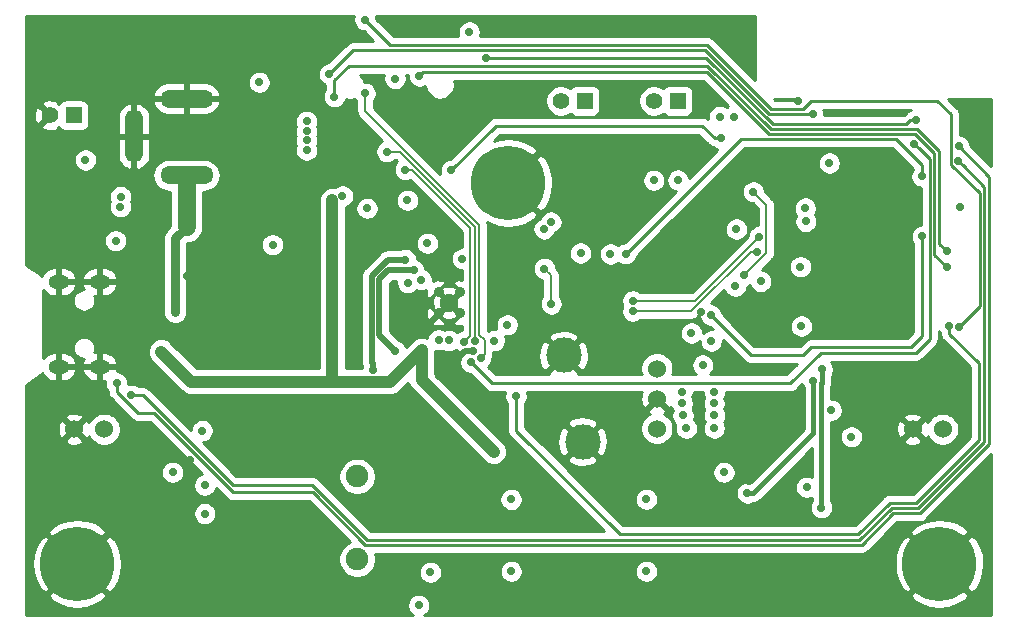
<source format=gbr>
G04 #@! TF.GenerationSoftware,KiCad,Pcbnew,5.1.0-unknown-223e24f~82~ubuntu18.04.1*
G04 #@! TF.CreationDate,2019-04-23T11:49:51+03:00*
G04 #@! TF.ProjectId,ESP32-ADF_Rev_B,45535033-322d-4414-9446-5f5265765f42,rev?*
G04 #@! TF.SameCoordinates,Original*
G04 #@! TF.FileFunction,Copper,L4,Bot*
G04 #@! TF.FilePolarity,Positive*
%FSLAX46Y46*%
G04 Gerber Fmt 4.6, Leading zero omitted, Abs format (unit mm)*
G04 Created by KiCad (PCBNEW 5.1.0-unknown-223e24f~82~ubuntu18.04.1) date 2019-04-23 11:49:51*
%MOMM*%
%LPD*%
G04 APERTURE LIST*
%ADD10O,1.500000X4.500000*%
%ADD11O,4.500000X1.500000*%
%ADD12C,1.300000*%
%ADD13C,2.000000*%
%ADD14C,3.000000*%
%ADD15C,1.524000*%
%ADD16R,1.400000X1.400000*%
%ADD17C,1.400000*%
%ADD18C,1.200000*%
%ADD19C,6.300000*%
%ADD20C,1.900000*%
%ADD21C,1.600000*%
%ADD22C,0.890000*%
%ADD23O,1.800000X1.200000*%
%ADD24C,0.700000*%
%ADD25C,0.508000*%
%ADD26C,0.381000*%
%ADD27C,1.016000*%
%ADD28C,0.254000*%
%ADD29C,0.762000*%
%ADD30C,1.524000*%
%ADD31C,0.203200*%
G04 APERTURE END LIST*
D10*
X64800000Y-43800000D03*
D11*
X69250000Y-40600000D03*
X69250000Y-47100000D03*
D12*
X128668680Y-48364200D03*
X125068680Y-48364200D03*
X126868680Y-50164200D03*
X126868680Y-46564200D03*
X128668680Y-46564200D03*
X125068680Y-46564200D03*
X128668680Y-50164200D03*
D13*
X126868680Y-48364200D03*
D12*
X125068680Y-50164200D03*
D14*
X101180000Y-62350000D03*
X102780000Y-69650000D03*
D15*
X109080000Y-63460000D03*
X109080000Y-66000000D03*
X109080000Y-68540000D03*
X133270000Y-68595000D03*
X130730000Y-68595000D03*
X62270000Y-68595000D03*
X59730000Y-68595000D03*
D16*
X59682380Y-42014140D03*
D17*
X57670700Y-42016680D03*
D16*
X110825380Y-40798140D03*
D17*
X108813700Y-40800680D03*
D16*
X102951380Y-40798140D03*
D17*
X100939700Y-40800680D03*
D18*
X96500000Y-45337000D03*
X96500000Y-50163000D03*
X94849000Y-49401000D03*
X94722000Y-46099000D03*
X98151000Y-49401000D03*
X98151000Y-46099000D03*
X94087000Y-47750000D03*
X98913000Y-47750000D03*
D19*
X96500000Y-47750000D03*
D20*
X83700000Y-72600000D03*
X83700000Y-79600000D03*
D18*
X60000000Y-77587000D03*
X60000000Y-82413000D03*
X58349000Y-81651000D03*
X58222000Y-78349000D03*
X61651000Y-81651000D03*
X61651000Y-78349000D03*
X57587000Y-80000000D03*
X62413000Y-80000000D03*
D19*
X60000000Y-80000000D03*
D18*
X133000000Y-77587000D03*
X133000000Y-82413000D03*
X131349000Y-81651000D03*
X131222000Y-78349000D03*
X134651000Y-81651000D03*
X134651000Y-78349000D03*
X130587000Y-80000000D03*
X135413000Y-80000000D03*
D19*
X133000000Y-80000000D03*
D21*
X91500000Y-57900000D03*
D22*
X92400000Y-58800000D03*
X92400000Y-57000000D03*
X90600000Y-58800000D03*
X90600000Y-57000000D03*
D23*
X58424000Y-56100000D03*
X61894000Y-56100000D03*
X61894000Y-63300000D03*
X58424000Y-63300000D03*
D24*
X88908000Y-83500000D03*
X134719060Y-49766220D03*
X116855240Y-72989440D03*
X118648480Y-71198740D03*
X120500140Y-73507600D03*
X120859320Y-83758000D03*
X70759320Y-77233780D03*
X73238360Y-78145640D03*
X78252320Y-69215000D03*
X72524620Y-66017140D03*
X69570600Y-71239380D03*
X67183000Y-60261500D03*
X63235840Y-61087000D03*
X85890100Y-51940460D03*
X83511000Y-57420900D03*
X83741000Y-55000000D03*
X76505200Y-55016000D03*
X78980760Y-54989000D03*
X78727300Y-47614840D03*
X76418440Y-49253140D03*
X69306440Y-55595520D03*
X70594220Y-53967380D03*
X121020840Y-40850820D03*
X134729220Y-40855900D03*
X90667840Y-64112140D03*
X103865680Y-51348640D03*
X103850440Y-53682900D03*
X110175040Y-53672740D03*
X96277000Y-54278960D03*
X114327940Y-53520340D03*
X93512906Y-61964796D03*
X98930460Y-58143140D03*
X105610646Y-46202600D03*
X107091480Y-46291474D03*
X112328960Y-44091860D03*
X120885732Y-58625740D03*
X117000020Y-63563500D03*
X112796693Y-58633733D03*
X75399900Y-35486340D03*
X91978480Y-40276780D03*
X91950540Y-44968160D03*
X96545400Y-34150300D03*
X99824540Y-34150300D03*
X124381260Y-51940460D03*
X124896880Y-41821100D03*
X126166880Y-41821100D03*
X129976880Y-41821100D03*
X127436880Y-41821100D03*
X128706880Y-41821100D03*
X125651260Y-51940460D03*
X126921260Y-51940460D03*
X128191260Y-51940460D03*
X129461260Y-51940460D03*
X124381260Y-53210460D03*
X125651260Y-53210460D03*
X126921260Y-53210460D03*
X128191260Y-53210460D03*
X129461260Y-53210460D03*
X124381260Y-54480460D03*
X125651260Y-54480460D03*
X126921260Y-54480460D03*
X128191260Y-54480460D03*
X129461260Y-54480460D03*
X124381260Y-55750460D03*
X125651260Y-55750460D03*
X126921260Y-55750460D03*
X128191260Y-55750460D03*
X129461260Y-55750460D03*
X124381260Y-57020460D03*
X125651260Y-57020460D03*
X126921260Y-57020460D03*
X128191260Y-57020460D03*
X129461260Y-57020460D03*
X124381260Y-58290460D03*
X125651260Y-58290460D03*
X126921260Y-58290460D03*
X128191260Y-58290460D03*
X129461260Y-58290460D03*
X80195420Y-47637700D03*
X117698520Y-58623200D03*
X123002080Y-75250000D03*
X123070110Y-63522860D03*
X116739900Y-73997820D03*
X122334020Y-64488060D03*
X63251080Y-52638960D03*
X60681880Y-45800000D03*
X76532340Y-52984000D03*
X63647500Y-49747500D03*
X84533401Y-49893599D03*
X63663830Y-48898810D03*
X100105210Y-51057810D03*
X99521010Y-51642010D03*
X75400000Y-39225120D03*
X93179900Y-34965640D03*
X114749580Y-72237600D03*
X121747280Y-73507600D03*
X67106800Y-62039500D03*
X81600000Y-49211000D03*
X95267780Y-70505320D03*
X89895680Y-80703420D03*
X123837700Y-66992500D03*
X89154000Y-61913020D03*
X70575000Y-68716060D03*
X114381280Y-42128440D03*
X115573934Y-42124200D03*
X79415640Y-44965620D03*
X79415640Y-42519600D03*
X79415640Y-43362880D03*
X79415640Y-44152820D03*
X82454154Y-48851820D03*
X70799960Y-75745340D03*
X113680240Y-61137800D03*
X96407721Y-59761639D03*
X89649300Y-52857400D03*
X88480900Y-55128160D03*
X86921340Y-61996320D03*
X85069680Y-63581280D03*
X87782400Y-54236620D03*
X112001300Y-60454540D03*
X90596720Y-61018420D03*
X112963960Y-63164720D03*
X91446591Y-61084051D03*
X70788360Y-73343591D03*
X68069460Y-72245220D03*
X115714780Y-56489600D03*
X87978253Y-56189971D03*
X115811300Y-51655980D03*
X89103200Y-55947598D03*
X91655900Y-46690280D03*
X114460803Y-43963382D03*
X68287900Y-58679080D03*
X105138220Y-53756560D03*
X110853220Y-47503080D03*
X102608380Y-53680360D03*
X108816140Y-47515780D03*
X93314520Y-62925960D03*
X130880460Y-44413071D03*
X125547120Y-69245480D03*
X123672600Y-46062900D03*
X86215220Y-45090080D03*
X93680263Y-61128975D03*
X130982720Y-42433240D03*
X86906100Y-38933120D03*
X94579440Y-37150040D03*
X92778060Y-61176978D03*
X87767160Y-46621700D03*
X95303340Y-61097160D03*
X87957660Y-49207420D03*
X133616700Y-53522880D03*
X81768575Y-40446075D03*
X113921540Y-66413380D03*
X121684300Y-50998120D03*
X64564260Y-65722500D03*
X134602220Y-45900340D03*
X113949480Y-65435480D03*
X121640600Y-49877980D03*
X113929160Y-68503800D03*
X121312940Y-59870340D03*
X113944400Y-67398900D03*
X121231660Y-54838600D03*
X134612380Y-44655740D03*
X63334900Y-64693800D03*
X100124260Y-57992759D03*
X99547680Y-54993599D03*
X92590620Y-54173120D03*
X117231160Y-48501300D03*
X116441220Y-55575200D03*
X107048300Y-57721500D03*
X117744240Y-52290980D03*
X113644680Y-58938160D03*
X131531859Y-52255420D03*
X107038140Y-58615580D03*
X117546120Y-53555900D03*
X81348580Y-38524180D03*
X117866160Y-56085740D03*
X122252740Y-41899840D03*
X134680960Y-59903360D03*
X84348320Y-33939480D03*
X84373720Y-40165020D03*
X94149086Y-62548594D03*
X133807200Y-59829700D03*
X97152460Y-65798700D03*
X133623915Y-54876810D03*
X88948260Y-38689280D03*
X131521200Y-47185580D03*
X106451400Y-53743860D03*
X111224060Y-66398140D03*
X96734025Y-80625000D03*
X96733360Y-74538840D03*
X111211360Y-65415160D03*
X111569501Y-68513960D03*
X108184025Y-80625000D03*
X111290100Y-67416680D03*
X108184025Y-74525000D03*
D25*
X92815184Y-61964796D02*
X90667840Y-64112140D01*
X93512906Y-61964796D02*
X92815184Y-61964796D01*
D26*
X123002080Y-75250000D02*
X123002080Y-64718494D01*
X123070110Y-64017834D02*
X123070110Y-63522860D01*
X123070110Y-64650464D02*
X123070110Y-64017834D01*
X123002080Y-64718494D02*
X123070110Y-64650464D01*
X117234874Y-73997820D02*
X122334020Y-68898674D01*
X116739900Y-73997820D02*
X117234874Y-73997820D01*
X122334020Y-68898674D02*
X122334020Y-64983034D01*
X122334020Y-64983034D02*
X122334020Y-64488060D01*
D27*
X67456799Y-62389499D02*
X67106800Y-62039500D01*
X69658981Y-64591681D02*
X67456799Y-62389499D01*
X89154000Y-61913020D02*
X86475339Y-64591681D01*
X89154000Y-64391540D02*
X95267780Y-70505320D01*
X89154000Y-61913020D02*
X89154000Y-64391540D01*
X81600000Y-64589620D02*
X81602061Y-64591681D01*
X86475339Y-64591681D02*
X81602061Y-64591681D01*
X81600000Y-49211000D02*
X81600000Y-64589620D01*
X81602061Y-64591681D02*
X69658981Y-64591681D01*
D25*
X87985926Y-55128160D02*
X88480900Y-55128160D01*
X86334214Y-55128160D02*
X87985926Y-55128160D01*
X85577690Y-60652670D02*
X85577690Y-55884684D01*
X86921340Y-61996320D02*
X85577690Y-60652670D01*
X85577690Y-55884684D02*
X86334214Y-55128160D01*
X87782400Y-54236620D02*
X86291794Y-54236620D01*
X85069680Y-63086306D02*
X85069680Y-63581280D01*
X84917280Y-55611134D02*
X84917280Y-62933906D01*
X84917280Y-62933906D02*
X85069680Y-63086306D01*
X86291794Y-54236620D02*
X84917280Y-55611134D01*
D28*
X113965829Y-43963382D02*
X114460803Y-43963382D01*
X112904300Y-42901853D02*
X113965829Y-43963382D01*
X91655900Y-46690280D02*
X95444327Y-42901853D01*
X95444327Y-42901853D02*
X112904300Y-42901853D01*
D29*
X68287900Y-52435760D02*
X68287900Y-58679080D01*
X69250000Y-51473660D02*
X68287900Y-52435760D01*
D30*
X69250000Y-47100000D02*
X69250000Y-51473660D01*
D28*
X131230459Y-44763070D02*
X130880460Y-44413071D01*
X132161269Y-45693880D02*
X131230459Y-44763070D01*
X120362980Y-64716660D02*
X122961400Y-62118240D01*
X95105220Y-64716660D02*
X120362980Y-64716660D01*
X122961400Y-62118240D02*
X131000500Y-62118240D01*
X93314520Y-62925960D02*
X95105220Y-64716660D01*
X131000500Y-62118240D02*
X132161269Y-60957471D01*
X132161269Y-60957471D02*
X132161269Y-45693880D01*
D31*
X93672649Y-51473100D02*
X93672649Y-61121361D01*
X93672649Y-61121361D02*
X93680263Y-61128975D01*
X87289629Y-45090080D02*
X93672649Y-51473100D01*
X86215220Y-45090080D02*
X87289629Y-45090080D01*
D28*
X118871481Y-42768001D02*
X113253520Y-37150040D01*
X130982720Y-42433240D02*
X130487746Y-42433240D01*
X95074414Y-37150040D02*
X94579440Y-37150040D01*
X113253520Y-37150040D02*
X95074414Y-37150040D01*
X130152985Y-42768001D02*
X118871481Y-42768001D01*
X130487746Y-42433240D02*
X130152985Y-42768001D01*
D31*
X88318340Y-46621700D02*
X87767160Y-46621700D01*
X93276420Y-51579780D02*
X88318340Y-46621700D01*
X92778060Y-61176978D02*
X93276420Y-60678618D01*
X93276420Y-60678618D02*
X93276420Y-51579780D01*
D28*
X133616700Y-53522880D02*
X132986780Y-52892960D01*
X131117341Y-43185080D02*
X118713810Y-43185080D01*
X83014820Y-37820600D02*
X81768575Y-39066845D01*
X132986780Y-52892960D02*
X132986780Y-45054520D01*
X118713810Y-43185080D02*
X113349330Y-37820600D01*
X113349330Y-37820600D02*
X83014820Y-37820600D01*
X132986780Y-45054520D02*
X131117341Y-43185080D01*
X81768575Y-39066845D02*
X81768575Y-39951101D01*
X81768575Y-39951101D02*
X81768575Y-40446075D01*
X136804389Y-69643561D02*
X136804389Y-48102509D01*
X128943100Y-75232260D02*
X131215690Y-75232260D01*
X126211172Y-77964188D02*
X128943100Y-75232260D01*
X73157124Y-73319640D02*
X79911650Y-73319640D01*
X131215690Y-75232260D02*
X136804389Y-69643561D01*
X79911650Y-73319640D02*
X84556198Y-77964188D01*
X134952219Y-46250339D02*
X134602220Y-45900340D01*
X84556198Y-77964188D02*
X126211172Y-77964188D01*
X64564260Y-65722500D02*
X65559984Y-65722500D01*
X65559984Y-65722500D02*
X73157124Y-73319640D01*
X136804389Y-48102509D02*
X134952219Y-46250339D01*
X126434681Y-78370599D02*
X84387859Y-78370599D01*
X66468594Y-67205860D02*
X65120520Y-67205860D01*
X73216855Y-73954121D02*
X66468594Y-67205860D01*
X65120520Y-67205860D02*
X63334900Y-65420240D01*
X63334900Y-65188774D02*
X63334900Y-64693800D01*
X84387859Y-78370599D02*
X79971381Y-73954121D01*
X63334900Y-65420240D02*
X63334900Y-65188774D01*
X134612380Y-44655740D02*
X137210800Y-47254160D01*
X129100580Y-75704700D02*
X126434681Y-78370599D01*
X137210800Y-47254160D02*
X137210800Y-69811900D01*
X131318000Y-75704700D02*
X129100580Y-75704700D01*
X79971381Y-73954121D02*
X73216855Y-73954121D01*
X137210800Y-69811900D02*
X131318000Y-75704700D01*
D31*
X100124260Y-57992759D02*
X100124260Y-55570179D01*
X100124260Y-55570179D02*
X99547680Y-54993599D01*
X117231160Y-48501300D02*
X118348241Y-49618381D01*
X118348241Y-49618381D02*
X118348241Y-53668179D01*
X116791219Y-55225201D02*
X116441220Y-55575200D01*
X118348241Y-53668179D02*
X116791219Y-55225201D01*
X107048300Y-57721500D02*
X112313720Y-57721500D01*
X112313720Y-57721500D02*
X117744240Y-52290980D01*
D28*
X131531859Y-60692801D02*
X131531859Y-52255420D01*
X130583691Y-61640969D02*
X131531859Y-60692801D01*
X122146309Y-61640969D02*
X130583691Y-61640969D01*
X121486159Y-62301120D02*
X122146309Y-61640969D01*
X113644680Y-58938160D02*
X117007640Y-62301120D01*
X117007640Y-62301120D02*
X121486159Y-62301120D01*
D31*
X117020340Y-53555900D02*
X117546120Y-53555900D01*
X107038140Y-58615580D02*
X111960660Y-58615580D01*
X111960660Y-58615580D02*
X117020340Y-53555900D01*
D28*
X113178041Y-36499811D02*
X118578070Y-41899840D01*
X121757766Y-41899840D02*
X122252740Y-41899840D01*
X81348580Y-38524180D02*
X83372949Y-36499811D01*
X83372949Y-36499811D02*
X113178041Y-36499811D01*
X118578070Y-41899840D02*
X121757766Y-41899840D01*
X133974840Y-44345488D02*
X133974840Y-41940480D01*
X136397980Y-58186340D02*
X136397980Y-48627614D01*
X121420139Y-41480221D02*
X118733202Y-41480221D01*
X113346381Y-36093400D02*
X86502240Y-36093400D01*
X132816600Y-40782240D02*
X122118120Y-40782240D01*
X84698319Y-34289479D02*
X84348320Y-33939480D01*
X118733202Y-41480221D02*
X113346381Y-36093400D01*
X133974840Y-41940480D02*
X132816600Y-40782240D01*
X122118120Y-40782240D02*
X121420139Y-41480221D01*
X133972819Y-46202453D02*
X133972819Y-45622589D01*
X133982979Y-44353627D02*
X133974840Y-44345488D01*
X133972819Y-45622589D02*
X133982979Y-45612429D01*
X136397980Y-48627614D02*
X133972819Y-46202453D01*
X134680960Y-59903360D02*
X136397980Y-58186340D01*
X86502240Y-36093400D02*
X84698319Y-34289479D01*
X133982979Y-45612429D02*
X133982979Y-44353627D01*
X97152460Y-68707000D02*
X97152460Y-65798700D01*
X105923080Y-77477620D02*
X97152460Y-68707000D01*
X126122990Y-77477620D02*
X105923080Y-77477620D01*
X133807200Y-60505340D02*
X136324340Y-63022480D01*
X133807200Y-59829700D02*
X133807200Y-60505340D01*
X131046230Y-74825850D02*
X128774759Y-74825851D01*
X136324340Y-63022480D02*
X136324340Y-69547740D01*
X136324340Y-69547740D02*
X131046230Y-74825850D01*
X128774759Y-74825851D02*
X126122990Y-77477620D01*
D31*
X94028260Y-60583627D02*
X94499085Y-61054452D01*
X94028260Y-51325802D02*
X94028260Y-60583627D01*
X94499085Y-62198595D02*
X94149086Y-62548594D01*
X84373720Y-40165020D02*
X84373720Y-41671262D01*
X94499085Y-61054452D02*
X94499085Y-62198595D01*
X84373720Y-41671262D02*
X94028260Y-51325802D01*
D28*
X88948260Y-38689280D02*
X89298259Y-38339281D01*
X113293261Y-38339281D02*
X118545471Y-43591491D01*
X89298259Y-38339281D02*
X113293261Y-38339281D01*
X118545471Y-43591491D02*
X130949001Y-43591491D01*
X132567680Y-53820575D02*
X133623915Y-54876810D01*
X130949001Y-43591491D02*
X132567680Y-45210171D01*
X132567680Y-45210171D02*
X132567680Y-53820575D01*
X129308860Y-44008040D02*
X123845320Y-44008040D01*
X123845320Y-44008040D02*
X122607821Y-44008040D01*
X131521200Y-47185580D02*
X131521200Y-46220380D01*
X131521200Y-46220380D02*
X129308860Y-44008040D01*
X122607821Y-44008040D02*
X116187220Y-44008040D01*
X116187220Y-44008040D02*
X106451400Y-53743860D01*
G36*
X83401173Y-33652166D02*
G01*
X83363320Y-33842466D01*
X83363320Y-34036494D01*
X83401173Y-34226794D01*
X83475424Y-34406052D01*
X83583221Y-34567381D01*
X83720419Y-34704579D01*
X83881748Y-34812376D01*
X84061006Y-34886627D01*
X84251306Y-34924480D01*
X84255690Y-34924480D01*
X85069021Y-35737811D01*
X83410371Y-35737811D01*
X83372948Y-35734125D01*
X83335525Y-35737811D01*
X83335523Y-35737811D01*
X83223571Y-35748837D01*
X83079934Y-35792409D01*
X82947557Y-35863166D01*
X82831527Y-35958389D01*
X82807670Y-35987459D01*
X81255950Y-37539180D01*
X81251566Y-37539180D01*
X81061266Y-37577033D01*
X80882008Y-37651284D01*
X80720679Y-37759081D01*
X80583481Y-37896279D01*
X80475684Y-38057608D01*
X80401433Y-38236866D01*
X80363580Y-38427166D01*
X80363580Y-38621194D01*
X80401433Y-38811494D01*
X80475684Y-38990752D01*
X80583481Y-39152081D01*
X80720679Y-39289279D01*
X80882008Y-39397076D01*
X81006575Y-39448673D01*
X81006575Y-39815075D01*
X81003476Y-39818174D01*
X80895679Y-39979503D01*
X80821428Y-40158761D01*
X80783575Y-40349061D01*
X80783575Y-40543089D01*
X80821428Y-40733389D01*
X80895679Y-40912647D01*
X81003476Y-41073976D01*
X81140674Y-41211174D01*
X81302003Y-41318971D01*
X81481261Y-41393222D01*
X81671561Y-41431075D01*
X81865589Y-41431075D01*
X82055889Y-41393222D01*
X82235147Y-41318971D01*
X82396476Y-41211174D01*
X82533674Y-41073976D01*
X82641471Y-40912647D01*
X82715722Y-40733389D01*
X82733234Y-40645351D01*
X82735864Y-40646440D01*
X82974463Y-40693900D01*
X83217737Y-40693900D01*
X83456336Y-40646440D01*
X83499558Y-40628537D01*
X83500824Y-40631592D01*
X83608621Y-40792921D01*
X83637120Y-40821420D01*
X83637121Y-41635069D01*
X83633556Y-41671262D01*
X83645360Y-41791101D01*
X83647779Y-41815661D01*
X83652424Y-41830972D01*
X83689898Y-41954509D01*
X83758296Y-42082474D01*
X83814436Y-42150880D01*
X83850346Y-42194637D01*
X83878452Y-42217703D01*
X85840066Y-44179317D01*
X85748648Y-44217184D01*
X85587319Y-44324981D01*
X85450121Y-44462179D01*
X85342324Y-44623508D01*
X85268073Y-44802766D01*
X85230220Y-44993066D01*
X85230220Y-45187094D01*
X85268073Y-45377394D01*
X85342324Y-45556652D01*
X85450121Y-45717981D01*
X85587319Y-45855179D01*
X85748648Y-45962976D01*
X85927906Y-46037227D01*
X86118206Y-46075080D01*
X86312234Y-46075080D01*
X86502534Y-46037227D01*
X86681792Y-45962976D01*
X86843121Y-45855179D01*
X86871620Y-45826680D01*
X86984520Y-45826680D01*
X87076850Y-45919010D01*
X87002061Y-45993799D01*
X86894264Y-46155128D01*
X86820013Y-46334386D01*
X86782160Y-46524686D01*
X86782160Y-46718714D01*
X86820013Y-46909014D01*
X86894264Y-47088272D01*
X87002061Y-47249601D01*
X87139259Y-47386799D01*
X87300588Y-47494596D01*
X87479846Y-47568847D01*
X87670146Y-47606700D01*
X87864174Y-47606700D01*
X88054474Y-47568847D01*
X88174190Y-47519259D01*
X92539821Y-51884891D01*
X92539821Y-53188120D01*
X92493606Y-53188120D01*
X92303306Y-53225973D01*
X92124048Y-53300224D01*
X91962719Y-53408021D01*
X91825521Y-53545219D01*
X91717724Y-53706548D01*
X91643473Y-53885806D01*
X91605620Y-54076106D01*
X91605620Y-54270134D01*
X91643473Y-54460434D01*
X91717724Y-54639692D01*
X91825521Y-54801021D01*
X91962719Y-54938219D01*
X92124048Y-55046016D01*
X92303306Y-55120267D01*
X92493606Y-55158120D01*
X92539821Y-55158120D01*
X92539821Y-55924937D01*
X92528109Y-55922361D01*
X92315410Y-55918076D01*
X92105962Y-55955367D01*
X91907815Y-56032803D01*
X91869248Y-56053417D01*
X91840869Y-56261264D01*
X92400000Y-56820395D01*
X92414143Y-56806253D01*
X92539820Y-56931930D01*
X92539820Y-57068070D01*
X92514571Y-57093319D01*
X92492702Y-57086903D01*
X91679605Y-57900000D01*
X92492702Y-58713097D01*
X92514571Y-58706681D01*
X92539820Y-58731930D01*
X92539820Y-58868070D01*
X92414143Y-58993748D01*
X92400000Y-58979605D01*
X91840869Y-59538736D01*
X91869248Y-59746583D01*
X92064116Y-59831939D01*
X92271891Y-59877639D01*
X92484590Y-59881924D01*
X92539820Y-59872091D01*
X92539820Y-60220070D01*
X92490746Y-60229831D01*
X92311488Y-60304082D01*
X92160506Y-60404966D01*
X92074492Y-60318952D01*
X91913163Y-60211155D01*
X91733905Y-60136904D01*
X91543605Y-60099051D01*
X91349577Y-60099051D01*
X91159277Y-60136904D01*
X91092060Y-60164746D01*
X91063292Y-60145524D01*
X90884034Y-60071273D01*
X90693734Y-60033420D01*
X90499706Y-60033420D01*
X90309406Y-60071273D01*
X90130148Y-60145524D01*
X89968819Y-60253321D01*
X89831621Y-60390519D01*
X89723824Y-60551848D01*
X89649573Y-60731106D01*
X89622465Y-60867387D01*
X89593523Y-60851917D01*
X89378067Y-60786559D01*
X89357977Y-60784580D01*
X89154000Y-60764490D01*
X88950022Y-60784580D01*
X88929932Y-60786559D01*
X88714476Y-60851917D01*
X88686494Y-60866874D01*
X88515911Y-60958052D01*
X88341867Y-61100887D01*
X88306078Y-61144496D01*
X87831313Y-61619261D01*
X87794236Y-61529748D01*
X87686439Y-61368419D01*
X87549241Y-61231221D01*
X87387912Y-61123424D01*
X87247533Y-61065277D01*
X86466690Y-60284435D01*
X86466690Y-59538736D01*
X90040869Y-59538736D01*
X90069248Y-59746583D01*
X90264116Y-59831939D01*
X90471891Y-59877639D01*
X90684590Y-59881924D01*
X90894038Y-59844633D01*
X91092185Y-59767197D01*
X91130752Y-59746583D01*
X91159131Y-59538736D01*
X90600000Y-58979605D01*
X90040869Y-59538736D01*
X86466690Y-59538736D01*
X86466690Y-58884590D01*
X89518076Y-58884590D01*
X89555367Y-59094038D01*
X89632803Y-59292185D01*
X89653417Y-59330752D01*
X89861264Y-59359131D01*
X90327693Y-58892702D01*
X90686903Y-58892702D01*
X90758486Y-59136671D01*
X91013996Y-59257571D01*
X91288184Y-59326300D01*
X91306824Y-59327219D01*
X91338736Y-59359131D01*
X91500000Y-59337112D01*
X91661264Y-59359131D01*
X91699253Y-59321142D01*
X91850130Y-59298787D01*
X92116292Y-59203603D01*
X92241514Y-59136671D01*
X92313097Y-58892702D01*
X91500000Y-58079605D01*
X90686903Y-58892702D01*
X90327693Y-58892702D01*
X90420395Y-58800000D01*
X89861264Y-58240869D01*
X89653417Y-58269248D01*
X89568061Y-58464116D01*
X89522361Y-58671891D01*
X89518076Y-58884590D01*
X86466690Y-58884590D01*
X86466690Y-57738736D01*
X90040869Y-57738736D01*
X90062888Y-57900000D01*
X90040869Y-58061264D01*
X90078858Y-58099253D01*
X90101213Y-58250130D01*
X90196397Y-58516292D01*
X90263329Y-58641514D01*
X90507298Y-58713097D01*
X91320395Y-57900000D01*
X90507298Y-57086903D01*
X90263329Y-57158486D01*
X90142429Y-57413996D01*
X90073700Y-57688184D01*
X90072781Y-57706824D01*
X90040869Y-57738736D01*
X86466690Y-57738736D01*
X86466690Y-56252919D01*
X86702450Y-56017160D01*
X87008330Y-56017160D01*
X86993253Y-56092957D01*
X86993253Y-56286985D01*
X87031106Y-56477285D01*
X87105357Y-56656543D01*
X87213154Y-56817872D01*
X87350352Y-56955070D01*
X87511681Y-57062867D01*
X87690939Y-57137118D01*
X87881239Y-57174971D01*
X88075267Y-57174971D01*
X88265567Y-57137118D01*
X88444825Y-57062867D01*
X88606154Y-56955070D01*
X88710239Y-56850985D01*
X88815886Y-56894745D01*
X89006186Y-56932598D01*
X89200214Y-56932598D01*
X89390514Y-56894745D01*
X89530047Y-56836949D01*
X89522361Y-56871891D01*
X89518076Y-57084590D01*
X89555367Y-57294038D01*
X89632803Y-57492185D01*
X89653417Y-57530752D01*
X89861264Y-57559131D01*
X90420395Y-57000000D01*
X90406253Y-56985858D01*
X90484813Y-56907298D01*
X90686903Y-56907298D01*
X91500000Y-57720395D01*
X92313097Y-56907298D01*
X92241514Y-56663329D01*
X91986004Y-56542429D01*
X91711816Y-56473700D01*
X91693176Y-56472781D01*
X91661264Y-56440869D01*
X91500000Y-56462888D01*
X91338736Y-56440869D01*
X91300747Y-56478858D01*
X91149870Y-56501213D01*
X90883708Y-56596397D01*
X90758486Y-56663329D01*
X90686903Y-56907298D01*
X90484813Y-56907298D01*
X90585858Y-56806253D01*
X90600000Y-56820395D01*
X91159131Y-56261264D01*
X91130752Y-56053417D01*
X90935884Y-55968061D01*
X90728109Y-55922361D01*
X90515410Y-55918076D01*
X90305962Y-55955367D01*
X90107815Y-56032803D01*
X90088200Y-56043287D01*
X90088200Y-55850584D01*
X90050347Y-55660284D01*
X89976096Y-55481026D01*
X89868299Y-55319697D01*
X89731101Y-55182499D01*
X89569772Y-55074702D01*
X89465900Y-55031677D01*
X89465900Y-55031146D01*
X89428047Y-54840846D01*
X89353796Y-54661588D01*
X89245999Y-54500259D01*
X89108801Y-54363061D01*
X88947472Y-54255264D01*
X88768214Y-54181013D01*
X88767400Y-54180851D01*
X88767400Y-54139606D01*
X88729547Y-53949306D01*
X88655296Y-53770048D01*
X88547499Y-53608719D01*
X88410301Y-53471521D01*
X88248972Y-53363724D01*
X88069714Y-53289473D01*
X87879414Y-53251620D01*
X87685386Y-53251620D01*
X87495086Y-53289473D01*
X87354707Y-53347620D01*
X86335453Y-53347620D01*
X86291793Y-53343320D01*
X86248133Y-53347620D01*
X86248127Y-53347620D01*
X86150718Y-53357214D01*
X86117518Y-53360484D01*
X86015852Y-53391324D01*
X85949943Y-53411317D01*
X85795503Y-53493867D01*
X85660135Y-53604961D01*
X85632295Y-53638884D01*
X84319544Y-54951635D01*
X84285621Y-54979475D01*
X84174527Y-55114844D01*
X84091977Y-55269284D01*
X84085101Y-55291953D01*
X84044506Y-55425779D01*
X84041144Y-55436861D01*
X84028280Y-55567468D01*
X84028280Y-55567474D01*
X84023980Y-55611134D01*
X84028280Y-55654794D01*
X84028281Y-62890236D01*
X84023980Y-62933906D01*
X84041144Y-63108180D01*
X84091978Y-63275758D01*
X84116886Y-63322357D01*
X84091758Y-63448681D01*
X82743000Y-63448681D01*
X82743000Y-52760386D01*
X88664300Y-52760386D01*
X88664300Y-52954414D01*
X88702153Y-53144714D01*
X88776404Y-53323972D01*
X88884201Y-53485301D01*
X89021399Y-53622499D01*
X89182728Y-53730296D01*
X89361986Y-53804547D01*
X89552286Y-53842400D01*
X89746314Y-53842400D01*
X89936614Y-53804547D01*
X90115872Y-53730296D01*
X90277201Y-53622499D01*
X90414399Y-53485301D01*
X90522196Y-53323972D01*
X90596447Y-53144714D01*
X90634300Y-52954414D01*
X90634300Y-52760386D01*
X90596447Y-52570086D01*
X90522196Y-52390828D01*
X90414399Y-52229499D01*
X90277201Y-52092301D01*
X90115872Y-51984504D01*
X89936614Y-51910253D01*
X89746314Y-51872400D01*
X89552286Y-51872400D01*
X89361986Y-51910253D01*
X89182728Y-51984504D01*
X89021399Y-52092301D01*
X88884201Y-52229499D01*
X88776404Y-52390828D01*
X88702153Y-52570086D01*
X88664300Y-52760386D01*
X82743000Y-52760386D01*
X82743000Y-49798332D01*
X82747217Y-49796585D01*
X83548401Y-49796585D01*
X83548401Y-49990613D01*
X83586254Y-50180913D01*
X83660505Y-50360171D01*
X83768302Y-50521500D01*
X83905500Y-50658698D01*
X84066829Y-50766495D01*
X84246087Y-50840746D01*
X84436387Y-50878599D01*
X84630415Y-50878599D01*
X84820715Y-50840746D01*
X84999973Y-50766495D01*
X85161302Y-50658698D01*
X85298500Y-50521500D01*
X85406297Y-50360171D01*
X85480548Y-50180913D01*
X85518401Y-49990613D01*
X85518401Y-49796585D01*
X85480548Y-49606285D01*
X85406297Y-49427027D01*
X85298500Y-49265698D01*
X85161302Y-49128500D01*
X85134223Y-49110406D01*
X86972660Y-49110406D01*
X86972660Y-49304434D01*
X87010513Y-49494734D01*
X87084764Y-49673992D01*
X87192561Y-49835321D01*
X87329759Y-49972519D01*
X87491088Y-50080316D01*
X87670346Y-50154567D01*
X87860646Y-50192420D01*
X88054674Y-50192420D01*
X88244974Y-50154567D01*
X88424232Y-50080316D01*
X88585561Y-49972519D01*
X88722759Y-49835321D01*
X88830556Y-49673992D01*
X88904807Y-49494734D01*
X88942660Y-49304434D01*
X88942660Y-49110406D01*
X88904807Y-48920106D01*
X88830556Y-48740848D01*
X88722759Y-48579519D01*
X88585561Y-48442321D01*
X88424232Y-48334524D01*
X88244974Y-48260273D01*
X88054674Y-48222420D01*
X87860646Y-48222420D01*
X87670346Y-48260273D01*
X87491088Y-48334524D01*
X87329759Y-48442321D01*
X87192561Y-48579519D01*
X87084764Y-48740848D01*
X87010513Y-48920106D01*
X86972660Y-49110406D01*
X85134223Y-49110406D01*
X84999973Y-49020703D01*
X84820715Y-48946452D01*
X84630415Y-48908599D01*
X84436387Y-48908599D01*
X84246087Y-48946452D01*
X84066829Y-49020703D01*
X83905500Y-49128500D01*
X83768302Y-49265698D01*
X83660505Y-49427027D01*
X83586254Y-49606285D01*
X83548401Y-49796585D01*
X82747217Y-49796585D01*
X82920726Y-49724716D01*
X83082055Y-49616919D01*
X83219253Y-49479721D01*
X83327050Y-49318392D01*
X83401301Y-49139134D01*
X83439154Y-48948834D01*
X83439154Y-48754806D01*
X83401301Y-48564506D01*
X83327050Y-48385248D01*
X83219253Y-48223919D01*
X83082055Y-48086721D01*
X82920726Y-47978924D01*
X82741468Y-47904673D01*
X82551168Y-47866820D01*
X82357140Y-47866820D01*
X82166840Y-47904673D01*
X81987582Y-47978924D01*
X81827816Y-48085677D01*
X81824066Y-48084539D01*
X81600000Y-48062470D01*
X81375933Y-48084539D01*
X81160477Y-48149897D01*
X80961911Y-48256032D01*
X80787867Y-48398867D01*
X80645032Y-48572912D01*
X80538897Y-48771478D01*
X80473539Y-48986934D01*
X80457000Y-49154855D01*
X80457001Y-63448681D01*
X70132427Y-63448681D01*
X68304727Y-61620982D01*
X68304723Y-61620977D01*
X67875321Y-61191576D01*
X67744888Y-61084533D01*
X67546323Y-60978398D01*
X67330867Y-60913039D01*
X67106800Y-60890971D01*
X66882733Y-60913039D01*
X66667277Y-60978398D01*
X66468712Y-61084533D01*
X66294667Y-61227367D01*
X66151833Y-61401412D01*
X66045698Y-61599977D01*
X65980339Y-61815433D01*
X65958271Y-62039500D01*
X65980339Y-62263567D01*
X66045698Y-62479023D01*
X66151833Y-62677588D01*
X66258876Y-62808021D01*
X66688277Y-63237423D01*
X66688282Y-63237427D01*
X68811058Y-65360204D01*
X68846848Y-65403814D01*
X69020892Y-65546649D01*
X69147206Y-65614165D01*
X69219457Y-65652784D01*
X69434913Y-65718142D01*
X69455498Y-65720169D01*
X69602835Y-65734681D01*
X69602842Y-65734681D01*
X69658981Y-65740210D01*
X69715120Y-65734681D01*
X81545922Y-65734681D01*
X81602061Y-65740210D01*
X81658200Y-65734681D01*
X86419200Y-65734681D01*
X86475339Y-65740210D01*
X86531478Y-65734681D01*
X86531485Y-65734681D01*
X86699406Y-65718142D01*
X86914862Y-65652784D01*
X87113428Y-65546649D01*
X87287472Y-65403814D01*
X87323266Y-65360199D01*
X88036923Y-64646542D01*
X88092898Y-64831063D01*
X88199033Y-65029629D01*
X88245177Y-65085855D01*
X88303746Y-65157221D01*
X88341868Y-65203673D01*
X88385478Y-65239463D01*
X94499258Y-71353244D01*
X94629691Y-71460287D01*
X94828256Y-71566423D01*
X95043712Y-71631781D01*
X95267780Y-71653849D01*
X95491847Y-71631781D01*
X95707303Y-71566423D01*
X95905869Y-71460287D01*
X96079913Y-71317453D01*
X96222747Y-71143409D01*
X96328883Y-70944843D01*
X96394241Y-70729387D01*
X96416309Y-70505320D01*
X96394241Y-70281252D01*
X96328883Y-70065796D01*
X96222747Y-69867231D01*
X96115704Y-69736798D01*
X90297000Y-63918095D01*
X90297000Y-61969159D01*
X90297826Y-61960770D01*
X90309406Y-61965567D01*
X90499706Y-62003420D01*
X90693734Y-62003420D01*
X90884034Y-61965567D01*
X90951251Y-61937725D01*
X90980019Y-61956947D01*
X91159277Y-62031198D01*
X91349577Y-62069051D01*
X91543605Y-62069051D01*
X91733905Y-62031198D01*
X91913163Y-61956947D01*
X92064145Y-61856063D01*
X92150159Y-61942077D01*
X92311488Y-62049874D01*
X92490746Y-62124125D01*
X92681046Y-62161978D01*
X92685502Y-62161978D01*
X92549421Y-62298059D01*
X92441624Y-62459388D01*
X92367373Y-62638646D01*
X92329520Y-62828946D01*
X92329520Y-63022974D01*
X92367373Y-63213274D01*
X92441624Y-63392532D01*
X92549421Y-63553861D01*
X92686619Y-63691059D01*
X92847948Y-63798856D01*
X93027206Y-63873107D01*
X93217506Y-63910960D01*
X93221890Y-63910960D01*
X94539941Y-65229012D01*
X94563798Y-65258082D01*
X94679828Y-65353305D01*
X94761533Y-65396977D01*
X94805055Y-65420240D01*
X94812205Y-65424062D01*
X94955842Y-65467634D01*
X95067794Y-65478660D01*
X95067796Y-65478660D01*
X95105219Y-65482346D01*
X95142642Y-65478660D01*
X96218869Y-65478660D01*
X96205313Y-65511386D01*
X96167460Y-65701686D01*
X96167460Y-65895714D01*
X96205313Y-66086014D01*
X96279564Y-66265272D01*
X96387361Y-66426601D01*
X96390461Y-66429701D01*
X96390460Y-68669577D01*
X96386774Y-68707000D01*
X96390460Y-68744423D01*
X96390460Y-68744425D01*
X96401486Y-68856377D01*
X96445058Y-69000014D01*
X96477388Y-69060499D01*
X96515815Y-69132392D01*
X96529007Y-69148466D01*
X96611038Y-69248422D01*
X96640114Y-69272284D01*
X104570017Y-77202188D01*
X84871829Y-77202188D01*
X82111467Y-74441826D01*
X95748360Y-74441826D01*
X95748360Y-74635854D01*
X95786213Y-74826154D01*
X95860464Y-75005412D01*
X95968261Y-75166741D01*
X96105459Y-75303939D01*
X96266788Y-75411736D01*
X96446046Y-75485987D01*
X96636346Y-75523840D01*
X96830374Y-75523840D01*
X97020674Y-75485987D01*
X97199932Y-75411736D01*
X97361261Y-75303939D01*
X97498459Y-75166741D01*
X97606256Y-75005412D01*
X97680507Y-74826154D01*
X97718360Y-74635854D01*
X97718360Y-74441826D01*
X97680507Y-74251526D01*
X97606256Y-74072268D01*
X97498459Y-73910939D01*
X97361261Y-73773741D01*
X97199932Y-73665944D01*
X97020674Y-73591693D01*
X96830374Y-73553840D01*
X96636346Y-73553840D01*
X96446046Y-73591693D01*
X96266788Y-73665944D01*
X96105459Y-73773741D01*
X95968261Y-73910939D01*
X95860464Y-74072268D01*
X95786213Y-74251526D01*
X95748360Y-74441826D01*
X82111467Y-74441826D01*
X80476934Y-72807294D01*
X80453072Y-72778218D01*
X80337042Y-72682995D01*
X80204665Y-72612238D01*
X80061028Y-72568666D01*
X79949076Y-72557640D01*
X79949073Y-72557640D01*
X79911650Y-72553954D01*
X79874227Y-72557640D01*
X73472755Y-72557640D01*
X73359006Y-72443891D01*
X82115000Y-72443891D01*
X82115000Y-72756109D01*
X82175911Y-73062327D01*
X82295391Y-73350779D01*
X82468850Y-73610379D01*
X82689621Y-73831150D01*
X82949221Y-74004609D01*
X83237673Y-74124089D01*
X83543891Y-74185000D01*
X83856109Y-74185000D01*
X84162327Y-74124089D01*
X84450779Y-74004609D01*
X84710379Y-73831150D01*
X84931150Y-73610379D01*
X85104609Y-73350779D01*
X85224089Y-73062327D01*
X85285000Y-72756109D01*
X85285000Y-72443891D01*
X85224089Y-72137673D01*
X85104609Y-71849221D01*
X84931150Y-71589621D01*
X84710379Y-71368850D01*
X84450779Y-71195391D01*
X84162327Y-71075911D01*
X83856109Y-71015000D01*
X83543891Y-71015000D01*
X83237673Y-71075911D01*
X82949221Y-71195391D01*
X82689621Y-71368850D01*
X82468850Y-71589621D01*
X82295391Y-71849221D01*
X82175911Y-72137673D01*
X82115000Y-72443891D01*
X73359006Y-72443891D01*
X70616175Y-69701060D01*
X70672014Y-69701060D01*
X70862314Y-69663207D01*
X71041572Y-69588956D01*
X71202901Y-69481159D01*
X71340099Y-69343961D01*
X71447896Y-69182632D01*
X71522147Y-69003374D01*
X71560000Y-68813074D01*
X71560000Y-68619046D01*
X71522147Y-68428746D01*
X71447896Y-68249488D01*
X71340099Y-68088159D01*
X71202901Y-67950961D01*
X71041572Y-67843164D01*
X70862314Y-67768913D01*
X70672014Y-67731060D01*
X70477986Y-67731060D01*
X70287686Y-67768913D01*
X70108428Y-67843164D01*
X69947099Y-67950961D01*
X69809901Y-68088159D01*
X69702104Y-68249488D01*
X69627853Y-68428746D01*
X69590000Y-68619046D01*
X69590000Y-68674886D01*
X66125268Y-65210154D01*
X66101406Y-65181078D01*
X65985376Y-65085855D01*
X65852999Y-65015098D01*
X65709362Y-64971526D01*
X65597410Y-64960500D01*
X65597407Y-64960500D01*
X65559984Y-64956814D01*
X65522561Y-64960500D01*
X65195260Y-64960500D01*
X65192161Y-64957401D01*
X65030832Y-64849604D01*
X64851574Y-64775353D01*
X64661274Y-64737500D01*
X64467246Y-64737500D01*
X64319900Y-64766809D01*
X64319900Y-64596786D01*
X64282047Y-64406486D01*
X64207796Y-64227228D01*
X64099999Y-64065899D01*
X63962801Y-63928701D01*
X63801472Y-63820904D01*
X63622214Y-63746653D01*
X63431914Y-63708800D01*
X63361692Y-63708800D01*
X63383591Y-63655282D01*
X63387462Y-63617609D01*
X63262731Y-63427000D01*
X62021000Y-63427000D01*
X62021000Y-64535000D01*
X62321000Y-64535000D01*
X62363927Y-64526269D01*
X62349900Y-64596786D01*
X62349900Y-64790814D01*
X62387753Y-64981114D01*
X62462004Y-65160372D01*
X62569801Y-65321701D01*
X62572900Y-65324800D01*
X62572900Y-65382817D01*
X62569214Y-65420240D01*
X62572900Y-65457663D01*
X62572900Y-65457665D01*
X62583926Y-65569617D01*
X62627498Y-65713254D01*
X62653165Y-65761274D01*
X62698255Y-65845632D01*
X62719795Y-65871878D01*
X62793478Y-65961662D01*
X62822554Y-65985524D01*
X64555240Y-67718211D01*
X64579098Y-67747282D01*
X64695128Y-67842505D01*
X64827505Y-67913262D01*
X64971142Y-67956834D01*
X65083094Y-67967860D01*
X65083096Y-67967860D01*
X65120519Y-67971546D01*
X65157942Y-67967860D01*
X66152964Y-67967860D01*
X70568191Y-72383088D01*
X70501046Y-72396444D01*
X70321788Y-72470695D01*
X70160459Y-72578492D01*
X70023261Y-72715690D01*
X69915464Y-72877019D01*
X69841213Y-73056277D01*
X69803360Y-73246577D01*
X69803360Y-73440605D01*
X69841213Y-73630905D01*
X69915464Y-73810163D01*
X70023261Y-73971492D01*
X70160459Y-74108690D01*
X70321788Y-74216487D01*
X70501046Y-74290738D01*
X70691346Y-74328591D01*
X70885374Y-74328591D01*
X71075674Y-74290738D01*
X71254932Y-74216487D01*
X71416261Y-74108690D01*
X71553459Y-73971492D01*
X71661256Y-73810163D01*
X71735507Y-73630905D01*
X71748863Y-73563760D01*
X72651575Y-74466472D01*
X72675433Y-74495543D01*
X72791463Y-74590766D01*
X72923840Y-74661523D01*
X73067477Y-74705095D01*
X73179429Y-74716121D01*
X73179431Y-74716121D01*
X73216854Y-74719807D01*
X73254277Y-74716121D01*
X79655751Y-74716121D01*
X83080601Y-78140972D01*
X82949221Y-78195391D01*
X82689621Y-78368850D01*
X82468850Y-78589621D01*
X82295391Y-78849221D01*
X82175911Y-79137673D01*
X82115000Y-79443891D01*
X82115000Y-79756109D01*
X82175911Y-80062327D01*
X82295391Y-80350779D01*
X82468850Y-80610379D01*
X82689621Y-80831150D01*
X82949221Y-81004609D01*
X83237673Y-81124089D01*
X83543891Y-81185000D01*
X83856109Y-81185000D01*
X84162327Y-81124089D01*
X84450779Y-81004609D01*
X84710379Y-80831150D01*
X84931150Y-80610379D01*
X84933804Y-80606406D01*
X88910680Y-80606406D01*
X88910680Y-80800434D01*
X88948533Y-80990734D01*
X89022784Y-81169992D01*
X89130581Y-81331321D01*
X89267779Y-81468519D01*
X89429108Y-81576316D01*
X89608366Y-81650567D01*
X89798666Y-81688420D01*
X89992694Y-81688420D01*
X90182994Y-81650567D01*
X90362252Y-81576316D01*
X90523581Y-81468519D01*
X90660779Y-81331321D01*
X90768576Y-81169992D01*
X90842827Y-80990734D01*
X90880680Y-80800434D01*
X90880680Y-80606406D01*
X90865082Y-80527986D01*
X95749025Y-80527986D01*
X95749025Y-80722014D01*
X95786878Y-80912314D01*
X95861129Y-81091572D01*
X95968926Y-81252901D01*
X96106124Y-81390099D01*
X96267453Y-81497896D01*
X96446711Y-81572147D01*
X96637011Y-81610000D01*
X96831039Y-81610000D01*
X97021339Y-81572147D01*
X97200597Y-81497896D01*
X97361926Y-81390099D01*
X97499124Y-81252901D01*
X97606921Y-81091572D01*
X97681172Y-80912314D01*
X97719025Y-80722014D01*
X97719025Y-80527986D01*
X107199025Y-80527986D01*
X107199025Y-80722014D01*
X107236878Y-80912314D01*
X107311129Y-81091572D01*
X107418926Y-81252901D01*
X107556124Y-81390099D01*
X107717453Y-81497896D01*
X107896711Y-81572147D01*
X108087011Y-81610000D01*
X108281039Y-81610000D01*
X108471339Y-81572147D01*
X108650597Y-81497896D01*
X108811926Y-81390099D01*
X108949124Y-81252901D01*
X109056921Y-81091572D01*
X109131172Y-80912314D01*
X109169025Y-80722014D01*
X109169025Y-80527986D01*
X109131172Y-80337686D01*
X109056921Y-80158428D01*
X108949124Y-79997099D01*
X108929693Y-79977668D01*
X129196751Y-79977668D01*
X129265473Y-80720074D01*
X129477710Y-81434809D01*
X129825308Y-82094404D01*
X129850121Y-82131540D01*
X130334666Y-82485729D01*
X132820395Y-80000000D01*
X133179605Y-80000000D01*
X135665334Y-82485729D01*
X136149879Y-82131540D01*
X136505198Y-81476073D01*
X136725814Y-80763880D01*
X136803249Y-80022332D01*
X136734527Y-79279926D01*
X136522290Y-78565191D01*
X136174692Y-77905596D01*
X136149879Y-77868460D01*
X135665334Y-77514271D01*
X133179605Y-80000000D01*
X132820395Y-80000000D01*
X130334666Y-77514271D01*
X129850121Y-77868460D01*
X129494802Y-78523927D01*
X129274186Y-79236120D01*
X129196751Y-79977668D01*
X108929693Y-79977668D01*
X108811926Y-79859901D01*
X108650597Y-79752104D01*
X108471339Y-79677853D01*
X108281039Y-79640000D01*
X108087011Y-79640000D01*
X107896711Y-79677853D01*
X107717453Y-79752104D01*
X107556124Y-79859901D01*
X107418926Y-79997099D01*
X107311129Y-80158428D01*
X107236878Y-80337686D01*
X107199025Y-80527986D01*
X97719025Y-80527986D01*
X97681172Y-80337686D01*
X97606921Y-80158428D01*
X97499124Y-79997099D01*
X97361926Y-79859901D01*
X97200597Y-79752104D01*
X97021339Y-79677853D01*
X96831039Y-79640000D01*
X96637011Y-79640000D01*
X96446711Y-79677853D01*
X96267453Y-79752104D01*
X96106124Y-79859901D01*
X95968926Y-79997099D01*
X95861129Y-80158428D01*
X95786878Y-80337686D01*
X95749025Y-80527986D01*
X90865082Y-80527986D01*
X90842827Y-80416106D01*
X90768576Y-80236848D01*
X90660779Y-80075519D01*
X90523581Y-79938321D01*
X90362252Y-79830524D01*
X90182994Y-79756273D01*
X89992694Y-79718420D01*
X89798666Y-79718420D01*
X89608366Y-79756273D01*
X89429108Y-79830524D01*
X89267779Y-79938321D01*
X89130581Y-80075519D01*
X89022784Y-80236848D01*
X88948533Y-80416106D01*
X88910680Y-80606406D01*
X84933804Y-80606406D01*
X85104609Y-80350779D01*
X85224089Y-80062327D01*
X85285000Y-79756109D01*
X85285000Y-79443891D01*
X85224089Y-79137673D01*
X85221987Y-79132599D01*
X126397258Y-79132599D01*
X126434681Y-79136285D01*
X126472104Y-79132599D01*
X126472107Y-79132599D01*
X126584059Y-79121573D01*
X126727696Y-79078001D01*
X126860073Y-79007244D01*
X126976103Y-78912021D01*
X126999965Y-78882945D01*
X128548244Y-77334666D01*
X130514271Y-77334666D01*
X130574020Y-77394415D01*
X130551841Y-77499236D01*
X131222000Y-78169395D01*
X131236143Y-78155253D01*
X131415748Y-78334858D01*
X131401605Y-78349000D01*
X132071764Y-79019159D01*
X132176585Y-78996980D01*
X133000000Y-79820395D01*
X135485729Y-77334666D01*
X135131540Y-76850121D01*
X134476073Y-76494802D01*
X133763880Y-76274186D01*
X133022332Y-76196751D01*
X132279926Y-76265473D01*
X131565191Y-76477710D01*
X130905596Y-76825308D01*
X130868460Y-76850121D01*
X130514271Y-77334666D01*
X128548244Y-77334666D01*
X129416210Y-76466700D01*
X131280577Y-76466700D01*
X131318000Y-76470386D01*
X131355423Y-76466700D01*
X131355426Y-76466700D01*
X131467378Y-76455674D01*
X131611015Y-76412102D01*
X131743392Y-76341345D01*
X131859422Y-76246122D01*
X131883284Y-76217046D01*
X137365000Y-70735330D01*
X137365000Y-84365000D01*
X89386389Y-84365000D01*
X89535901Y-84265099D01*
X89673099Y-84127901D01*
X89780896Y-83966572D01*
X89855147Y-83787314D01*
X89893000Y-83597014D01*
X89893000Y-83402986D01*
X89855147Y-83212686D01*
X89780896Y-83033428D01*
X89673099Y-82872099D01*
X89535901Y-82734901D01*
X89431788Y-82665334D01*
X130514271Y-82665334D01*
X130868460Y-83149879D01*
X131523927Y-83505198D01*
X132236120Y-83725814D01*
X132977668Y-83803249D01*
X133720074Y-83734527D01*
X134434809Y-83522290D01*
X135094404Y-83174692D01*
X135131540Y-83149879D01*
X135485729Y-82665334D01*
X133000000Y-80179605D01*
X130514271Y-82665334D01*
X89431788Y-82665334D01*
X89374572Y-82627104D01*
X89195314Y-82552853D01*
X89005014Y-82515000D01*
X88810986Y-82515000D01*
X88620686Y-82552853D01*
X88441428Y-82627104D01*
X88280099Y-82734901D01*
X88142901Y-82872099D01*
X88035104Y-83033428D01*
X87960853Y-83212686D01*
X87923000Y-83402986D01*
X87923000Y-83597014D01*
X87960853Y-83787314D01*
X88035104Y-83966572D01*
X88142901Y-84127901D01*
X88280099Y-84265099D01*
X88429611Y-84365000D01*
X55635000Y-84365000D01*
X55635000Y-82665334D01*
X57514271Y-82665334D01*
X57868460Y-83149879D01*
X58523927Y-83505198D01*
X59236120Y-83725814D01*
X59977668Y-83803249D01*
X60720074Y-83734527D01*
X61434809Y-83522290D01*
X62094404Y-83174692D01*
X62131540Y-83149879D01*
X62485729Y-82665334D01*
X60000000Y-80179605D01*
X57514271Y-82665334D01*
X55635000Y-82665334D01*
X55635000Y-79977668D01*
X56196751Y-79977668D01*
X56265473Y-80720074D01*
X56477710Y-81434809D01*
X56825308Y-82094404D01*
X56850121Y-82131540D01*
X57334666Y-82485729D01*
X59820395Y-80000000D01*
X60179605Y-80000000D01*
X62665334Y-82485729D01*
X63149879Y-82131540D01*
X63505198Y-81476073D01*
X63725814Y-80763880D01*
X63803249Y-80022332D01*
X63734527Y-79279926D01*
X63522290Y-78565191D01*
X63174692Y-77905596D01*
X63149879Y-77868460D01*
X62665334Y-77514271D01*
X60179605Y-80000000D01*
X59820395Y-80000000D01*
X57334666Y-77514271D01*
X56850121Y-77868460D01*
X56494802Y-78523927D01*
X56274186Y-79236120D01*
X56196751Y-79977668D01*
X55635000Y-79977668D01*
X55635000Y-77334666D01*
X57514271Y-77334666D01*
X57574020Y-77394415D01*
X57551841Y-77499236D01*
X58222000Y-78169395D01*
X58236143Y-78155253D01*
X58415748Y-78334858D01*
X58401605Y-78349000D01*
X59071764Y-79019159D01*
X59176585Y-78996980D01*
X60000000Y-79820395D01*
X62485729Y-77334666D01*
X62131540Y-76850121D01*
X61476073Y-76494802D01*
X60763880Y-76274186D01*
X60022332Y-76196751D01*
X59279926Y-76265473D01*
X58565191Y-76477710D01*
X57905596Y-76825308D01*
X57868460Y-76850121D01*
X57514271Y-77334666D01*
X55635000Y-77334666D01*
X55635000Y-75648326D01*
X69814960Y-75648326D01*
X69814960Y-75842354D01*
X69852813Y-76032654D01*
X69927064Y-76211912D01*
X70034861Y-76373241D01*
X70172059Y-76510439D01*
X70333388Y-76618236D01*
X70512646Y-76692487D01*
X70702946Y-76730340D01*
X70896974Y-76730340D01*
X71087274Y-76692487D01*
X71266532Y-76618236D01*
X71427861Y-76510439D01*
X71565059Y-76373241D01*
X71672856Y-76211912D01*
X71747107Y-76032654D01*
X71784960Y-75842354D01*
X71784960Y-75648326D01*
X71747107Y-75458026D01*
X71672856Y-75278768D01*
X71565059Y-75117439D01*
X71427861Y-74980241D01*
X71266532Y-74872444D01*
X71087274Y-74798193D01*
X70896974Y-74760340D01*
X70702946Y-74760340D01*
X70512646Y-74798193D01*
X70333388Y-74872444D01*
X70172059Y-74980241D01*
X70034861Y-75117439D01*
X69927064Y-75278768D01*
X69852813Y-75458026D01*
X69814960Y-75648326D01*
X55635000Y-75648326D01*
X55635000Y-72148206D01*
X67084460Y-72148206D01*
X67084460Y-72342234D01*
X67122313Y-72532534D01*
X67196564Y-72711792D01*
X67304361Y-72873121D01*
X67441559Y-73010319D01*
X67602888Y-73118116D01*
X67782146Y-73192367D01*
X67972446Y-73230220D01*
X68166474Y-73230220D01*
X68356774Y-73192367D01*
X68536032Y-73118116D01*
X68697361Y-73010319D01*
X68834559Y-72873121D01*
X68942356Y-72711792D01*
X69016607Y-72532534D01*
X69054460Y-72342234D01*
X69054460Y-72148206D01*
X69016607Y-71957906D01*
X68942356Y-71778648D01*
X68834559Y-71617319D01*
X68697361Y-71480121D01*
X68536032Y-71372324D01*
X68356774Y-71298073D01*
X68166474Y-71260220D01*
X67972446Y-71260220D01*
X67782146Y-71298073D01*
X67602888Y-71372324D01*
X67441559Y-71480121D01*
X67304361Y-71617319D01*
X67196564Y-71778648D01*
X67122313Y-71957906D01*
X67084460Y-72148206D01*
X55635000Y-72148206D01*
X55635000Y-69560565D01*
X58944040Y-69560565D01*
X59011020Y-69800656D01*
X59260048Y-69917756D01*
X59527135Y-69984023D01*
X59802017Y-69996910D01*
X60074133Y-69955922D01*
X60333023Y-69862636D01*
X60448980Y-69800656D01*
X60515960Y-69560565D01*
X59730000Y-68774605D01*
X58944040Y-69560565D01*
X55635000Y-69560565D01*
X55635000Y-68667017D01*
X58328090Y-68667017D01*
X58369078Y-68939133D01*
X58462364Y-69198023D01*
X58524344Y-69313980D01*
X58764435Y-69380960D01*
X59550395Y-68595000D01*
X59909605Y-68595000D01*
X60695565Y-69380960D01*
X60935656Y-69313980D01*
X60999485Y-69178240D01*
X61031995Y-69256727D01*
X61184880Y-69485535D01*
X61379465Y-69680120D01*
X61608273Y-69833005D01*
X61862510Y-69938314D01*
X62132408Y-69992000D01*
X62407592Y-69992000D01*
X62677490Y-69938314D01*
X62931727Y-69833005D01*
X63160535Y-69680120D01*
X63355120Y-69485535D01*
X63508005Y-69256727D01*
X63613314Y-69002490D01*
X63667000Y-68732592D01*
X63667000Y-68457408D01*
X63613314Y-68187510D01*
X63508005Y-67933273D01*
X63355120Y-67704465D01*
X63160535Y-67509880D01*
X62931727Y-67356995D01*
X62677490Y-67251686D01*
X62407592Y-67198000D01*
X62132408Y-67198000D01*
X61862510Y-67251686D01*
X61608273Y-67356995D01*
X61379465Y-67509880D01*
X61184880Y-67704465D01*
X61031995Y-67933273D01*
X61002308Y-68004943D01*
X60997636Y-67991977D01*
X60935656Y-67876020D01*
X60695565Y-67809040D01*
X59909605Y-68595000D01*
X59550395Y-68595000D01*
X58764435Y-67809040D01*
X58524344Y-67876020D01*
X58407244Y-68125048D01*
X58340977Y-68392135D01*
X58328090Y-68667017D01*
X55635000Y-68667017D01*
X55635000Y-67629435D01*
X58944040Y-67629435D01*
X59730000Y-68415395D01*
X60515960Y-67629435D01*
X60448980Y-67389344D01*
X60199952Y-67272244D01*
X59932865Y-67205977D01*
X59657983Y-67193090D01*
X59385867Y-67234078D01*
X59126977Y-67327364D01*
X59011020Y-67389344D01*
X58944040Y-67629435D01*
X55635000Y-67629435D01*
X55635000Y-64839841D01*
X56826563Y-64045467D01*
X56854494Y-64030537D01*
X56902202Y-63991384D01*
X56950713Y-63951657D01*
X56950927Y-63951397D01*
X56951185Y-63951185D01*
X56990245Y-63903590D01*
X57020808Y-63866429D01*
X57026579Y-63880533D01*
X57160922Y-64083474D01*
X57332275Y-64256307D01*
X57534054Y-64392390D01*
X57758504Y-64486493D01*
X57997000Y-64535000D01*
X58297000Y-64535000D01*
X58297000Y-63427000D01*
X58551000Y-63427000D01*
X58551000Y-64535000D01*
X58851000Y-64535000D01*
X59089496Y-64486493D01*
X59313946Y-64392390D01*
X59515725Y-64256307D01*
X59687078Y-64083474D01*
X59821421Y-63880533D01*
X59913591Y-63655282D01*
X59917462Y-63617609D01*
X60400538Y-63617609D01*
X60404409Y-63655282D01*
X60496579Y-63880533D01*
X60630922Y-64083474D01*
X60802275Y-64256307D01*
X61004054Y-64392390D01*
X61228504Y-64486493D01*
X61467000Y-64535000D01*
X61767000Y-64535000D01*
X61767000Y-63427000D01*
X60525269Y-63427000D01*
X60400538Y-63617609D01*
X59917462Y-63617609D01*
X59792731Y-63427000D01*
X58551000Y-63427000D01*
X58297000Y-63427000D01*
X58277000Y-63427000D01*
X58277000Y-63173000D01*
X58297000Y-63173000D01*
X58297000Y-62065000D01*
X58551000Y-62065000D01*
X58551000Y-63173000D01*
X59792731Y-63173000D01*
X59917462Y-62982391D01*
X59913591Y-62944718D01*
X59821421Y-62719467D01*
X59687078Y-62516526D01*
X59515725Y-62343693D01*
X59313946Y-62207610D01*
X59089496Y-62113507D01*
X58851000Y-62065000D01*
X58551000Y-62065000D01*
X58297000Y-62065000D01*
X57997000Y-62065000D01*
X57758504Y-62113507D01*
X57534054Y-62207610D01*
X57332275Y-62343693D01*
X57160922Y-62516526D01*
X57135000Y-62555684D01*
X57135000Y-61607911D01*
X59639000Y-61607911D01*
X59639000Y-61792089D01*
X59674932Y-61972729D01*
X59745414Y-62142889D01*
X59847738Y-62296028D01*
X59977972Y-62426262D01*
X60131111Y-62528586D01*
X60301271Y-62599068D01*
X60481911Y-62635000D01*
X60552495Y-62635000D01*
X60496579Y-62719467D01*
X60404409Y-62944718D01*
X60400538Y-62982391D01*
X60525269Y-63173000D01*
X61767000Y-63173000D01*
X61767000Y-62065000D01*
X62021000Y-62065000D01*
X62021000Y-63173000D01*
X63262731Y-63173000D01*
X63387462Y-62982391D01*
X63383591Y-62944718D01*
X63291421Y-62719467D01*
X63157078Y-62516526D01*
X62985725Y-62343693D01*
X62783946Y-62207610D01*
X62559496Y-62113507D01*
X62321000Y-62065000D01*
X62021000Y-62065000D01*
X61767000Y-62065000D01*
X61467000Y-62065000D01*
X61431891Y-62072141D01*
X61473068Y-61972729D01*
X61509000Y-61792089D01*
X61509000Y-61607911D01*
X61473068Y-61427271D01*
X61402586Y-61257111D01*
X61300262Y-61103972D01*
X61170028Y-60973738D01*
X61016889Y-60871414D01*
X60846729Y-60800932D01*
X60666089Y-60765000D01*
X60481911Y-60765000D01*
X60301271Y-60800932D01*
X60131111Y-60871414D01*
X59977972Y-60973738D01*
X59847738Y-61103972D01*
X59745414Y-61257111D01*
X59674932Y-61427271D01*
X59639000Y-61607911D01*
X57135000Y-61607911D01*
X57135000Y-57607911D01*
X59639000Y-57607911D01*
X59639000Y-57792089D01*
X59674932Y-57972729D01*
X59745414Y-58142889D01*
X59847738Y-58296028D01*
X59977972Y-58426262D01*
X60131111Y-58528586D01*
X60301271Y-58599068D01*
X60481911Y-58635000D01*
X60666089Y-58635000D01*
X60846729Y-58599068D01*
X61016889Y-58528586D01*
X61170028Y-58426262D01*
X61300262Y-58296028D01*
X61402586Y-58142889D01*
X61473068Y-57972729D01*
X61509000Y-57792089D01*
X61509000Y-57607911D01*
X61473068Y-57427271D01*
X61431891Y-57327859D01*
X61467000Y-57335000D01*
X61767000Y-57335000D01*
X61767000Y-56227000D01*
X62021000Y-56227000D01*
X62021000Y-57335000D01*
X62321000Y-57335000D01*
X62559496Y-57286493D01*
X62783946Y-57192390D01*
X62985725Y-57056307D01*
X63157078Y-56883474D01*
X63291421Y-56680533D01*
X63383591Y-56455282D01*
X63387462Y-56417609D01*
X63262731Y-56227000D01*
X62021000Y-56227000D01*
X61767000Y-56227000D01*
X60525269Y-56227000D01*
X60400538Y-56417609D01*
X60404409Y-56455282D01*
X60496579Y-56680533D01*
X60552495Y-56765000D01*
X60481911Y-56765000D01*
X60301271Y-56800932D01*
X60131111Y-56871414D01*
X59977972Y-56973738D01*
X59847738Y-57103972D01*
X59745414Y-57257111D01*
X59674932Y-57427271D01*
X59639000Y-57607911D01*
X57135000Y-57607911D01*
X57135000Y-56844316D01*
X57160922Y-56883474D01*
X57332275Y-57056307D01*
X57534054Y-57192390D01*
X57758504Y-57286493D01*
X57997000Y-57335000D01*
X58297000Y-57335000D01*
X58297000Y-56227000D01*
X58551000Y-56227000D01*
X58551000Y-57335000D01*
X58851000Y-57335000D01*
X59089496Y-57286493D01*
X59313946Y-57192390D01*
X59515725Y-57056307D01*
X59687078Y-56883474D01*
X59821421Y-56680533D01*
X59913591Y-56455282D01*
X59917462Y-56417609D01*
X59792731Y-56227000D01*
X58551000Y-56227000D01*
X58297000Y-56227000D01*
X58277000Y-56227000D01*
X58277000Y-55973000D01*
X58297000Y-55973000D01*
X58297000Y-54865000D01*
X58551000Y-54865000D01*
X58551000Y-55973000D01*
X59792731Y-55973000D01*
X59917462Y-55782391D01*
X60400538Y-55782391D01*
X60525269Y-55973000D01*
X61767000Y-55973000D01*
X61767000Y-54865000D01*
X62021000Y-54865000D01*
X62021000Y-55973000D01*
X63262731Y-55973000D01*
X63387462Y-55782391D01*
X63383591Y-55744718D01*
X63291421Y-55519467D01*
X63157078Y-55316526D01*
X62985725Y-55143693D01*
X62783946Y-55007610D01*
X62559496Y-54913507D01*
X62321000Y-54865000D01*
X62021000Y-54865000D01*
X61767000Y-54865000D01*
X61467000Y-54865000D01*
X61228504Y-54913507D01*
X61004054Y-55007610D01*
X60802275Y-55143693D01*
X60630922Y-55316526D01*
X60496579Y-55519467D01*
X60404409Y-55744718D01*
X60400538Y-55782391D01*
X59917462Y-55782391D01*
X59913591Y-55744718D01*
X59821421Y-55519467D01*
X59687078Y-55316526D01*
X59515725Y-55143693D01*
X59313946Y-55007610D01*
X59089496Y-54913507D01*
X58851000Y-54865000D01*
X58551000Y-54865000D01*
X58297000Y-54865000D01*
X57997000Y-54865000D01*
X57758504Y-54913507D01*
X57534054Y-55007610D01*
X57332275Y-55143693D01*
X57160922Y-55316526D01*
X57026579Y-55519467D01*
X56993484Y-55600348D01*
X56990245Y-55596410D01*
X56951185Y-55548815D01*
X56950927Y-55548603D01*
X56950713Y-55548343D01*
X56901962Y-55508420D01*
X56854493Y-55469463D01*
X56826567Y-55454536D01*
X55635000Y-54660159D01*
X55635000Y-52541946D01*
X62266080Y-52541946D01*
X62266080Y-52735974D01*
X62303933Y-52926274D01*
X62378184Y-53105532D01*
X62485981Y-53266861D01*
X62623179Y-53404059D01*
X62784508Y-53511856D01*
X62963766Y-53586107D01*
X63154066Y-53623960D01*
X63348094Y-53623960D01*
X63538394Y-53586107D01*
X63717652Y-53511856D01*
X63878981Y-53404059D01*
X64016179Y-53266861D01*
X64123976Y-53105532D01*
X64198227Y-52926274D01*
X64236080Y-52735974D01*
X64236080Y-52541946D01*
X64198227Y-52351646D01*
X64123976Y-52172388D01*
X64016179Y-52011059D01*
X63878981Y-51873861D01*
X63717652Y-51766064D01*
X63538394Y-51691813D01*
X63348094Y-51653960D01*
X63154066Y-51653960D01*
X62963766Y-51691813D01*
X62784508Y-51766064D01*
X62623179Y-51873861D01*
X62485981Y-52011059D01*
X62378184Y-52172388D01*
X62303933Y-52351646D01*
X62266080Y-52541946D01*
X55635000Y-52541946D01*
X55635000Y-49650486D01*
X62662500Y-49650486D01*
X62662500Y-49844514D01*
X62700353Y-50034814D01*
X62774604Y-50214072D01*
X62882401Y-50375401D01*
X63019599Y-50512599D01*
X63180928Y-50620396D01*
X63360186Y-50694647D01*
X63550486Y-50732500D01*
X63744514Y-50732500D01*
X63934814Y-50694647D01*
X64114072Y-50620396D01*
X64275401Y-50512599D01*
X64412599Y-50375401D01*
X64520396Y-50214072D01*
X64594647Y-50034814D01*
X64632500Y-49844514D01*
X64632500Y-49650486D01*
X64594647Y-49460186D01*
X64546052Y-49342867D01*
X64610977Y-49186124D01*
X64648830Y-48995824D01*
X64648830Y-48801796D01*
X64610977Y-48611496D01*
X64536726Y-48432238D01*
X64428929Y-48270909D01*
X64291731Y-48133711D01*
X64130402Y-48025914D01*
X63951144Y-47951663D01*
X63760844Y-47913810D01*
X63566816Y-47913810D01*
X63376516Y-47951663D01*
X63197258Y-48025914D01*
X63035929Y-48133711D01*
X62898731Y-48270909D01*
X62790934Y-48432238D01*
X62716683Y-48611496D01*
X62678830Y-48801796D01*
X62678830Y-48995824D01*
X62716683Y-49186124D01*
X62765278Y-49303443D01*
X62700353Y-49460186D01*
X62662500Y-49650486D01*
X55635000Y-49650486D01*
X55635000Y-47100000D01*
X66358299Y-47100000D01*
X66385040Y-47371507D01*
X66464236Y-47632581D01*
X66592843Y-47873188D01*
X66765919Y-48084081D01*
X66976812Y-48257157D01*
X67217419Y-48385764D01*
X67478493Y-48464960D01*
X67681963Y-48485000D01*
X67853000Y-48485000D01*
X67853001Y-51433819D01*
X67604772Y-51682048D01*
X67566004Y-51713864D01*
X67439040Y-51868570D01*
X67344698Y-52045074D01*
X67293678Y-52213263D01*
X67286602Y-52236590D01*
X67266985Y-52435760D01*
X67271900Y-52485662D01*
X67271901Y-58728982D01*
X67286603Y-58878251D01*
X67344699Y-59069767D01*
X67439041Y-59246270D01*
X67566005Y-59400976D01*
X67720711Y-59527940D01*
X67897214Y-59622282D01*
X68088730Y-59680378D01*
X68287900Y-59699995D01*
X68487071Y-59680378D01*
X68678587Y-59622282D01*
X68855090Y-59527940D01*
X69009796Y-59400976D01*
X69136760Y-59246270D01*
X69231102Y-59069767D01*
X69289198Y-58878251D01*
X69303900Y-58728982D01*
X69303900Y-52886986D01*
X75547340Y-52886986D01*
X75547340Y-53081014D01*
X75585193Y-53271314D01*
X75659444Y-53450572D01*
X75767241Y-53611901D01*
X75904439Y-53749099D01*
X76065768Y-53856896D01*
X76245026Y-53931147D01*
X76435326Y-53969000D01*
X76629354Y-53969000D01*
X76819654Y-53931147D01*
X76998912Y-53856896D01*
X77160241Y-53749099D01*
X77297439Y-53611901D01*
X77405236Y-53450572D01*
X77479487Y-53271314D01*
X77517340Y-53081014D01*
X77517340Y-52886986D01*
X77479487Y-52696686D01*
X77405236Y-52517428D01*
X77297439Y-52356099D01*
X77160241Y-52218901D01*
X76998912Y-52111104D01*
X76819654Y-52036853D01*
X76629354Y-51999000D01*
X76435326Y-51999000D01*
X76245026Y-52036853D01*
X76065768Y-52111104D01*
X75904439Y-52218901D01*
X75767241Y-52356099D01*
X75659444Y-52517428D01*
X75585193Y-52696686D01*
X75547340Y-52886986D01*
X69303900Y-52886986D01*
X69303900Y-52872110D01*
X69523860Y-52850446D01*
X69787195Y-52770564D01*
X70029887Y-52640843D01*
X70242608Y-52466268D01*
X70417183Y-52253547D01*
X70546904Y-52010855D01*
X70626786Y-51747520D01*
X70647000Y-51542285D01*
X70647000Y-48485000D01*
X70818037Y-48485000D01*
X71021507Y-48464960D01*
X71282581Y-48385764D01*
X71523188Y-48257157D01*
X71734081Y-48084081D01*
X71907157Y-47873188D01*
X72035764Y-47632581D01*
X72114960Y-47371507D01*
X72141701Y-47100000D01*
X72114960Y-46828493D01*
X72035764Y-46567419D01*
X71907157Y-46326812D01*
X71734081Y-46115919D01*
X71523188Y-45942843D01*
X71282581Y-45814236D01*
X71021507Y-45735040D01*
X70818037Y-45715000D01*
X69440462Y-45715000D01*
X69250000Y-45696241D01*
X69059538Y-45715000D01*
X67681963Y-45715000D01*
X67478493Y-45735040D01*
X67217419Y-45814236D01*
X66976812Y-45942843D01*
X66765919Y-46115919D01*
X66592843Y-46326812D01*
X66464236Y-46567419D01*
X66385040Y-46828493D01*
X66358299Y-47100000D01*
X55635000Y-47100000D01*
X55635000Y-45702986D01*
X59696880Y-45702986D01*
X59696880Y-45897014D01*
X59734733Y-46087314D01*
X59808984Y-46266572D01*
X59916781Y-46427901D01*
X60053979Y-46565099D01*
X60215308Y-46672896D01*
X60394566Y-46747147D01*
X60584866Y-46785000D01*
X60778894Y-46785000D01*
X60969194Y-46747147D01*
X61148452Y-46672896D01*
X61309781Y-46565099D01*
X61446979Y-46427901D01*
X61554776Y-46266572D01*
X61629027Y-46087314D01*
X61666880Y-45897014D01*
X61666880Y-45702986D01*
X61629027Y-45512686D01*
X61554776Y-45333428D01*
X61446979Y-45172099D01*
X61309781Y-45034901D01*
X61148452Y-44927104D01*
X60969194Y-44852853D01*
X60778894Y-44815000D01*
X60584866Y-44815000D01*
X60394566Y-44852853D01*
X60215308Y-44927104D01*
X60053979Y-45034901D01*
X59916781Y-45172099D01*
X59808984Y-45333428D01*
X59734733Y-45512686D01*
X59696880Y-45702986D01*
X55635000Y-45702986D01*
X55635000Y-43927000D01*
X63415000Y-43927000D01*
X63415000Y-45427000D01*
X63466389Y-45694760D01*
X63569028Y-45947349D01*
X63718972Y-46175061D01*
X63910460Y-46369145D01*
X64136132Y-46522142D01*
X64387316Y-46628173D01*
X64458815Y-46642318D01*
X64673000Y-46519656D01*
X64673000Y-43927000D01*
X64927000Y-43927000D01*
X64927000Y-46519656D01*
X65141185Y-46642318D01*
X65212684Y-46628173D01*
X65463868Y-46522142D01*
X65689540Y-46369145D01*
X65881028Y-46175061D01*
X66030972Y-45947349D01*
X66133611Y-45694760D01*
X66185000Y-45427000D01*
X66185000Y-43927000D01*
X64927000Y-43927000D01*
X64673000Y-43927000D01*
X63415000Y-43927000D01*
X55635000Y-43927000D01*
X55635000Y-42091153D01*
X56331310Y-42091153D01*
X56371575Y-42351024D01*
X56461765Y-42598046D01*
X56515663Y-42698883D01*
X56749431Y-42758344D01*
X57491095Y-42016680D01*
X56749431Y-41275016D01*
X56515663Y-41334477D01*
X56404766Y-41572922D01*
X56342517Y-41828420D01*
X56331310Y-42091153D01*
X55635000Y-42091153D01*
X55635000Y-41095411D01*
X56929036Y-41095411D01*
X57670700Y-41837075D01*
X57684843Y-41822933D01*
X57864448Y-42002538D01*
X57850305Y-42016680D01*
X57864448Y-42030823D01*
X57684843Y-42210428D01*
X57670700Y-42196285D01*
X56929036Y-42937949D01*
X56988497Y-43171717D01*
X57226942Y-43282614D01*
X57482440Y-43344863D01*
X57745173Y-43356070D01*
X58005044Y-43315805D01*
X58252066Y-43225615D01*
X58352903Y-43171717D01*
X58402570Y-42976453D01*
X58451843Y-43068634D01*
X58531195Y-43165325D01*
X58627886Y-43244677D01*
X58738200Y-43303642D01*
X58857898Y-43339952D01*
X58982380Y-43352212D01*
X60382380Y-43352212D01*
X60506862Y-43339952D01*
X60626560Y-43303642D01*
X60736874Y-43244677D01*
X60833565Y-43165325D01*
X60912917Y-43068634D01*
X60971882Y-42958320D01*
X61008192Y-42838622D01*
X61020452Y-42714140D01*
X61020452Y-42173000D01*
X63415000Y-42173000D01*
X63415000Y-43673000D01*
X64673000Y-43673000D01*
X64673000Y-41080344D01*
X64927000Y-41080344D01*
X64927000Y-43673000D01*
X66185000Y-43673000D01*
X66185000Y-42422586D01*
X78430640Y-42422586D01*
X78430640Y-42616614D01*
X78468493Y-42806914D01*
X78524133Y-42941240D01*
X78468493Y-43075566D01*
X78430640Y-43265866D01*
X78430640Y-43459894D01*
X78468493Y-43650194D01*
X78513086Y-43757850D01*
X78468493Y-43865506D01*
X78430640Y-44055806D01*
X78430640Y-44249834D01*
X78468493Y-44440134D01*
X78517820Y-44559220D01*
X78468493Y-44678306D01*
X78430640Y-44868606D01*
X78430640Y-45062634D01*
X78468493Y-45252934D01*
X78542744Y-45432192D01*
X78650541Y-45593521D01*
X78787739Y-45730719D01*
X78949068Y-45838516D01*
X79128326Y-45912767D01*
X79318626Y-45950620D01*
X79512654Y-45950620D01*
X79702954Y-45912767D01*
X79882212Y-45838516D01*
X80043541Y-45730719D01*
X80180739Y-45593521D01*
X80288536Y-45432192D01*
X80362787Y-45252934D01*
X80400640Y-45062634D01*
X80400640Y-44868606D01*
X80362787Y-44678306D01*
X80313460Y-44559220D01*
X80362787Y-44440134D01*
X80400640Y-44249834D01*
X80400640Y-44055806D01*
X80362787Y-43865506D01*
X80318194Y-43757850D01*
X80362787Y-43650194D01*
X80400640Y-43459894D01*
X80400640Y-43265866D01*
X80362787Y-43075566D01*
X80307147Y-42941240D01*
X80362787Y-42806914D01*
X80400640Y-42616614D01*
X80400640Y-42422586D01*
X80362787Y-42232286D01*
X80288536Y-42053028D01*
X80180739Y-41891699D01*
X80043541Y-41754501D01*
X79882212Y-41646704D01*
X79702954Y-41572453D01*
X79512654Y-41534600D01*
X79318626Y-41534600D01*
X79128326Y-41572453D01*
X78949068Y-41646704D01*
X78787739Y-41754501D01*
X78650541Y-41891699D01*
X78542744Y-42053028D01*
X78468493Y-42232286D01*
X78430640Y-42422586D01*
X66185000Y-42422586D01*
X66185000Y-42173000D01*
X66133611Y-41905240D01*
X66030972Y-41652651D01*
X65881028Y-41424939D01*
X65689540Y-41230855D01*
X65463868Y-41077858D01*
X65212684Y-40971827D01*
X65141185Y-40957682D01*
X64927000Y-41080344D01*
X64673000Y-41080344D01*
X64458815Y-40957682D01*
X64387316Y-40971827D01*
X64136132Y-41077858D01*
X63910460Y-41230855D01*
X63718972Y-41424939D01*
X63569028Y-41652651D01*
X63466389Y-41905240D01*
X63415000Y-42173000D01*
X61020452Y-42173000D01*
X61020452Y-41314140D01*
X61008192Y-41189658D01*
X60971882Y-41069960D01*
X60912917Y-40959646D01*
X60897767Y-40941185D01*
X66407682Y-40941185D01*
X66421827Y-41012684D01*
X66527858Y-41263868D01*
X66680855Y-41489540D01*
X66874939Y-41681028D01*
X67102651Y-41830972D01*
X67355240Y-41933611D01*
X67623000Y-41985000D01*
X69123000Y-41985000D01*
X69123000Y-40727000D01*
X69377000Y-40727000D01*
X69377000Y-41985000D01*
X70877000Y-41985000D01*
X71144760Y-41933611D01*
X71397349Y-41830972D01*
X71625061Y-41681028D01*
X71819145Y-41489540D01*
X71972142Y-41263868D01*
X72078173Y-41012684D01*
X72092318Y-40941185D01*
X71969656Y-40727000D01*
X69377000Y-40727000D01*
X69123000Y-40727000D01*
X66530344Y-40727000D01*
X66407682Y-40941185D01*
X60897767Y-40941185D01*
X60833565Y-40862955D01*
X60736874Y-40783603D01*
X60626560Y-40724638D01*
X60506862Y-40688328D01*
X60382380Y-40676068D01*
X58982380Y-40676068D01*
X58857898Y-40688328D01*
X58738200Y-40724638D01*
X58627886Y-40783603D01*
X58531195Y-40862955D01*
X58451843Y-40959646D01*
X58401695Y-41053465D01*
X58352903Y-40861643D01*
X58114458Y-40750746D01*
X57858960Y-40688497D01*
X57596227Y-40677290D01*
X57336356Y-40717555D01*
X57089334Y-40807745D01*
X56988497Y-40861643D01*
X56929036Y-41095411D01*
X55635000Y-41095411D01*
X55635000Y-40258815D01*
X66407682Y-40258815D01*
X66530344Y-40473000D01*
X69123000Y-40473000D01*
X69123000Y-39215000D01*
X69377000Y-39215000D01*
X69377000Y-40473000D01*
X71969656Y-40473000D01*
X72092318Y-40258815D01*
X72078173Y-40187316D01*
X71972142Y-39936132D01*
X71819145Y-39710460D01*
X71625061Y-39518972D01*
X71397349Y-39369028D01*
X71144760Y-39266389D01*
X70877000Y-39215000D01*
X69377000Y-39215000D01*
X69123000Y-39215000D01*
X67623000Y-39215000D01*
X67355240Y-39266389D01*
X67102651Y-39369028D01*
X66874939Y-39518972D01*
X66680855Y-39710460D01*
X66527858Y-39936132D01*
X66421827Y-40187316D01*
X66407682Y-40258815D01*
X55635000Y-40258815D01*
X55635000Y-39128106D01*
X74415000Y-39128106D01*
X74415000Y-39322134D01*
X74452853Y-39512434D01*
X74527104Y-39691692D01*
X74634901Y-39853021D01*
X74772099Y-39990219D01*
X74933428Y-40098016D01*
X75112686Y-40172267D01*
X75302986Y-40210120D01*
X75497014Y-40210120D01*
X75687314Y-40172267D01*
X75866572Y-40098016D01*
X76027901Y-39990219D01*
X76165099Y-39853021D01*
X76272896Y-39691692D01*
X76347147Y-39512434D01*
X76385000Y-39322134D01*
X76385000Y-39128106D01*
X76347147Y-38937806D01*
X76272896Y-38758548D01*
X76165099Y-38597219D01*
X76027901Y-38460021D01*
X75866572Y-38352224D01*
X75687314Y-38277973D01*
X75497014Y-38240120D01*
X75302986Y-38240120D01*
X75112686Y-38277973D01*
X74933428Y-38352224D01*
X74772099Y-38460021D01*
X74634901Y-38597219D01*
X74527104Y-38758548D01*
X74452853Y-38937806D01*
X74415000Y-39128106D01*
X55635000Y-39128106D01*
X55635000Y-33635000D01*
X83408283Y-33635000D01*
X83401173Y-33652166D01*
X83401173Y-33652166D01*
G37*
X83401173Y-33652166D02*
X83363320Y-33842466D01*
X83363320Y-34036494D01*
X83401173Y-34226794D01*
X83475424Y-34406052D01*
X83583221Y-34567381D01*
X83720419Y-34704579D01*
X83881748Y-34812376D01*
X84061006Y-34886627D01*
X84251306Y-34924480D01*
X84255690Y-34924480D01*
X85069021Y-35737811D01*
X83410371Y-35737811D01*
X83372948Y-35734125D01*
X83335525Y-35737811D01*
X83335523Y-35737811D01*
X83223571Y-35748837D01*
X83079934Y-35792409D01*
X82947557Y-35863166D01*
X82831527Y-35958389D01*
X82807670Y-35987459D01*
X81255950Y-37539180D01*
X81251566Y-37539180D01*
X81061266Y-37577033D01*
X80882008Y-37651284D01*
X80720679Y-37759081D01*
X80583481Y-37896279D01*
X80475684Y-38057608D01*
X80401433Y-38236866D01*
X80363580Y-38427166D01*
X80363580Y-38621194D01*
X80401433Y-38811494D01*
X80475684Y-38990752D01*
X80583481Y-39152081D01*
X80720679Y-39289279D01*
X80882008Y-39397076D01*
X81006575Y-39448673D01*
X81006575Y-39815075D01*
X81003476Y-39818174D01*
X80895679Y-39979503D01*
X80821428Y-40158761D01*
X80783575Y-40349061D01*
X80783575Y-40543089D01*
X80821428Y-40733389D01*
X80895679Y-40912647D01*
X81003476Y-41073976D01*
X81140674Y-41211174D01*
X81302003Y-41318971D01*
X81481261Y-41393222D01*
X81671561Y-41431075D01*
X81865589Y-41431075D01*
X82055889Y-41393222D01*
X82235147Y-41318971D01*
X82396476Y-41211174D01*
X82533674Y-41073976D01*
X82641471Y-40912647D01*
X82715722Y-40733389D01*
X82733234Y-40645351D01*
X82735864Y-40646440D01*
X82974463Y-40693900D01*
X83217737Y-40693900D01*
X83456336Y-40646440D01*
X83499558Y-40628537D01*
X83500824Y-40631592D01*
X83608621Y-40792921D01*
X83637120Y-40821420D01*
X83637121Y-41635069D01*
X83633556Y-41671262D01*
X83645360Y-41791101D01*
X83647779Y-41815661D01*
X83652424Y-41830972D01*
X83689898Y-41954509D01*
X83758296Y-42082474D01*
X83814436Y-42150880D01*
X83850346Y-42194637D01*
X83878452Y-42217703D01*
X85840066Y-44179317D01*
X85748648Y-44217184D01*
X85587319Y-44324981D01*
X85450121Y-44462179D01*
X85342324Y-44623508D01*
X85268073Y-44802766D01*
X85230220Y-44993066D01*
X85230220Y-45187094D01*
X85268073Y-45377394D01*
X85342324Y-45556652D01*
X85450121Y-45717981D01*
X85587319Y-45855179D01*
X85748648Y-45962976D01*
X85927906Y-46037227D01*
X86118206Y-46075080D01*
X86312234Y-46075080D01*
X86502534Y-46037227D01*
X86681792Y-45962976D01*
X86843121Y-45855179D01*
X86871620Y-45826680D01*
X86984520Y-45826680D01*
X87076850Y-45919010D01*
X87002061Y-45993799D01*
X86894264Y-46155128D01*
X86820013Y-46334386D01*
X86782160Y-46524686D01*
X86782160Y-46718714D01*
X86820013Y-46909014D01*
X86894264Y-47088272D01*
X87002061Y-47249601D01*
X87139259Y-47386799D01*
X87300588Y-47494596D01*
X87479846Y-47568847D01*
X87670146Y-47606700D01*
X87864174Y-47606700D01*
X88054474Y-47568847D01*
X88174190Y-47519259D01*
X92539821Y-51884891D01*
X92539821Y-53188120D01*
X92493606Y-53188120D01*
X92303306Y-53225973D01*
X92124048Y-53300224D01*
X91962719Y-53408021D01*
X91825521Y-53545219D01*
X91717724Y-53706548D01*
X91643473Y-53885806D01*
X91605620Y-54076106D01*
X91605620Y-54270134D01*
X91643473Y-54460434D01*
X91717724Y-54639692D01*
X91825521Y-54801021D01*
X91962719Y-54938219D01*
X92124048Y-55046016D01*
X92303306Y-55120267D01*
X92493606Y-55158120D01*
X92539821Y-55158120D01*
X92539821Y-55924937D01*
X92528109Y-55922361D01*
X92315410Y-55918076D01*
X92105962Y-55955367D01*
X91907815Y-56032803D01*
X91869248Y-56053417D01*
X91840869Y-56261264D01*
X92400000Y-56820395D01*
X92414143Y-56806253D01*
X92539820Y-56931930D01*
X92539820Y-57068070D01*
X92514571Y-57093319D01*
X92492702Y-57086903D01*
X91679605Y-57900000D01*
X92492702Y-58713097D01*
X92514571Y-58706681D01*
X92539820Y-58731930D01*
X92539820Y-58868070D01*
X92414143Y-58993748D01*
X92400000Y-58979605D01*
X91840869Y-59538736D01*
X91869248Y-59746583D01*
X92064116Y-59831939D01*
X92271891Y-59877639D01*
X92484590Y-59881924D01*
X92539820Y-59872091D01*
X92539820Y-60220070D01*
X92490746Y-60229831D01*
X92311488Y-60304082D01*
X92160506Y-60404966D01*
X92074492Y-60318952D01*
X91913163Y-60211155D01*
X91733905Y-60136904D01*
X91543605Y-60099051D01*
X91349577Y-60099051D01*
X91159277Y-60136904D01*
X91092060Y-60164746D01*
X91063292Y-60145524D01*
X90884034Y-60071273D01*
X90693734Y-60033420D01*
X90499706Y-60033420D01*
X90309406Y-60071273D01*
X90130148Y-60145524D01*
X89968819Y-60253321D01*
X89831621Y-60390519D01*
X89723824Y-60551848D01*
X89649573Y-60731106D01*
X89622465Y-60867387D01*
X89593523Y-60851917D01*
X89378067Y-60786559D01*
X89357977Y-60784580D01*
X89154000Y-60764490D01*
X88950022Y-60784580D01*
X88929932Y-60786559D01*
X88714476Y-60851917D01*
X88686494Y-60866874D01*
X88515911Y-60958052D01*
X88341867Y-61100887D01*
X88306078Y-61144496D01*
X87831313Y-61619261D01*
X87794236Y-61529748D01*
X87686439Y-61368419D01*
X87549241Y-61231221D01*
X87387912Y-61123424D01*
X87247533Y-61065277D01*
X86466690Y-60284435D01*
X86466690Y-59538736D01*
X90040869Y-59538736D01*
X90069248Y-59746583D01*
X90264116Y-59831939D01*
X90471891Y-59877639D01*
X90684590Y-59881924D01*
X90894038Y-59844633D01*
X91092185Y-59767197D01*
X91130752Y-59746583D01*
X91159131Y-59538736D01*
X90600000Y-58979605D01*
X90040869Y-59538736D01*
X86466690Y-59538736D01*
X86466690Y-58884590D01*
X89518076Y-58884590D01*
X89555367Y-59094038D01*
X89632803Y-59292185D01*
X89653417Y-59330752D01*
X89861264Y-59359131D01*
X90327693Y-58892702D01*
X90686903Y-58892702D01*
X90758486Y-59136671D01*
X91013996Y-59257571D01*
X91288184Y-59326300D01*
X91306824Y-59327219D01*
X91338736Y-59359131D01*
X91500000Y-59337112D01*
X91661264Y-59359131D01*
X91699253Y-59321142D01*
X91850130Y-59298787D01*
X92116292Y-59203603D01*
X92241514Y-59136671D01*
X92313097Y-58892702D01*
X91500000Y-58079605D01*
X90686903Y-58892702D01*
X90327693Y-58892702D01*
X90420395Y-58800000D01*
X89861264Y-58240869D01*
X89653417Y-58269248D01*
X89568061Y-58464116D01*
X89522361Y-58671891D01*
X89518076Y-58884590D01*
X86466690Y-58884590D01*
X86466690Y-57738736D01*
X90040869Y-57738736D01*
X90062888Y-57900000D01*
X90040869Y-58061264D01*
X90078858Y-58099253D01*
X90101213Y-58250130D01*
X90196397Y-58516292D01*
X90263329Y-58641514D01*
X90507298Y-58713097D01*
X91320395Y-57900000D01*
X90507298Y-57086903D01*
X90263329Y-57158486D01*
X90142429Y-57413996D01*
X90073700Y-57688184D01*
X90072781Y-57706824D01*
X90040869Y-57738736D01*
X86466690Y-57738736D01*
X86466690Y-56252919D01*
X86702450Y-56017160D01*
X87008330Y-56017160D01*
X86993253Y-56092957D01*
X86993253Y-56286985D01*
X87031106Y-56477285D01*
X87105357Y-56656543D01*
X87213154Y-56817872D01*
X87350352Y-56955070D01*
X87511681Y-57062867D01*
X87690939Y-57137118D01*
X87881239Y-57174971D01*
X88075267Y-57174971D01*
X88265567Y-57137118D01*
X88444825Y-57062867D01*
X88606154Y-56955070D01*
X88710239Y-56850985D01*
X88815886Y-56894745D01*
X89006186Y-56932598D01*
X89200214Y-56932598D01*
X89390514Y-56894745D01*
X89530047Y-56836949D01*
X89522361Y-56871891D01*
X89518076Y-57084590D01*
X89555367Y-57294038D01*
X89632803Y-57492185D01*
X89653417Y-57530752D01*
X89861264Y-57559131D01*
X90420395Y-57000000D01*
X90406253Y-56985858D01*
X90484813Y-56907298D01*
X90686903Y-56907298D01*
X91500000Y-57720395D01*
X92313097Y-56907298D01*
X92241514Y-56663329D01*
X91986004Y-56542429D01*
X91711816Y-56473700D01*
X91693176Y-56472781D01*
X91661264Y-56440869D01*
X91500000Y-56462888D01*
X91338736Y-56440869D01*
X91300747Y-56478858D01*
X91149870Y-56501213D01*
X90883708Y-56596397D01*
X90758486Y-56663329D01*
X90686903Y-56907298D01*
X90484813Y-56907298D01*
X90585858Y-56806253D01*
X90600000Y-56820395D01*
X91159131Y-56261264D01*
X91130752Y-56053417D01*
X90935884Y-55968061D01*
X90728109Y-55922361D01*
X90515410Y-55918076D01*
X90305962Y-55955367D01*
X90107815Y-56032803D01*
X90088200Y-56043287D01*
X90088200Y-55850584D01*
X90050347Y-55660284D01*
X89976096Y-55481026D01*
X89868299Y-55319697D01*
X89731101Y-55182499D01*
X89569772Y-55074702D01*
X89465900Y-55031677D01*
X89465900Y-55031146D01*
X89428047Y-54840846D01*
X89353796Y-54661588D01*
X89245999Y-54500259D01*
X89108801Y-54363061D01*
X88947472Y-54255264D01*
X88768214Y-54181013D01*
X88767400Y-54180851D01*
X88767400Y-54139606D01*
X88729547Y-53949306D01*
X88655296Y-53770048D01*
X88547499Y-53608719D01*
X88410301Y-53471521D01*
X88248972Y-53363724D01*
X88069714Y-53289473D01*
X87879414Y-53251620D01*
X87685386Y-53251620D01*
X87495086Y-53289473D01*
X87354707Y-53347620D01*
X86335453Y-53347620D01*
X86291793Y-53343320D01*
X86248133Y-53347620D01*
X86248127Y-53347620D01*
X86150718Y-53357214D01*
X86117518Y-53360484D01*
X86015852Y-53391324D01*
X85949943Y-53411317D01*
X85795503Y-53493867D01*
X85660135Y-53604961D01*
X85632295Y-53638884D01*
X84319544Y-54951635D01*
X84285621Y-54979475D01*
X84174527Y-55114844D01*
X84091977Y-55269284D01*
X84085101Y-55291953D01*
X84044506Y-55425779D01*
X84041144Y-55436861D01*
X84028280Y-55567468D01*
X84028280Y-55567474D01*
X84023980Y-55611134D01*
X84028280Y-55654794D01*
X84028281Y-62890236D01*
X84023980Y-62933906D01*
X84041144Y-63108180D01*
X84091978Y-63275758D01*
X84116886Y-63322357D01*
X84091758Y-63448681D01*
X82743000Y-63448681D01*
X82743000Y-52760386D01*
X88664300Y-52760386D01*
X88664300Y-52954414D01*
X88702153Y-53144714D01*
X88776404Y-53323972D01*
X88884201Y-53485301D01*
X89021399Y-53622499D01*
X89182728Y-53730296D01*
X89361986Y-53804547D01*
X89552286Y-53842400D01*
X89746314Y-53842400D01*
X89936614Y-53804547D01*
X90115872Y-53730296D01*
X90277201Y-53622499D01*
X90414399Y-53485301D01*
X90522196Y-53323972D01*
X90596447Y-53144714D01*
X90634300Y-52954414D01*
X90634300Y-52760386D01*
X90596447Y-52570086D01*
X90522196Y-52390828D01*
X90414399Y-52229499D01*
X90277201Y-52092301D01*
X90115872Y-51984504D01*
X89936614Y-51910253D01*
X89746314Y-51872400D01*
X89552286Y-51872400D01*
X89361986Y-51910253D01*
X89182728Y-51984504D01*
X89021399Y-52092301D01*
X88884201Y-52229499D01*
X88776404Y-52390828D01*
X88702153Y-52570086D01*
X88664300Y-52760386D01*
X82743000Y-52760386D01*
X82743000Y-49798332D01*
X82747217Y-49796585D01*
X83548401Y-49796585D01*
X83548401Y-49990613D01*
X83586254Y-50180913D01*
X83660505Y-50360171D01*
X83768302Y-50521500D01*
X83905500Y-50658698D01*
X84066829Y-50766495D01*
X84246087Y-50840746D01*
X84436387Y-50878599D01*
X84630415Y-50878599D01*
X84820715Y-50840746D01*
X84999973Y-50766495D01*
X85161302Y-50658698D01*
X85298500Y-50521500D01*
X85406297Y-50360171D01*
X85480548Y-50180913D01*
X85518401Y-49990613D01*
X85518401Y-49796585D01*
X85480548Y-49606285D01*
X85406297Y-49427027D01*
X85298500Y-49265698D01*
X85161302Y-49128500D01*
X85134223Y-49110406D01*
X86972660Y-49110406D01*
X86972660Y-49304434D01*
X87010513Y-49494734D01*
X87084764Y-49673992D01*
X87192561Y-49835321D01*
X87329759Y-49972519D01*
X87491088Y-50080316D01*
X87670346Y-50154567D01*
X87860646Y-50192420D01*
X88054674Y-50192420D01*
X88244974Y-50154567D01*
X88424232Y-50080316D01*
X88585561Y-49972519D01*
X88722759Y-49835321D01*
X88830556Y-49673992D01*
X88904807Y-49494734D01*
X88942660Y-49304434D01*
X88942660Y-49110406D01*
X88904807Y-48920106D01*
X88830556Y-48740848D01*
X88722759Y-48579519D01*
X88585561Y-48442321D01*
X88424232Y-48334524D01*
X88244974Y-48260273D01*
X88054674Y-48222420D01*
X87860646Y-48222420D01*
X87670346Y-48260273D01*
X87491088Y-48334524D01*
X87329759Y-48442321D01*
X87192561Y-48579519D01*
X87084764Y-48740848D01*
X87010513Y-48920106D01*
X86972660Y-49110406D01*
X85134223Y-49110406D01*
X84999973Y-49020703D01*
X84820715Y-48946452D01*
X84630415Y-48908599D01*
X84436387Y-48908599D01*
X84246087Y-48946452D01*
X84066829Y-49020703D01*
X83905500Y-49128500D01*
X83768302Y-49265698D01*
X83660505Y-49427027D01*
X83586254Y-49606285D01*
X83548401Y-49796585D01*
X82747217Y-49796585D01*
X82920726Y-49724716D01*
X83082055Y-49616919D01*
X83219253Y-49479721D01*
X83327050Y-49318392D01*
X83401301Y-49139134D01*
X83439154Y-48948834D01*
X83439154Y-48754806D01*
X83401301Y-48564506D01*
X83327050Y-48385248D01*
X83219253Y-48223919D01*
X83082055Y-48086721D01*
X82920726Y-47978924D01*
X82741468Y-47904673D01*
X82551168Y-47866820D01*
X82357140Y-47866820D01*
X82166840Y-47904673D01*
X81987582Y-47978924D01*
X81827816Y-48085677D01*
X81824066Y-48084539D01*
X81600000Y-48062470D01*
X81375933Y-48084539D01*
X81160477Y-48149897D01*
X80961911Y-48256032D01*
X80787867Y-48398867D01*
X80645032Y-48572912D01*
X80538897Y-48771478D01*
X80473539Y-48986934D01*
X80457000Y-49154855D01*
X80457001Y-63448681D01*
X70132427Y-63448681D01*
X68304727Y-61620982D01*
X68304723Y-61620977D01*
X67875321Y-61191576D01*
X67744888Y-61084533D01*
X67546323Y-60978398D01*
X67330867Y-60913039D01*
X67106800Y-60890971D01*
X66882733Y-60913039D01*
X66667277Y-60978398D01*
X66468712Y-61084533D01*
X66294667Y-61227367D01*
X66151833Y-61401412D01*
X66045698Y-61599977D01*
X65980339Y-61815433D01*
X65958271Y-62039500D01*
X65980339Y-62263567D01*
X66045698Y-62479023D01*
X66151833Y-62677588D01*
X66258876Y-62808021D01*
X66688277Y-63237423D01*
X66688282Y-63237427D01*
X68811058Y-65360204D01*
X68846848Y-65403814D01*
X69020892Y-65546649D01*
X69147206Y-65614165D01*
X69219457Y-65652784D01*
X69434913Y-65718142D01*
X69455498Y-65720169D01*
X69602835Y-65734681D01*
X69602842Y-65734681D01*
X69658981Y-65740210D01*
X69715120Y-65734681D01*
X81545922Y-65734681D01*
X81602061Y-65740210D01*
X81658200Y-65734681D01*
X86419200Y-65734681D01*
X86475339Y-65740210D01*
X86531478Y-65734681D01*
X86531485Y-65734681D01*
X86699406Y-65718142D01*
X86914862Y-65652784D01*
X87113428Y-65546649D01*
X87287472Y-65403814D01*
X87323266Y-65360199D01*
X88036923Y-64646542D01*
X88092898Y-64831063D01*
X88199033Y-65029629D01*
X88245177Y-65085855D01*
X88303746Y-65157221D01*
X88341868Y-65203673D01*
X88385478Y-65239463D01*
X94499258Y-71353244D01*
X94629691Y-71460287D01*
X94828256Y-71566423D01*
X95043712Y-71631781D01*
X95267780Y-71653849D01*
X95491847Y-71631781D01*
X95707303Y-71566423D01*
X95905869Y-71460287D01*
X96079913Y-71317453D01*
X96222747Y-71143409D01*
X96328883Y-70944843D01*
X96394241Y-70729387D01*
X96416309Y-70505320D01*
X96394241Y-70281252D01*
X96328883Y-70065796D01*
X96222747Y-69867231D01*
X96115704Y-69736798D01*
X90297000Y-63918095D01*
X90297000Y-61969159D01*
X90297826Y-61960770D01*
X90309406Y-61965567D01*
X90499706Y-62003420D01*
X90693734Y-62003420D01*
X90884034Y-61965567D01*
X90951251Y-61937725D01*
X90980019Y-61956947D01*
X91159277Y-62031198D01*
X91349577Y-62069051D01*
X91543605Y-62069051D01*
X91733905Y-62031198D01*
X91913163Y-61956947D01*
X92064145Y-61856063D01*
X92150159Y-61942077D01*
X92311488Y-62049874D01*
X92490746Y-62124125D01*
X92681046Y-62161978D01*
X92685502Y-62161978D01*
X92549421Y-62298059D01*
X92441624Y-62459388D01*
X92367373Y-62638646D01*
X92329520Y-62828946D01*
X92329520Y-63022974D01*
X92367373Y-63213274D01*
X92441624Y-63392532D01*
X92549421Y-63553861D01*
X92686619Y-63691059D01*
X92847948Y-63798856D01*
X93027206Y-63873107D01*
X93217506Y-63910960D01*
X93221890Y-63910960D01*
X94539941Y-65229012D01*
X94563798Y-65258082D01*
X94679828Y-65353305D01*
X94761533Y-65396977D01*
X94805055Y-65420240D01*
X94812205Y-65424062D01*
X94955842Y-65467634D01*
X95067794Y-65478660D01*
X95067796Y-65478660D01*
X95105219Y-65482346D01*
X95142642Y-65478660D01*
X96218869Y-65478660D01*
X96205313Y-65511386D01*
X96167460Y-65701686D01*
X96167460Y-65895714D01*
X96205313Y-66086014D01*
X96279564Y-66265272D01*
X96387361Y-66426601D01*
X96390461Y-66429701D01*
X96390460Y-68669577D01*
X96386774Y-68707000D01*
X96390460Y-68744423D01*
X96390460Y-68744425D01*
X96401486Y-68856377D01*
X96445058Y-69000014D01*
X96477388Y-69060499D01*
X96515815Y-69132392D01*
X96529007Y-69148466D01*
X96611038Y-69248422D01*
X96640114Y-69272284D01*
X104570017Y-77202188D01*
X84871829Y-77202188D01*
X82111467Y-74441826D01*
X95748360Y-74441826D01*
X95748360Y-74635854D01*
X95786213Y-74826154D01*
X95860464Y-75005412D01*
X95968261Y-75166741D01*
X96105459Y-75303939D01*
X96266788Y-75411736D01*
X96446046Y-75485987D01*
X96636346Y-75523840D01*
X96830374Y-75523840D01*
X97020674Y-75485987D01*
X97199932Y-75411736D01*
X97361261Y-75303939D01*
X97498459Y-75166741D01*
X97606256Y-75005412D01*
X97680507Y-74826154D01*
X97718360Y-74635854D01*
X97718360Y-74441826D01*
X97680507Y-74251526D01*
X97606256Y-74072268D01*
X97498459Y-73910939D01*
X97361261Y-73773741D01*
X97199932Y-73665944D01*
X97020674Y-73591693D01*
X96830374Y-73553840D01*
X96636346Y-73553840D01*
X96446046Y-73591693D01*
X96266788Y-73665944D01*
X96105459Y-73773741D01*
X95968261Y-73910939D01*
X95860464Y-74072268D01*
X95786213Y-74251526D01*
X95748360Y-74441826D01*
X82111467Y-74441826D01*
X80476934Y-72807294D01*
X80453072Y-72778218D01*
X80337042Y-72682995D01*
X80204665Y-72612238D01*
X80061028Y-72568666D01*
X79949076Y-72557640D01*
X79949073Y-72557640D01*
X79911650Y-72553954D01*
X79874227Y-72557640D01*
X73472755Y-72557640D01*
X73359006Y-72443891D01*
X82115000Y-72443891D01*
X82115000Y-72756109D01*
X82175911Y-73062327D01*
X82295391Y-73350779D01*
X82468850Y-73610379D01*
X82689621Y-73831150D01*
X82949221Y-74004609D01*
X83237673Y-74124089D01*
X83543891Y-74185000D01*
X83856109Y-74185000D01*
X84162327Y-74124089D01*
X84450779Y-74004609D01*
X84710379Y-73831150D01*
X84931150Y-73610379D01*
X85104609Y-73350779D01*
X85224089Y-73062327D01*
X85285000Y-72756109D01*
X85285000Y-72443891D01*
X85224089Y-72137673D01*
X85104609Y-71849221D01*
X84931150Y-71589621D01*
X84710379Y-71368850D01*
X84450779Y-71195391D01*
X84162327Y-71075911D01*
X83856109Y-71015000D01*
X83543891Y-71015000D01*
X83237673Y-71075911D01*
X82949221Y-71195391D01*
X82689621Y-71368850D01*
X82468850Y-71589621D01*
X82295391Y-71849221D01*
X82175911Y-72137673D01*
X82115000Y-72443891D01*
X73359006Y-72443891D01*
X70616175Y-69701060D01*
X70672014Y-69701060D01*
X70862314Y-69663207D01*
X71041572Y-69588956D01*
X71202901Y-69481159D01*
X71340099Y-69343961D01*
X71447896Y-69182632D01*
X71522147Y-69003374D01*
X71560000Y-68813074D01*
X71560000Y-68619046D01*
X71522147Y-68428746D01*
X71447896Y-68249488D01*
X71340099Y-68088159D01*
X71202901Y-67950961D01*
X71041572Y-67843164D01*
X70862314Y-67768913D01*
X70672014Y-67731060D01*
X70477986Y-67731060D01*
X70287686Y-67768913D01*
X70108428Y-67843164D01*
X69947099Y-67950961D01*
X69809901Y-68088159D01*
X69702104Y-68249488D01*
X69627853Y-68428746D01*
X69590000Y-68619046D01*
X69590000Y-68674886D01*
X66125268Y-65210154D01*
X66101406Y-65181078D01*
X65985376Y-65085855D01*
X65852999Y-65015098D01*
X65709362Y-64971526D01*
X65597410Y-64960500D01*
X65597407Y-64960500D01*
X65559984Y-64956814D01*
X65522561Y-64960500D01*
X65195260Y-64960500D01*
X65192161Y-64957401D01*
X65030832Y-64849604D01*
X64851574Y-64775353D01*
X64661274Y-64737500D01*
X64467246Y-64737500D01*
X64319900Y-64766809D01*
X64319900Y-64596786D01*
X64282047Y-64406486D01*
X64207796Y-64227228D01*
X64099999Y-64065899D01*
X63962801Y-63928701D01*
X63801472Y-63820904D01*
X63622214Y-63746653D01*
X63431914Y-63708800D01*
X63361692Y-63708800D01*
X63383591Y-63655282D01*
X63387462Y-63617609D01*
X63262731Y-63427000D01*
X62021000Y-63427000D01*
X62021000Y-64535000D01*
X62321000Y-64535000D01*
X62363927Y-64526269D01*
X62349900Y-64596786D01*
X62349900Y-64790814D01*
X62387753Y-64981114D01*
X62462004Y-65160372D01*
X62569801Y-65321701D01*
X62572900Y-65324800D01*
X62572900Y-65382817D01*
X62569214Y-65420240D01*
X62572900Y-65457663D01*
X62572900Y-65457665D01*
X62583926Y-65569617D01*
X62627498Y-65713254D01*
X62653165Y-65761274D01*
X62698255Y-65845632D01*
X62719795Y-65871878D01*
X62793478Y-65961662D01*
X62822554Y-65985524D01*
X64555240Y-67718211D01*
X64579098Y-67747282D01*
X64695128Y-67842505D01*
X64827505Y-67913262D01*
X64971142Y-67956834D01*
X65083094Y-67967860D01*
X65083096Y-67967860D01*
X65120519Y-67971546D01*
X65157942Y-67967860D01*
X66152964Y-67967860D01*
X70568191Y-72383088D01*
X70501046Y-72396444D01*
X70321788Y-72470695D01*
X70160459Y-72578492D01*
X70023261Y-72715690D01*
X69915464Y-72877019D01*
X69841213Y-73056277D01*
X69803360Y-73246577D01*
X69803360Y-73440605D01*
X69841213Y-73630905D01*
X69915464Y-73810163D01*
X70023261Y-73971492D01*
X70160459Y-74108690D01*
X70321788Y-74216487D01*
X70501046Y-74290738D01*
X70691346Y-74328591D01*
X70885374Y-74328591D01*
X71075674Y-74290738D01*
X71254932Y-74216487D01*
X71416261Y-74108690D01*
X71553459Y-73971492D01*
X71661256Y-73810163D01*
X71735507Y-73630905D01*
X71748863Y-73563760D01*
X72651575Y-74466472D01*
X72675433Y-74495543D01*
X72791463Y-74590766D01*
X72923840Y-74661523D01*
X73067477Y-74705095D01*
X73179429Y-74716121D01*
X73179431Y-74716121D01*
X73216854Y-74719807D01*
X73254277Y-74716121D01*
X79655751Y-74716121D01*
X83080601Y-78140972D01*
X82949221Y-78195391D01*
X82689621Y-78368850D01*
X82468850Y-78589621D01*
X82295391Y-78849221D01*
X82175911Y-79137673D01*
X82115000Y-79443891D01*
X82115000Y-79756109D01*
X82175911Y-80062327D01*
X82295391Y-80350779D01*
X82468850Y-80610379D01*
X82689621Y-80831150D01*
X82949221Y-81004609D01*
X83237673Y-81124089D01*
X83543891Y-81185000D01*
X83856109Y-81185000D01*
X84162327Y-81124089D01*
X84450779Y-81004609D01*
X84710379Y-80831150D01*
X84931150Y-80610379D01*
X84933804Y-80606406D01*
X88910680Y-80606406D01*
X88910680Y-80800434D01*
X88948533Y-80990734D01*
X89022784Y-81169992D01*
X89130581Y-81331321D01*
X89267779Y-81468519D01*
X89429108Y-81576316D01*
X89608366Y-81650567D01*
X89798666Y-81688420D01*
X89992694Y-81688420D01*
X90182994Y-81650567D01*
X90362252Y-81576316D01*
X90523581Y-81468519D01*
X90660779Y-81331321D01*
X90768576Y-81169992D01*
X90842827Y-80990734D01*
X90880680Y-80800434D01*
X90880680Y-80606406D01*
X90865082Y-80527986D01*
X95749025Y-80527986D01*
X95749025Y-80722014D01*
X95786878Y-80912314D01*
X95861129Y-81091572D01*
X95968926Y-81252901D01*
X96106124Y-81390099D01*
X96267453Y-81497896D01*
X96446711Y-81572147D01*
X96637011Y-81610000D01*
X96831039Y-81610000D01*
X97021339Y-81572147D01*
X97200597Y-81497896D01*
X97361926Y-81390099D01*
X97499124Y-81252901D01*
X97606921Y-81091572D01*
X97681172Y-80912314D01*
X97719025Y-80722014D01*
X97719025Y-80527986D01*
X107199025Y-80527986D01*
X107199025Y-80722014D01*
X107236878Y-80912314D01*
X107311129Y-81091572D01*
X107418926Y-81252901D01*
X107556124Y-81390099D01*
X107717453Y-81497896D01*
X107896711Y-81572147D01*
X108087011Y-81610000D01*
X108281039Y-81610000D01*
X108471339Y-81572147D01*
X108650597Y-81497896D01*
X108811926Y-81390099D01*
X108949124Y-81252901D01*
X109056921Y-81091572D01*
X109131172Y-80912314D01*
X109169025Y-80722014D01*
X109169025Y-80527986D01*
X109131172Y-80337686D01*
X109056921Y-80158428D01*
X108949124Y-79997099D01*
X108929693Y-79977668D01*
X129196751Y-79977668D01*
X129265473Y-80720074D01*
X129477710Y-81434809D01*
X129825308Y-82094404D01*
X129850121Y-82131540D01*
X130334666Y-82485729D01*
X132820395Y-80000000D01*
X133179605Y-80000000D01*
X135665334Y-82485729D01*
X136149879Y-82131540D01*
X136505198Y-81476073D01*
X136725814Y-80763880D01*
X136803249Y-80022332D01*
X136734527Y-79279926D01*
X136522290Y-78565191D01*
X136174692Y-77905596D01*
X136149879Y-77868460D01*
X135665334Y-77514271D01*
X133179605Y-80000000D01*
X132820395Y-80000000D01*
X130334666Y-77514271D01*
X129850121Y-77868460D01*
X129494802Y-78523927D01*
X129274186Y-79236120D01*
X129196751Y-79977668D01*
X108929693Y-79977668D01*
X108811926Y-79859901D01*
X108650597Y-79752104D01*
X108471339Y-79677853D01*
X108281039Y-79640000D01*
X108087011Y-79640000D01*
X107896711Y-79677853D01*
X107717453Y-79752104D01*
X107556124Y-79859901D01*
X107418926Y-79997099D01*
X107311129Y-80158428D01*
X107236878Y-80337686D01*
X107199025Y-80527986D01*
X97719025Y-80527986D01*
X97681172Y-80337686D01*
X97606921Y-80158428D01*
X97499124Y-79997099D01*
X97361926Y-79859901D01*
X97200597Y-79752104D01*
X97021339Y-79677853D01*
X96831039Y-79640000D01*
X96637011Y-79640000D01*
X96446711Y-79677853D01*
X96267453Y-79752104D01*
X96106124Y-79859901D01*
X95968926Y-79997099D01*
X95861129Y-80158428D01*
X95786878Y-80337686D01*
X95749025Y-80527986D01*
X90865082Y-80527986D01*
X90842827Y-80416106D01*
X90768576Y-80236848D01*
X90660779Y-80075519D01*
X90523581Y-79938321D01*
X90362252Y-79830524D01*
X90182994Y-79756273D01*
X89992694Y-79718420D01*
X89798666Y-79718420D01*
X89608366Y-79756273D01*
X89429108Y-79830524D01*
X89267779Y-79938321D01*
X89130581Y-80075519D01*
X89022784Y-80236848D01*
X88948533Y-80416106D01*
X88910680Y-80606406D01*
X84933804Y-80606406D01*
X85104609Y-80350779D01*
X85224089Y-80062327D01*
X85285000Y-79756109D01*
X85285000Y-79443891D01*
X85224089Y-79137673D01*
X85221987Y-79132599D01*
X126397258Y-79132599D01*
X126434681Y-79136285D01*
X126472104Y-79132599D01*
X126472107Y-79132599D01*
X126584059Y-79121573D01*
X126727696Y-79078001D01*
X126860073Y-79007244D01*
X126976103Y-78912021D01*
X126999965Y-78882945D01*
X128548244Y-77334666D01*
X130514271Y-77334666D01*
X130574020Y-77394415D01*
X130551841Y-77499236D01*
X131222000Y-78169395D01*
X131236143Y-78155253D01*
X131415748Y-78334858D01*
X131401605Y-78349000D01*
X132071764Y-79019159D01*
X132176585Y-78996980D01*
X133000000Y-79820395D01*
X135485729Y-77334666D01*
X135131540Y-76850121D01*
X134476073Y-76494802D01*
X133763880Y-76274186D01*
X133022332Y-76196751D01*
X132279926Y-76265473D01*
X131565191Y-76477710D01*
X130905596Y-76825308D01*
X130868460Y-76850121D01*
X130514271Y-77334666D01*
X128548244Y-77334666D01*
X129416210Y-76466700D01*
X131280577Y-76466700D01*
X131318000Y-76470386D01*
X131355423Y-76466700D01*
X131355426Y-76466700D01*
X131467378Y-76455674D01*
X131611015Y-76412102D01*
X131743392Y-76341345D01*
X131859422Y-76246122D01*
X131883284Y-76217046D01*
X137365000Y-70735330D01*
X137365000Y-84365000D01*
X89386389Y-84365000D01*
X89535901Y-84265099D01*
X89673099Y-84127901D01*
X89780896Y-83966572D01*
X89855147Y-83787314D01*
X89893000Y-83597014D01*
X89893000Y-83402986D01*
X89855147Y-83212686D01*
X89780896Y-83033428D01*
X89673099Y-82872099D01*
X89535901Y-82734901D01*
X89431788Y-82665334D01*
X130514271Y-82665334D01*
X130868460Y-83149879D01*
X131523927Y-83505198D01*
X132236120Y-83725814D01*
X132977668Y-83803249D01*
X133720074Y-83734527D01*
X134434809Y-83522290D01*
X135094404Y-83174692D01*
X135131540Y-83149879D01*
X135485729Y-82665334D01*
X133000000Y-80179605D01*
X130514271Y-82665334D01*
X89431788Y-82665334D01*
X89374572Y-82627104D01*
X89195314Y-82552853D01*
X89005014Y-82515000D01*
X88810986Y-82515000D01*
X88620686Y-82552853D01*
X88441428Y-82627104D01*
X88280099Y-82734901D01*
X88142901Y-82872099D01*
X88035104Y-83033428D01*
X87960853Y-83212686D01*
X87923000Y-83402986D01*
X87923000Y-83597014D01*
X87960853Y-83787314D01*
X88035104Y-83966572D01*
X88142901Y-84127901D01*
X88280099Y-84265099D01*
X88429611Y-84365000D01*
X55635000Y-84365000D01*
X55635000Y-82665334D01*
X57514271Y-82665334D01*
X57868460Y-83149879D01*
X58523927Y-83505198D01*
X59236120Y-83725814D01*
X59977668Y-83803249D01*
X60720074Y-83734527D01*
X61434809Y-83522290D01*
X62094404Y-83174692D01*
X62131540Y-83149879D01*
X62485729Y-82665334D01*
X60000000Y-80179605D01*
X57514271Y-82665334D01*
X55635000Y-82665334D01*
X55635000Y-79977668D01*
X56196751Y-79977668D01*
X56265473Y-80720074D01*
X56477710Y-81434809D01*
X56825308Y-82094404D01*
X56850121Y-82131540D01*
X57334666Y-82485729D01*
X59820395Y-80000000D01*
X60179605Y-80000000D01*
X62665334Y-82485729D01*
X63149879Y-82131540D01*
X63505198Y-81476073D01*
X63725814Y-80763880D01*
X63803249Y-80022332D01*
X63734527Y-79279926D01*
X63522290Y-78565191D01*
X63174692Y-77905596D01*
X63149879Y-77868460D01*
X62665334Y-77514271D01*
X60179605Y-80000000D01*
X59820395Y-80000000D01*
X57334666Y-77514271D01*
X56850121Y-77868460D01*
X56494802Y-78523927D01*
X56274186Y-79236120D01*
X56196751Y-79977668D01*
X55635000Y-79977668D01*
X55635000Y-77334666D01*
X57514271Y-77334666D01*
X57574020Y-77394415D01*
X57551841Y-77499236D01*
X58222000Y-78169395D01*
X58236143Y-78155253D01*
X58415748Y-78334858D01*
X58401605Y-78349000D01*
X59071764Y-79019159D01*
X59176585Y-78996980D01*
X60000000Y-79820395D01*
X62485729Y-77334666D01*
X62131540Y-76850121D01*
X61476073Y-76494802D01*
X60763880Y-76274186D01*
X60022332Y-76196751D01*
X59279926Y-76265473D01*
X58565191Y-76477710D01*
X57905596Y-76825308D01*
X57868460Y-76850121D01*
X57514271Y-77334666D01*
X55635000Y-77334666D01*
X55635000Y-75648326D01*
X69814960Y-75648326D01*
X69814960Y-75842354D01*
X69852813Y-76032654D01*
X69927064Y-76211912D01*
X70034861Y-76373241D01*
X70172059Y-76510439D01*
X70333388Y-76618236D01*
X70512646Y-76692487D01*
X70702946Y-76730340D01*
X70896974Y-76730340D01*
X71087274Y-76692487D01*
X71266532Y-76618236D01*
X71427861Y-76510439D01*
X71565059Y-76373241D01*
X71672856Y-76211912D01*
X71747107Y-76032654D01*
X71784960Y-75842354D01*
X71784960Y-75648326D01*
X71747107Y-75458026D01*
X71672856Y-75278768D01*
X71565059Y-75117439D01*
X71427861Y-74980241D01*
X71266532Y-74872444D01*
X71087274Y-74798193D01*
X70896974Y-74760340D01*
X70702946Y-74760340D01*
X70512646Y-74798193D01*
X70333388Y-74872444D01*
X70172059Y-74980241D01*
X70034861Y-75117439D01*
X69927064Y-75278768D01*
X69852813Y-75458026D01*
X69814960Y-75648326D01*
X55635000Y-75648326D01*
X55635000Y-72148206D01*
X67084460Y-72148206D01*
X67084460Y-72342234D01*
X67122313Y-72532534D01*
X67196564Y-72711792D01*
X67304361Y-72873121D01*
X67441559Y-73010319D01*
X67602888Y-73118116D01*
X67782146Y-73192367D01*
X67972446Y-73230220D01*
X68166474Y-73230220D01*
X68356774Y-73192367D01*
X68536032Y-73118116D01*
X68697361Y-73010319D01*
X68834559Y-72873121D01*
X68942356Y-72711792D01*
X69016607Y-72532534D01*
X69054460Y-72342234D01*
X69054460Y-72148206D01*
X69016607Y-71957906D01*
X68942356Y-71778648D01*
X68834559Y-71617319D01*
X68697361Y-71480121D01*
X68536032Y-71372324D01*
X68356774Y-71298073D01*
X68166474Y-71260220D01*
X67972446Y-71260220D01*
X67782146Y-71298073D01*
X67602888Y-71372324D01*
X67441559Y-71480121D01*
X67304361Y-71617319D01*
X67196564Y-71778648D01*
X67122313Y-71957906D01*
X67084460Y-72148206D01*
X55635000Y-72148206D01*
X55635000Y-69560565D01*
X58944040Y-69560565D01*
X59011020Y-69800656D01*
X59260048Y-69917756D01*
X59527135Y-69984023D01*
X59802017Y-69996910D01*
X60074133Y-69955922D01*
X60333023Y-69862636D01*
X60448980Y-69800656D01*
X60515960Y-69560565D01*
X59730000Y-68774605D01*
X58944040Y-69560565D01*
X55635000Y-69560565D01*
X55635000Y-68667017D01*
X58328090Y-68667017D01*
X58369078Y-68939133D01*
X58462364Y-69198023D01*
X58524344Y-69313980D01*
X58764435Y-69380960D01*
X59550395Y-68595000D01*
X59909605Y-68595000D01*
X60695565Y-69380960D01*
X60935656Y-69313980D01*
X60999485Y-69178240D01*
X61031995Y-69256727D01*
X61184880Y-69485535D01*
X61379465Y-69680120D01*
X61608273Y-69833005D01*
X61862510Y-69938314D01*
X62132408Y-69992000D01*
X62407592Y-69992000D01*
X62677490Y-69938314D01*
X62931727Y-69833005D01*
X63160535Y-69680120D01*
X63355120Y-69485535D01*
X63508005Y-69256727D01*
X63613314Y-69002490D01*
X63667000Y-68732592D01*
X63667000Y-68457408D01*
X63613314Y-68187510D01*
X63508005Y-67933273D01*
X63355120Y-67704465D01*
X63160535Y-67509880D01*
X62931727Y-67356995D01*
X62677490Y-67251686D01*
X62407592Y-67198000D01*
X62132408Y-67198000D01*
X61862510Y-67251686D01*
X61608273Y-67356995D01*
X61379465Y-67509880D01*
X61184880Y-67704465D01*
X61031995Y-67933273D01*
X61002308Y-68004943D01*
X60997636Y-67991977D01*
X60935656Y-67876020D01*
X60695565Y-67809040D01*
X59909605Y-68595000D01*
X59550395Y-68595000D01*
X58764435Y-67809040D01*
X58524344Y-67876020D01*
X58407244Y-68125048D01*
X58340977Y-68392135D01*
X58328090Y-68667017D01*
X55635000Y-68667017D01*
X55635000Y-67629435D01*
X58944040Y-67629435D01*
X59730000Y-68415395D01*
X60515960Y-67629435D01*
X60448980Y-67389344D01*
X60199952Y-67272244D01*
X59932865Y-67205977D01*
X59657983Y-67193090D01*
X59385867Y-67234078D01*
X59126977Y-67327364D01*
X59011020Y-67389344D01*
X58944040Y-67629435D01*
X55635000Y-67629435D01*
X55635000Y-64839841D01*
X56826563Y-64045467D01*
X56854494Y-64030537D01*
X56902202Y-63991384D01*
X56950713Y-63951657D01*
X56950927Y-63951397D01*
X56951185Y-63951185D01*
X56990245Y-63903590D01*
X57020808Y-63866429D01*
X57026579Y-63880533D01*
X57160922Y-64083474D01*
X57332275Y-64256307D01*
X57534054Y-64392390D01*
X57758504Y-64486493D01*
X57997000Y-64535000D01*
X58297000Y-64535000D01*
X58297000Y-63427000D01*
X58551000Y-63427000D01*
X58551000Y-64535000D01*
X58851000Y-64535000D01*
X59089496Y-64486493D01*
X59313946Y-64392390D01*
X59515725Y-64256307D01*
X59687078Y-64083474D01*
X59821421Y-63880533D01*
X59913591Y-63655282D01*
X59917462Y-63617609D01*
X60400538Y-63617609D01*
X60404409Y-63655282D01*
X60496579Y-63880533D01*
X60630922Y-64083474D01*
X60802275Y-64256307D01*
X61004054Y-64392390D01*
X61228504Y-64486493D01*
X61467000Y-64535000D01*
X61767000Y-64535000D01*
X61767000Y-63427000D01*
X60525269Y-63427000D01*
X60400538Y-63617609D01*
X59917462Y-63617609D01*
X59792731Y-63427000D01*
X58551000Y-63427000D01*
X58297000Y-63427000D01*
X58277000Y-63427000D01*
X58277000Y-63173000D01*
X58297000Y-63173000D01*
X58297000Y-62065000D01*
X58551000Y-62065000D01*
X58551000Y-63173000D01*
X59792731Y-63173000D01*
X59917462Y-62982391D01*
X59913591Y-62944718D01*
X59821421Y-62719467D01*
X59687078Y-62516526D01*
X59515725Y-62343693D01*
X59313946Y-62207610D01*
X59089496Y-62113507D01*
X58851000Y-62065000D01*
X58551000Y-62065000D01*
X58297000Y-62065000D01*
X57997000Y-62065000D01*
X57758504Y-62113507D01*
X57534054Y-62207610D01*
X57332275Y-62343693D01*
X57160922Y-62516526D01*
X57135000Y-62555684D01*
X57135000Y-61607911D01*
X59639000Y-61607911D01*
X59639000Y-61792089D01*
X59674932Y-61972729D01*
X59745414Y-62142889D01*
X59847738Y-62296028D01*
X59977972Y-62426262D01*
X60131111Y-62528586D01*
X60301271Y-62599068D01*
X60481911Y-62635000D01*
X60552495Y-62635000D01*
X60496579Y-62719467D01*
X60404409Y-62944718D01*
X60400538Y-62982391D01*
X60525269Y-63173000D01*
X61767000Y-63173000D01*
X61767000Y-62065000D01*
X62021000Y-62065000D01*
X62021000Y-63173000D01*
X63262731Y-63173000D01*
X63387462Y-62982391D01*
X63383591Y-62944718D01*
X63291421Y-62719467D01*
X63157078Y-62516526D01*
X62985725Y-62343693D01*
X62783946Y-62207610D01*
X62559496Y-62113507D01*
X62321000Y-62065000D01*
X62021000Y-62065000D01*
X61767000Y-62065000D01*
X61467000Y-62065000D01*
X61431891Y-62072141D01*
X61473068Y-61972729D01*
X61509000Y-61792089D01*
X61509000Y-61607911D01*
X61473068Y-61427271D01*
X61402586Y-61257111D01*
X61300262Y-61103972D01*
X61170028Y-60973738D01*
X61016889Y-60871414D01*
X60846729Y-60800932D01*
X60666089Y-60765000D01*
X60481911Y-60765000D01*
X60301271Y-60800932D01*
X60131111Y-60871414D01*
X59977972Y-60973738D01*
X59847738Y-61103972D01*
X59745414Y-61257111D01*
X59674932Y-61427271D01*
X59639000Y-61607911D01*
X57135000Y-61607911D01*
X57135000Y-57607911D01*
X59639000Y-57607911D01*
X59639000Y-57792089D01*
X59674932Y-57972729D01*
X59745414Y-58142889D01*
X59847738Y-58296028D01*
X59977972Y-58426262D01*
X60131111Y-58528586D01*
X60301271Y-58599068D01*
X60481911Y-58635000D01*
X60666089Y-58635000D01*
X60846729Y-58599068D01*
X61016889Y-58528586D01*
X61170028Y-58426262D01*
X61300262Y-58296028D01*
X61402586Y-58142889D01*
X61473068Y-57972729D01*
X61509000Y-57792089D01*
X61509000Y-57607911D01*
X61473068Y-57427271D01*
X61431891Y-57327859D01*
X61467000Y-57335000D01*
X61767000Y-57335000D01*
X61767000Y-56227000D01*
X62021000Y-56227000D01*
X62021000Y-57335000D01*
X62321000Y-57335000D01*
X62559496Y-57286493D01*
X62783946Y-57192390D01*
X62985725Y-57056307D01*
X63157078Y-56883474D01*
X63291421Y-56680533D01*
X63383591Y-56455282D01*
X63387462Y-56417609D01*
X63262731Y-56227000D01*
X62021000Y-56227000D01*
X61767000Y-56227000D01*
X60525269Y-56227000D01*
X60400538Y-56417609D01*
X60404409Y-56455282D01*
X60496579Y-56680533D01*
X60552495Y-56765000D01*
X60481911Y-56765000D01*
X60301271Y-56800932D01*
X60131111Y-56871414D01*
X59977972Y-56973738D01*
X59847738Y-57103972D01*
X59745414Y-57257111D01*
X59674932Y-57427271D01*
X59639000Y-57607911D01*
X57135000Y-57607911D01*
X57135000Y-56844316D01*
X57160922Y-56883474D01*
X57332275Y-57056307D01*
X57534054Y-57192390D01*
X57758504Y-57286493D01*
X57997000Y-57335000D01*
X58297000Y-57335000D01*
X58297000Y-56227000D01*
X58551000Y-56227000D01*
X58551000Y-57335000D01*
X58851000Y-57335000D01*
X59089496Y-57286493D01*
X59313946Y-57192390D01*
X59515725Y-57056307D01*
X59687078Y-56883474D01*
X59821421Y-56680533D01*
X59913591Y-56455282D01*
X59917462Y-56417609D01*
X59792731Y-56227000D01*
X58551000Y-56227000D01*
X58297000Y-56227000D01*
X58277000Y-56227000D01*
X58277000Y-55973000D01*
X58297000Y-55973000D01*
X58297000Y-54865000D01*
X58551000Y-54865000D01*
X58551000Y-55973000D01*
X59792731Y-55973000D01*
X59917462Y-55782391D01*
X60400538Y-55782391D01*
X60525269Y-55973000D01*
X61767000Y-55973000D01*
X61767000Y-54865000D01*
X62021000Y-54865000D01*
X62021000Y-55973000D01*
X63262731Y-55973000D01*
X63387462Y-55782391D01*
X63383591Y-55744718D01*
X63291421Y-55519467D01*
X63157078Y-55316526D01*
X62985725Y-55143693D01*
X62783946Y-55007610D01*
X62559496Y-54913507D01*
X62321000Y-54865000D01*
X62021000Y-54865000D01*
X61767000Y-54865000D01*
X61467000Y-54865000D01*
X61228504Y-54913507D01*
X61004054Y-55007610D01*
X60802275Y-55143693D01*
X60630922Y-55316526D01*
X60496579Y-55519467D01*
X60404409Y-55744718D01*
X60400538Y-55782391D01*
X59917462Y-55782391D01*
X59913591Y-55744718D01*
X59821421Y-55519467D01*
X59687078Y-55316526D01*
X59515725Y-55143693D01*
X59313946Y-55007610D01*
X59089496Y-54913507D01*
X58851000Y-54865000D01*
X58551000Y-54865000D01*
X58297000Y-54865000D01*
X57997000Y-54865000D01*
X57758504Y-54913507D01*
X57534054Y-55007610D01*
X57332275Y-55143693D01*
X57160922Y-55316526D01*
X57026579Y-55519467D01*
X56993484Y-55600348D01*
X56990245Y-55596410D01*
X56951185Y-55548815D01*
X56950927Y-55548603D01*
X56950713Y-55548343D01*
X56901962Y-55508420D01*
X56854493Y-55469463D01*
X56826567Y-55454536D01*
X55635000Y-54660159D01*
X55635000Y-52541946D01*
X62266080Y-52541946D01*
X62266080Y-52735974D01*
X62303933Y-52926274D01*
X62378184Y-53105532D01*
X62485981Y-53266861D01*
X62623179Y-53404059D01*
X62784508Y-53511856D01*
X62963766Y-53586107D01*
X63154066Y-53623960D01*
X63348094Y-53623960D01*
X63538394Y-53586107D01*
X63717652Y-53511856D01*
X63878981Y-53404059D01*
X64016179Y-53266861D01*
X64123976Y-53105532D01*
X64198227Y-52926274D01*
X64236080Y-52735974D01*
X64236080Y-52541946D01*
X64198227Y-52351646D01*
X64123976Y-52172388D01*
X64016179Y-52011059D01*
X63878981Y-51873861D01*
X63717652Y-51766064D01*
X63538394Y-51691813D01*
X63348094Y-51653960D01*
X63154066Y-51653960D01*
X62963766Y-51691813D01*
X62784508Y-51766064D01*
X62623179Y-51873861D01*
X62485981Y-52011059D01*
X62378184Y-52172388D01*
X62303933Y-52351646D01*
X62266080Y-52541946D01*
X55635000Y-52541946D01*
X55635000Y-49650486D01*
X62662500Y-49650486D01*
X62662500Y-49844514D01*
X62700353Y-50034814D01*
X62774604Y-50214072D01*
X62882401Y-50375401D01*
X63019599Y-50512599D01*
X63180928Y-50620396D01*
X63360186Y-50694647D01*
X63550486Y-50732500D01*
X63744514Y-50732500D01*
X63934814Y-50694647D01*
X64114072Y-50620396D01*
X64275401Y-50512599D01*
X64412599Y-50375401D01*
X64520396Y-50214072D01*
X64594647Y-50034814D01*
X64632500Y-49844514D01*
X64632500Y-49650486D01*
X64594647Y-49460186D01*
X64546052Y-49342867D01*
X64610977Y-49186124D01*
X64648830Y-48995824D01*
X64648830Y-48801796D01*
X64610977Y-48611496D01*
X64536726Y-48432238D01*
X64428929Y-48270909D01*
X64291731Y-48133711D01*
X64130402Y-48025914D01*
X63951144Y-47951663D01*
X63760844Y-47913810D01*
X63566816Y-47913810D01*
X63376516Y-47951663D01*
X63197258Y-48025914D01*
X63035929Y-48133711D01*
X62898731Y-48270909D01*
X62790934Y-48432238D01*
X62716683Y-48611496D01*
X62678830Y-48801796D01*
X62678830Y-48995824D01*
X62716683Y-49186124D01*
X62765278Y-49303443D01*
X62700353Y-49460186D01*
X62662500Y-49650486D01*
X55635000Y-49650486D01*
X55635000Y-47100000D01*
X66358299Y-47100000D01*
X66385040Y-47371507D01*
X66464236Y-47632581D01*
X66592843Y-47873188D01*
X66765919Y-48084081D01*
X66976812Y-48257157D01*
X67217419Y-48385764D01*
X67478493Y-48464960D01*
X67681963Y-48485000D01*
X67853000Y-48485000D01*
X67853001Y-51433819D01*
X67604772Y-51682048D01*
X67566004Y-51713864D01*
X67439040Y-51868570D01*
X67344698Y-52045074D01*
X67293678Y-52213263D01*
X67286602Y-52236590D01*
X67266985Y-52435760D01*
X67271900Y-52485662D01*
X67271901Y-58728982D01*
X67286603Y-58878251D01*
X67344699Y-59069767D01*
X67439041Y-59246270D01*
X67566005Y-59400976D01*
X67720711Y-59527940D01*
X67897214Y-59622282D01*
X68088730Y-59680378D01*
X68287900Y-59699995D01*
X68487071Y-59680378D01*
X68678587Y-59622282D01*
X68855090Y-59527940D01*
X69009796Y-59400976D01*
X69136760Y-59246270D01*
X69231102Y-59069767D01*
X69289198Y-58878251D01*
X69303900Y-58728982D01*
X69303900Y-52886986D01*
X75547340Y-52886986D01*
X75547340Y-53081014D01*
X75585193Y-53271314D01*
X75659444Y-53450572D01*
X75767241Y-53611901D01*
X75904439Y-53749099D01*
X76065768Y-53856896D01*
X76245026Y-53931147D01*
X76435326Y-53969000D01*
X76629354Y-53969000D01*
X76819654Y-53931147D01*
X76998912Y-53856896D01*
X77160241Y-53749099D01*
X77297439Y-53611901D01*
X77405236Y-53450572D01*
X77479487Y-53271314D01*
X77517340Y-53081014D01*
X77517340Y-52886986D01*
X77479487Y-52696686D01*
X77405236Y-52517428D01*
X77297439Y-52356099D01*
X77160241Y-52218901D01*
X76998912Y-52111104D01*
X76819654Y-52036853D01*
X76629354Y-51999000D01*
X76435326Y-51999000D01*
X76245026Y-52036853D01*
X76065768Y-52111104D01*
X75904439Y-52218901D01*
X75767241Y-52356099D01*
X75659444Y-52517428D01*
X75585193Y-52696686D01*
X75547340Y-52886986D01*
X69303900Y-52886986D01*
X69303900Y-52872110D01*
X69523860Y-52850446D01*
X69787195Y-52770564D01*
X70029887Y-52640843D01*
X70242608Y-52466268D01*
X70417183Y-52253547D01*
X70546904Y-52010855D01*
X70626786Y-51747520D01*
X70647000Y-51542285D01*
X70647000Y-48485000D01*
X70818037Y-48485000D01*
X71021507Y-48464960D01*
X71282581Y-48385764D01*
X71523188Y-48257157D01*
X71734081Y-48084081D01*
X71907157Y-47873188D01*
X72035764Y-47632581D01*
X72114960Y-47371507D01*
X72141701Y-47100000D01*
X72114960Y-46828493D01*
X72035764Y-46567419D01*
X71907157Y-46326812D01*
X71734081Y-46115919D01*
X71523188Y-45942843D01*
X71282581Y-45814236D01*
X71021507Y-45735040D01*
X70818037Y-45715000D01*
X69440462Y-45715000D01*
X69250000Y-45696241D01*
X69059538Y-45715000D01*
X67681963Y-45715000D01*
X67478493Y-45735040D01*
X67217419Y-45814236D01*
X66976812Y-45942843D01*
X66765919Y-46115919D01*
X66592843Y-46326812D01*
X66464236Y-46567419D01*
X66385040Y-46828493D01*
X66358299Y-47100000D01*
X55635000Y-47100000D01*
X55635000Y-45702986D01*
X59696880Y-45702986D01*
X59696880Y-45897014D01*
X59734733Y-46087314D01*
X59808984Y-46266572D01*
X59916781Y-46427901D01*
X60053979Y-46565099D01*
X60215308Y-46672896D01*
X60394566Y-46747147D01*
X60584866Y-46785000D01*
X60778894Y-46785000D01*
X60969194Y-46747147D01*
X61148452Y-46672896D01*
X61309781Y-46565099D01*
X61446979Y-46427901D01*
X61554776Y-46266572D01*
X61629027Y-46087314D01*
X61666880Y-45897014D01*
X61666880Y-45702986D01*
X61629027Y-45512686D01*
X61554776Y-45333428D01*
X61446979Y-45172099D01*
X61309781Y-45034901D01*
X61148452Y-44927104D01*
X60969194Y-44852853D01*
X60778894Y-44815000D01*
X60584866Y-44815000D01*
X60394566Y-44852853D01*
X60215308Y-44927104D01*
X60053979Y-45034901D01*
X59916781Y-45172099D01*
X59808984Y-45333428D01*
X59734733Y-45512686D01*
X59696880Y-45702986D01*
X55635000Y-45702986D01*
X55635000Y-43927000D01*
X63415000Y-43927000D01*
X63415000Y-45427000D01*
X63466389Y-45694760D01*
X63569028Y-45947349D01*
X63718972Y-46175061D01*
X63910460Y-46369145D01*
X64136132Y-46522142D01*
X64387316Y-46628173D01*
X64458815Y-46642318D01*
X64673000Y-46519656D01*
X64673000Y-43927000D01*
X64927000Y-43927000D01*
X64927000Y-46519656D01*
X65141185Y-46642318D01*
X65212684Y-46628173D01*
X65463868Y-46522142D01*
X65689540Y-46369145D01*
X65881028Y-46175061D01*
X66030972Y-45947349D01*
X66133611Y-45694760D01*
X66185000Y-45427000D01*
X66185000Y-43927000D01*
X64927000Y-43927000D01*
X64673000Y-43927000D01*
X63415000Y-43927000D01*
X55635000Y-43927000D01*
X55635000Y-42091153D01*
X56331310Y-42091153D01*
X56371575Y-42351024D01*
X56461765Y-42598046D01*
X56515663Y-42698883D01*
X56749431Y-42758344D01*
X57491095Y-42016680D01*
X56749431Y-41275016D01*
X56515663Y-41334477D01*
X56404766Y-41572922D01*
X56342517Y-41828420D01*
X56331310Y-42091153D01*
X55635000Y-42091153D01*
X55635000Y-41095411D01*
X56929036Y-41095411D01*
X57670700Y-41837075D01*
X57684843Y-41822933D01*
X57864448Y-42002538D01*
X57850305Y-42016680D01*
X57864448Y-42030823D01*
X57684843Y-42210428D01*
X57670700Y-42196285D01*
X56929036Y-42937949D01*
X56988497Y-43171717D01*
X57226942Y-43282614D01*
X57482440Y-43344863D01*
X57745173Y-43356070D01*
X58005044Y-43315805D01*
X58252066Y-43225615D01*
X58352903Y-43171717D01*
X58402570Y-42976453D01*
X58451843Y-43068634D01*
X58531195Y-43165325D01*
X58627886Y-43244677D01*
X58738200Y-43303642D01*
X58857898Y-43339952D01*
X58982380Y-43352212D01*
X60382380Y-43352212D01*
X60506862Y-43339952D01*
X60626560Y-43303642D01*
X60736874Y-43244677D01*
X60833565Y-43165325D01*
X60912917Y-43068634D01*
X60971882Y-42958320D01*
X61008192Y-42838622D01*
X61020452Y-42714140D01*
X61020452Y-42173000D01*
X63415000Y-42173000D01*
X63415000Y-43673000D01*
X64673000Y-43673000D01*
X64673000Y-41080344D01*
X64927000Y-41080344D01*
X64927000Y-43673000D01*
X66185000Y-43673000D01*
X66185000Y-42422586D01*
X78430640Y-42422586D01*
X78430640Y-42616614D01*
X78468493Y-42806914D01*
X78524133Y-42941240D01*
X78468493Y-43075566D01*
X78430640Y-43265866D01*
X78430640Y-43459894D01*
X78468493Y-43650194D01*
X78513086Y-43757850D01*
X78468493Y-43865506D01*
X78430640Y-44055806D01*
X78430640Y-44249834D01*
X78468493Y-44440134D01*
X78517820Y-44559220D01*
X78468493Y-44678306D01*
X78430640Y-44868606D01*
X78430640Y-45062634D01*
X78468493Y-45252934D01*
X78542744Y-45432192D01*
X78650541Y-45593521D01*
X78787739Y-45730719D01*
X78949068Y-45838516D01*
X79128326Y-45912767D01*
X79318626Y-45950620D01*
X79512654Y-45950620D01*
X79702954Y-45912767D01*
X79882212Y-45838516D01*
X80043541Y-45730719D01*
X80180739Y-45593521D01*
X80288536Y-45432192D01*
X80362787Y-45252934D01*
X80400640Y-45062634D01*
X80400640Y-44868606D01*
X80362787Y-44678306D01*
X80313460Y-44559220D01*
X80362787Y-44440134D01*
X80400640Y-44249834D01*
X80400640Y-44055806D01*
X80362787Y-43865506D01*
X80318194Y-43757850D01*
X80362787Y-43650194D01*
X80400640Y-43459894D01*
X80400640Y-43265866D01*
X80362787Y-43075566D01*
X80307147Y-42941240D01*
X80362787Y-42806914D01*
X80400640Y-42616614D01*
X80400640Y-42422586D01*
X80362787Y-42232286D01*
X80288536Y-42053028D01*
X80180739Y-41891699D01*
X80043541Y-41754501D01*
X79882212Y-41646704D01*
X79702954Y-41572453D01*
X79512654Y-41534600D01*
X79318626Y-41534600D01*
X79128326Y-41572453D01*
X78949068Y-41646704D01*
X78787739Y-41754501D01*
X78650541Y-41891699D01*
X78542744Y-42053028D01*
X78468493Y-42232286D01*
X78430640Y-42422586D01*
X66185000Y-42422586D01*
X66185000Y-42173000D01*
X66133611Y-41905240D01*
X66030972Y-41652651D01*
X65881028Y-41424939D01*
X65689540Y-41230855D01*
X65463868Y-41077858D01*
X65212684Y-40971827D01*
X65141185Y-40957682D01*
X64927000Y-41080344D01*
X64673000Y-41080344D01*
X64458815Y-40957682D01*
X64387316Y-40971827D01*
X64136132Y-41077858D01*
X63910460Y-41230855D01*
X63718972Y-41424939D01*
X63569028Y-41652651D01*
X63466389Y-41905240D01*
X63415000Y-42173000D01*
X61020452Y-42173000D01*
X61020452Y-41314140D01*
X61008192Y-41189658D01*
X60971882Y-41069960D01*
X60912917Y-40959646D01*
X60897767Y-40941185D01*
X66407682Y-40941185D01*
X66421827Y-41012684D01*
X66527858Y-41263868D01*
X66680855Y-41489540D01*
X66874939Y-41681028D01*
X67102651Y-41830972D01*
X67355240Y-41933611D01*
X67623000Y-41985000D01*
X69123000Y-41985000D01*
X69123000Y-40727000D01*
X69377000Y-40727000D01*
X69377000Y-41985000D01*
X70877000Y-41985000D01*
X71144760Y-41933611D01*
X71397349Y-41830972D01*
X71625061Y-41681028D01*
X71819145Y-41489540D01*
X71972142Y-41263868D01*
X72078173Y-41012684D01*
X72092318Y-40941185D01*
X71969656Y-40727000D01*
X69377000Y-40727000D01*
X69123000Y-40727000D01*
X66530344Y-40727000D01*
X66407682Y-40941185D01*
X60897767Y-40941185D01*
X60833565Y-40862955D01*
X60736874Y-40783603D01*
X60626560Y-40724638D01*
X60506862Y-40688328D01*
X60382380Y-40676068D01*
X58982380Y-40676068D01*
X58857898Y-40688328D01*
X58738200Y-40724638D01*
X58627886Y-40783603D01*
X58531195Y-40862955D01*
X58451843Y-40959646D01*
X58401695Y-41053465D01*
X58352903Y-40861643D01*
X58114458Y-40750746D01*
X57858960Y-40688497D01*
X57596227Y-40677290D01*
X57336356Y-40717555D01*
X57089334Y-40807745D01*
X56988497Y-40861643D01*
X56929036Y-41095411D01*
X55635000Y-41095411D01*
X55635000Y-40258815D01*
X66407682Y-40258815D01*
X66530344Y-40473000D01*
X69123000Y-40473000D01*
X69123000Y-39215000D01*
X69377000Y-39215000D01*
X69377000Y-40473000D01*
X71969656Y-40473000D01*
X72092318Y-40258815D01*
X72078173Y-40187316D01*
X71972142Y-39936132D01*
X71819145Y-39710460D01*
X71625061Y-39518972D01*
X71397349Y-39369028D01*
X71144760Y-39266389D01*
X70877000Y-39215000D01*
X69377000Y-39215000D01*
X69123000Y-39215000D01*
X67623000Y-39215000D01*
X67355240Y-39266389D01*
X67102651Y-39369028D01*
X66874939Y-39518972D01*
X66680855Y-39710460D01*
X66527858Y-39936132D01*
X66421827Y-40187316D01*
X66407682Y-40258815D01*
X55635000Y-40258815D01*
X55635000Y-39128106D01*
X74415000Y-39128106D01*
X74415000Y-39322134D01*
X74452853Y-39512434D01*
X74527104Y-39691692D01*
X74634901Y-39853021D01*
X74772099Y-39990219D01*
X74933428Y-40098016D01*
X75112686Y-40172267D01*
X75302986Y-40210120D01*
X75497014Y-40210120D01*
X75687314Y-40172267D01*
X75866572Y-40098016D01*
X76027901Y-39990219D01*
X76165099Y-39853021D01*
X76272896Y-39691692D01*
X76347147Y-39512434D01*
X76385000Y-39322134D01*
X76385000Y-39128106D01*
X76347147Y-38937806D01*
X76272896Y-38758548D01*
X76165099Y-38597219D01*
X76027901Y-38460021D01*
X75866572Y-38352224D01*
X75687314Y-38277973D01*
X75497014Y-38240120D01*
X75302986Y-38240120D01*
X75112686Y-38277973D01*
X74933428Y-38352224D01*
X74772099Y-38460021D01*
X74634901Y-38597219D01*
X74527104Y-38758548D01*
X74452853Y-38937806D01*
X74415000Y-39128106D01*
X55635000Y-39128106D01*
X55635000Y-33635000D01*
X83408283Y-33635000D01*
X83401173Y-33652166D01*
G36*
X132934304Y-60296272D02*
G01*
X133042101Y-60457601D01*
X133045200Y-60460700D01*
X133045200Y-60467917D01*
X133041514Y-60505340D01*
X133045200Y-60542763D01*
X133045200Y-60542766D01*
X133056226Y-60654718D01*
X133096221Y-60786559D01*
X133099799Y-60798355D01*
X133170555Y-60930732D01*
X133241921Y-61017691D01*
X133265779Y-61046762D01*
X133294849Y-61070619D01*
X135562340Y-63338110D01*
X135562341Y-69232108D01*
X130730600Y-74063850D01*
X128812192Y-74063852D01*
X128774759Y-74060165D01*
X128625380Y-74074878D01*
X128481743Y-74118450D01*
X128349366Y-74189206D01*
X128262408Y-74260572D01*
X128233337Y-74284430D01*
X128209481Y-74313499D01*
X125807360Y-76715620D01*
X106238711Y-76715620D01*
X103951077Y-74427986D01*
X107199025Y-74427986D01*
X107199025Y-74622014D01*
X107236878Y-74812314D01*
X107311129Y-74991572D01*
X107418926Y-75152901D01*
X107556124Y-75290099D01*
X107717453Y-75397896D01*
X107896711Y-75472147D01*
X108087011Y-75510000D01*
X108281039Y-75510000D01*
X108471339Y-75472147D01*
X108650597Y-75397896D01*
X108811926Y-75290099D01*
X108949124Y-75152901D01*
X109056921Y-74991572D01*
X109131172Y-74812314D01*
X109169025Y-74622014D01*
X109169025Y-74427986D01*
X109131172Y-74237686D01*
X109056921Y-74058428D01*
X108949124Y-73897099D01*
X108811926Y-73759901D01*
X108650597Y-73652104D01*
X108471339Y-73577853D01*
X108281039Y-73540000D01*
X108087011Y-73540000D01*
X107896711Y-73577853D01*
X107717453Y-73652104D01*
X107556124Y-73759901D01*
X107418926Y-73897099D01*
X107311129Y-74058428D01*
X107236878Y-74237686D01*
X107199025Y-74427986D01*
X103951077Y-74427986D01*
X101663677Y-72140586D01*
X113764580Y-72140586D01*
X113764580Y-72334614D01*
X113802433Y-72524914D01*
X113876684Y-72704172D01*
X113984481Y-72865501D01*
X114121679Y-73002699D01*
X114283008Y-73110496D01*
X114462266Y-73184747D01*
X114652566Y-73222600D01*
X114846594Y-73222600D01*
X115036894Y-73184747D01*
X115216152Y-73110496D01*
X115377481Y-73002699D01*
X115514679Y-72865501D01*
X115622476Y-72704172D01*
X115696727Y-72524914D01*
X115734580Y-72334614D01*
X115734580Y-72140586D01*
X115696727Y-71950286D01*
X115622476Y-71771028D01*
X115514679Y-71609699D01*
X115377481Y-71472501D01*
X115216152Y-71364704D01*
X115036894Y-71290453D01*
X114846594Y-71252600D01*
X114652566Y-71252600D01*
X114462266Y-71290453D01*
X114283008Y-71364704D01*
X114121679Y-71472501D01*
X113984481Y-71609699D01*
X113876684Y-71771028D01*
X113802433Y-71950286D01*
X113764580Y-72140586D01*
X101663677Y-72140586D01*
X100664744Y-71141653D01*
X101467952Y-71141653D01*
X101623962Y-71457214D01*
X101998745Y-71648020D01*
X102403551Y-71762044D01*
X102822824Y-71794902D01*
X103240451Y-71745334D01*
X103640383Y-71615243D01*
X103936038Y-71457214D01*
X104092048Y-71141653D01*
X102780000Y-69829605D01*
X101467952Y-71141653D01*
X100664744Y-71141653D01*
X99215915Y-69692824D01*
X100635098Y-69692824D01*
X100684666Y-70110451D01*
X100814757Y-70510383D01*
X100972786Y-70806038D01*
X101288347Y-70962048D01*
X102600395Y-69650000D01*
X102959605Y-69650000D01*
X104271653Y-70962048D01*
X104587214Y-70806038D01*
X104778020Y-70431255D01*
X104892044Y-70026449D01*
X104924902Y-69607176D01*
X104875334Y-69189549D01*
X104745243Y-68789617D01*
X104587214Y-68493962D01*
X104402028Y-68402408D01*
X107683000Y-68402408D01*
X107683000Y-68677592D01*
X107736686Y-68947490D01*
X107841995Y-69201727D01*
X107994880Y-69430535D01*
X108189465Y-69625120D01*
X108418273Y-69778005D01*
X108672510Y-69883314D01*
X108942408Y-69937000D01*
X109217592Y-69937000D01*
X109487490Y-69883314D01*
X109741727Y-69778005D01*
X109970535Y-69625120D01*
X110165120Y-69430535D01*
X110318005Y-69201727D01*
X110423314Y-68947490D01*
X110477000Y-68677592D01*
X110477000Y-68402408D01*
X110423314Y-68132510D01*
X110318005Y-67878273D01*
X110165120Y-67649465D01*
X109970535Y-67454880D01*
X109741727Y-67301995D01*
X109670057Y-67272308D01*
X109683023Y-67267636D01*
X109798980Y-67205656D01*
X109865960Y-66965565D01*
X109080000Y-66179605D01*
X108294040Y-66965565D01*
X108361020Y-67205656D01*
X108496760Y-67269485D01*
X108418273Y-67301995D01*
X108189465Y-67454880D01*
X107994880Y-67649465D01*
X107841995Y-67878273D01*
X107736686Y-68132510D01*
X107683000Y-68402408D01*
X104402028Y-68402408D01*
X104271653Y-68337952D01*
X102959605Y-69650000D01*
X102600395Y-69650000D01*
X101288347Y-68337952D01*
X100972786Y-68493962D01*
X100781980Y-68868745D01*
X100667956Y-69273551D01*
X100635098Y-69692824D01*
X99215915Y-69692824D01*
X97914460Y-68391370D01*
X97914460Y-68158347D01*
X101467952Y-68158347D01*
X102780000Y-69470395D01*
X104092048Y-68158347D01*
X103936038Y-67842786D01*
X103561255Y-67651980D01*
X103156449Y-67537956D01*
X102737176Y-67505098D01*
X102319549Y-67554666D01*
X101919617Y-67684757D01*
X101623962Y-67842786D01*
X101467952Y-68158347D01*
X97914460Y-68158347D01*
X97914460Y-66429700D01*
X97917559Y-66426601D01*
X98025356Y-66265272D01*
X98099607Y-66086014D01*
X98137460Y-65895714D01*
X98137460Y-65701686D01*
X98099607Y-65511386D01*
X98086051Y-65478660D01*
X107781408Y-65478660D01*
X107757244Y-65530048D01*
X107690977Y-65797135D01*
X107678090Y-66072017D01*
X107719078Y-66344133D01*
X107812364Y-66603023D01*
X107874344Y-66718980D01*
X108114435Y-66785960D01*
X108900395Y-66000000D01*
X108886253Y-65985858D01*
X109065858Y-65806253D01*
X109080000Y-65820395D01*
X109094143Y-65806253D01*
X109273748Y-65985858D01*
X109259605Y-66000000D01*
X110045565Y-66785960D01*
X110285656Y-66718980D01*
X110288391Y-66713164D01*
X110351164Y-66864712D01*
X110413768Y-66958404D01*
X110342953Y-67129366D01*
X110305100Y-67319666D01*
X110305100Y-67513694D01*
X110342953Y-67703994D01*
X110417204Y-67883252D01*
X110525001Y-68044581D01*
X110647166Y-68166746D01*
X110622354Y-68226646D01*
X110584501Y-68416946D01*
X110584501Y-68610974D01*
X110622354Y-68801274D01*
X110696605Y-68980532D01*
X110804402Y-69141861D01*
X110941600Y-69279059D01*
X111102929Y-69386856D01*
X111282187Y-69461107D01*
X111472487Y-69498960D01*
X111666515Y-69498960D01*
X111856815Y-69461107D01*
X112036073Y-69386856D01*
X112197402Y-69279059D01*
X112334600Y-69141861D01*
X112442397Y-68980532D01*
X112516648Y-68801274D01*
X112554501Y-68610974D01*
X112554501Y-68416946D01*
X112516648Y-68226646D01*
X112442397Y-68047388D01*
X112334600Y-67886059D01*
X112212435Y-67763894D01*
X112237247Y-67703994D01*
X112275100Y-67513694D01*
X112275100Y-67319666D01*
X112237247Y-67129366D01*
X112162996Y-66950108D01*
X112100392Y-66856416D01*
X112171207Y-66685454D01*
X112209060Y-66495154D01*
X112209060Y-66301126D01*
X112171207Y-66110826D01*
X112096956Y-65931568D01*
X112073956Y-65897147D01*
X112084256Y-65881732D01*
X112158507Y-65702474D01*
X112196360Y-65512174D01*
X112196360Y-65478660D01*
X112964480Y-65478660D01*
X112964480Y-65532494D01*
X113002333Y-65722794D01*
X113076584Y-65902052D01*
X113077567Y-65903522D01*
X113048644Y-65946808D01*
X112974393Y-66126066D01*
X112936540Y-66316366D01*
X112936540Y-66510394D01*
X112974393Y-66700694D01*
X113048644Y-66879952D01*
X113077572Y-66923246D01*
X113071504Y-66932328D01*
X112997253Y-67111586D01*
X112959400Y-67301886D01*
X112959400Y-67495914D01*
X112997253Y-67686214D01*
X113071504Y-67865472D01*
X113121266Y-67939946D01*
X113056264Y-68037228D01*
X112982013Y-68216486D01*
X112944160Y-68406786D01*
X112944160Y-68600814D01*
X112982013Y-68791114D01*
X113056264Y-68970372D01*
X113164061Y-69131701D01*
X113301259Y-69268899D01*
X113462588Y-69376696D01*
X113641846Y-69450947D01*
X113832146Y-69488800D01*
X114026174Y-69488800D01*
X114216474Y-69450947D01*
X114395732Y-69376696D01*
X114557061Y-69268899D01*
X114694259Y-69131701D01*
X114802056Y-68970372D01*
X114876307Y-68791114D01*
X114914160Y-68600814D01*
X114914160Y-68406786D01*
X114876307Y-68216486D01*
X114802056Y-68037228D01*
X114752294Y-67962754D01*
X114817296Y-67865472D01*
X114891547Y-67686214D01*
X114929400Y-67495914D01*
X114929400Y-67301886D01*
X114891547Y-67111586D01*
X114817296Y-66932328D01*
X114788368Y-66889034D01*
X114794436Y-66879952D01*
X114868687Y-66700694D01*
X114906540Y-66510394D01*
X114906540Y-66316366D01*
X114868687Y-66126066D01*
X114794436Y-65946808D01*
X114793453Y-65945338D01*
X114822376Y-65902052D01*
X114896627Y-65722794D01*
X114934480Y-65532494D01*
X114934480Y-65478660D01*
X120325557Y-65478660D01*
X120362980Y-65482346D01*
X120400403Y-65478660D01*
X120400406Y-65478660D01*
X120512358Y-65467634D01*
X120655995Y-65424062D01*
X120788372Y-65353305D01*
X120904402Y-65258082D01*
X120928264Y-65229006D01*
X121386047Y-64771223D01*
X121386873Y-64775374D01*
X121461124Y-64954632D01*
X121508521Y-65025566D01*
X121508520Y-68556741D01*
X117016684Y-73048578D01*
X116836914Y-73012820D01*
X116642886Y-73012820D01*
X116452586Y-73050673D01*
X116273328Y-73124924D01*
X116111999Y-73232721D01*
X115974801Y-73369919D01*
X115867004Y-73531248D01*
X115792753Y-73710506D01*
X115754900Y-73900806D01*
X115754900Y-74094834D01*
X115792753Y-74285134D01*
X115867004Y-74464392D01*
X115974801Y-74625721D01*
X116111999Y-74762919D01*
X116273328Y-74870716D01*
X116452586Y-74944967D01*
X116642886Y-74982820D01*
X116836914Y-74982820D01*
X117027214Y-74944967D01*
X117206472Y-74870716D01*
X117277747Y-74823092D01*
X117396700Y-74811376D01*
X117552308Y-74764173D01*
X117695716Y-74687519D01*
X117821415Y-74584361D01*
X117847272Y-74552854D01*
X122176580Y-70223546D01*
X122176580Y-72619266D01*
X122034594Y-72560453D01*
X121844294Y-72522600D01*
X121650266Y-72522600D01*
X121459966Y-72560453D01*
X121280708Y-72634704D01*
X121119379Y-72742501D01*
X120982181Y-72879699D01*
X120874384Y-73041028D01*
X120800133Y-73220286D01*
X120762280Y-73410586D01*
X120762280Y-73604614D01*
X120800133Y-73794914D01*
X120874384Y-73974172D01*
X120982181Y-74135501D01*
X121119379Y-74272699D01*
X121280708Y-74380496D01*
X121459966Y-74454747D01*
X121650266Y-74492600D01*
X121844294Y-74492600D01*
X122034594Y-74454747D01*
X122176580Y-74395935D01*
X122176580Y-74712495D01*
X122129184Y-74783428D01*
X122054933Y-74962686D01*
X122017080Y-75152986D01*
X122017080Y-75347014D01*
X122054933Y-75537314D01*
X122129184Y-75716572D01*
X122236981Y-75877901D01*
X122374179Y-76015099D01*
X122535508Y-76122896D01*
X122714766Y-76197147D01*
X122905066Y-76235000D01*
X123099094Y-76235000D01*
X123289394Y-76197147D01*
X123468652Y-76122896D01*
X123629981Y-76015099D01*
X123767179Y-75877901D01*
X123874976Y-75716572D01*
X123949227Y-75537314D01*
X123987080Y-75347014D01*
X123987080Y-75152986D01*
X123949227Y-74962686D01*
X123874976Y-74783428D01*
X123827580Y-74712495D01*
X123827580Y-69148466D01*
X124562120Y-69148466D01*
X124562120Y-69342494D01*
X124599973Y-69532794D01*
X124674224Y-69712052D01*
X124782021Y-69873381D01*
X124919219Y-70010579D01*
X125080548Y-70118376D01*
X125259806Y-70192627D01*
X125450106Y-70230480D01*
X125644134Y-70230480D01*
X125834434Y-70192627D01*
X126013692Y-70118376D01*
X126175021Y-70010579D01*
X126312219Y-69873381D01*
X126420016Y-69712052D01*
X126482763Y-69560565D01*
X129944040Y-69560565D01*
X130011020Y-69800656D01*
X130260048Y-69917756D01*
X130527135Y-69984023D01*
X130802017Y-69996910D01*
X131074133Y-69955922D01*
X131333023Y-69862636D01*
X131448980Y-69800656D01*
X131515960Y-69560565D01*
X130730000Y-68774605D01*
X129944040Y-69560565D01*
X126482763Y-69560565D01*
X126494267Y-69532794D01*
X126532120Y-69342494D01*
X126532120Y-69148466D01*
X126494267Y-68958166D01*
X126420016Y-68778908D01*
X126345253Y-68667017D01*
X129328090Y-68667017D01*
X129369078Y-68939133D01*
X129462364Y-69198023D01*
X129524344Y-69313980D01*
X129764435Y-69380960D01*
X130550395Y-68595000D01*
X130909605Y-68595000D01*
X131695565Y-69380960D01*
X131935656Y-69313980D01*
X131999485Y-69178240D01*
X132031995Y-69256727D01*
X132184880Y-69485535D01*
X132379465Y-69680120D01*
X132608273Y-69833005D01*
X132862510Y-69938314D01*
X133132408Y-69992000D01*
X133407592Y-69992000D01*
X133677490Y-69938314D01*
X133931727Y-69833005D01*
X134160535Y-69680120D01*
X134355120Y-69485535D01*
X134508005Y-69256727D01*
X134613314Y-69002490D01*
X134667000Y-68732592D01*
X134667000Y-68457408D01*
X134613314Y-68187510D01*
X134508005Y-67933273D01*
X134355120Y-67704465D01*
X134160535Y-67509880D01*
X133931727Y-67356995D01*
X133677490Y-67251686D01*
X133407592Y-67198000D01*
X133132408Y-67198000D01*
X132862510Y-67251686D01*
X132608273Y-67356995D01*
X132379465Y-67509880D01*
X132184880Y-67704465D01*
X132031995Y-67933273D01*
X132002308Y-68004943D01*
X131997636Y-67991977D01*
X131935656Y-67876020D01*
X131695565Y-67809040D01*
X130909605Y-68595000D01*
X130550395Y-68595000D01*
X129764435Y-67809040D01*
X129524344Y-67876020D01*
X129407244Y-68125048D01*
X129340977Y-68392135D01*
X129328090Y-68667017D01*
X126345253Y-68667017D01*
X126312219Y-68617579D01*
X126175021Y-68480381D01*
X126013692Y-68372584D01*
X125834434Y-68298333D01*
X125644134Y-68260480D01*
X125450106Y-68260480D01*
X125259806Y-68298333D01*
X125080548Y-68372584D01*
X124919219Y-68480381D01*
X124782021Y-68617579D01*
X124674224Y-68778908D01*
X124599973Y-68958166D01*
X124562120Y-69148466D01*
X123827580Y-69148466D01*
X123827580Y-67977500D01*
X123934714Y-67977500D01*
X124125014Y-67939647D01*
X124304272Y-67865396D01*
X124465601Y-67757599D01*
X124593765Y-67629435D01*
X129944040Y-67629435D01*
X130730000Y-68415395D01*
X131515960Y-67629435D01*
X131448980Y-67389344D01*
X131199952Y-67272244D01*
X130932865Y-67205977D01*
X130657983Y-67193090D01*
X130385867Y-67234078D01*
X130126977Y-67327364D01*
X130011020Y-67389344D01*
X129944040Y-67629435D01*
X124593765Y-67629435D01*
X124602799Y-67620401D01*
X124710596Y-67459072D01*
X124784847Y-67279814D01*
X124822700Y-67089514D01*
X124822700Y-66895486D01*
X124784847Y-66705186D01*
X124710596Y-66525928D01*
X124602799Y-66364599D01*
X124465601Y-66227401D01*
X124304272Y-66119604D01*
X124125014Y-66045353D01*
X123934714Y-66007500D01*
X123827580Y-66007500D01*
X123827580Y-64984517D01*
X123836463Y-64967898D01*
X123883666Y-64812290D01*
X123895610Y-64691017D01*
X123895610Y-64691014D01*
X123899604Y-64650464D01*
X123895610Y-64609914D01*
X123895610Y-64060365D01*
X123943006Y-63989432D01*
X124017257Y-63810174D01*
X124055110Y-63619874D01*
X124055110Y-63425846D01*
X124017257Y-63235546D01*
X123943006Y-63056288D01*
X123835209Y-62894959D01*
X123820490Y-62880240D01*
X130963077Y-62880240D01*
X131000500Y-62883926D01*
X131037923Y-62880240D01*
X131037926Y-62880240D01*
X131149878Y-62869214D01*
X131293515Y-62825642D01*
X131425892Y-62754885D01*
X131541922Y-62659662D01*
X131565784Y-62630586D01*
X132673622Y-61522749D01*
X132702691Y-61498893D01*
X132797914Y-61382863D01*
X132868671Y-61250486D01*
X132912243Y-61106849D01*
X132923269Y-60994897D01*
X132923269Y-60994895D01*
X132926955Y-60957472D01*
X132923269Y-60920049D01*
X132923269Y-60269631D01*
X132934304Y-60296272D01*
X132934304Y-60296272D01*
G37*
X132934304Y-60296272D02*
X133042101Y-60457601D01*
X133045200Y-60460700D01*
X133045200Y-60467917D01*
X133041514Y-60505340D01*
X133045200Y-60542763D01*
X133045200Y-60542766D01*
X133056226Y-60654718D01*
X133096221Y-60786559D01*
X133099799Y-60798355D01*
X133170555Y-60930732D01*
X133241921Y-61017691D01*
X133265779Y-61046762D01*
X133294849Y-61070619D01*
X135562340Y-63338110D01*
X135562341Y-69232108D01*
X130730600Y-74063850D01*
X128812192Y-74063852D01*
X128774759Y-74060165D01*
X128625380Y-74074878D01*
X128481743Y-74118450D01*
X128349366Y-74189206D01*
X128262408Y-74260572D01*
X128233337Y-74284430D01*
X128209481Y-74313499D01*
X125807360Y-76715620D01*
X106238711Y-76715620D01*
X103951077Y-74427986D01*
X107199025Y-74427986D01*
X107199025Y-74622014D01*
X107236878Y-74812314D01*
X107311129Y-74991572D01*
X107418926Y-75152901D01*
X107556124Y-75290099D01*
X107717453Y-75397896D01*
X107896711Y-75472147D01*
X108087011Y-75510000D01*
X108281039Y-75510000D01*
X108471339Y-75472147D01*
X108650597Y-75397896D01*
X108811926Y-75290099D01*
X108949124Y-75152901D01*
X109056921Y-74991572D01*
X109131172Y-74812314D01*
X109169025Y-74622014D01*
X109169025Y-74427986D01*
X109131172Y-74237686D01*
X109056921Y-74058428D01*
X108949124Y-73897099D01*
X108811926Y-73759901D01*
X108650597Y-73652104D01*
X108471339Y-73577853D01*
X108281039Y-73540000D01*
X108087011Y-73540000D01*
X107896711Y-73577853D01*
X107717453Y-73652104D01*
X107556124Y-73759901D01*
X107418926Y-73897099D01*
X107311129Y-74058428D01*
X107236878Y-74237686D01*
X107199025Y-74427986D01*
X103951077Y-74427986D01*
X101663677Y-72140586D01*
X113764580Y-72140586D01*
X113764580Y-72334614D01*
X113802433Y-72524914D01*
X113876684Y-72704172D01*
X113984481Y-72865501D01*
X114121679Y-73002699D01*
X114283008Y-73110496D01*
X114462266Y-73184747D01*
X114652566Y-73222600D01*
X114846594Y-73222600D01*
X115036894Y-73184747D01*
X115216152Y-73110496D01*
X115377481Y-73002699D01*
X115514679Y-72865501D01*
X115622476Y-72704172D01*
X115696727Y-72524914D01*
X115734580Y-72334614D01*
X115734580Y-72140586D01*
X115696727Y-71950286D01*
X115622476Y-71771028D01*
X115514679Y-71609699D01*
X115377481Y-71472501D01*
X115216152Y-71364704D01*
X115036894Y-71290453D01*
X114846594Y-71252600D01*
X114652566Y-71252600D01*
X114462266Y-71290453D01*
X114283008Y-71364704D01*
X114121679Y-71472501D01*
X113984481Y-71609699D01*
X113876684Y-71771028D01*
X113802433Y-71950286D01*
X113764580Y-72140586D01*
X101663677Y-72140586D01*
X100664744Y-71141653D01*
X101467952Y-71141653D01*
X101623962Y-71457214D01*
X101998745Y-71648020D01*
X102403551Y-71762044D01*
X102822824Y-71794902D01*
X103240451Y-71745334D01*
X103640383Y-71615243D01*
X103936038Y-71457214D01*
X104092048Y-71141653D01*
X102780000Y-69829605D01*
X101467952Y-71141653D01*
X100664744Y-71141653D01*
X99215915Y-69692824D01*
X100635098Y-69692824D01*
X100684666Y-70110451D01*
X100814757Y-70510383D01*
X100972786Y-70806038D01*
X101288347Y-70962048D01*
X102600395Y-69650000D01*
X102959605Y-69650000D01*
X104271653Y-70962048D01*
X104587214Y-70806038D01*
X104778020Y-70431255D01*
X104892044Y-70026449D01*
X104924902Y-69607176D01*
X104875334Y-69189549D01*
X104745243Y-68789617D01*
X104587214Y-68493962D01*
X104402028Y-68402408D01*
X107683000Y-68402408D01*
X107683000Y-68677592D01*
X107736686Y-68947490D01*
X107841995Y-69201727D01*
X107994880Y-69430535D01*
X108189465Y-69625120D01*
X108418273Y-69778005D01*
X108672510Y-69883314D01*
X108942408Y-69937000D01*
X109217592Y-69937000D01*
X109487490Y-69883314D01*
X109741727Y-69778005D01*
X109970535Y-69625120D01*
X110165120Y-69430535D01*
X110318005Y-69201727D01*
X110423314Y-68947490D01*
X110477000Y-68677592D01*
X110477000Y-68402408D01*
X110423314Y-68132510D01*
X110318005Y-67878273D01*
X110165120Y-67649465D01*
X109970535Y-67454880D01*
X109741727Y-67301995D01*
X109670057Y-67272308D01*
X109683023Y-67267636D01*
X109798980Y-67205656D01*
X109865960Y-66965565D01*
X109080000Y-66179605D01*
X108294040Y-66965565D01*
X108361020Y-67205656D01*
X108496760Y-67269485D01*
X108418273Y-67301995D01*
X108189465Y-67454880D01*
X107994880Y-67649465D01*
X107841995Y-67878273D01*
X107736686Y-68132510D01*
X107683000Y-68402408D01*
X104402028Y-68402408D01*
X104271653Y-68337952D01*
X102959605Y-69650000D01*
X102600395Y-69650000D01*
X101288347Y-68337952D01*
X100972786Y-68493962D01*
X100781980Y-68868745D01*
X100667956Y-69273551D01*
X100635098Y-69692824D01*
X99215915Y-69692824D01*
X97914460Y-68391370D01*
X97914460Y-68158347D01*
X101467952Y-68158347D01*
X102780000Y-69470395D01*
X104092048Y-68158347D01*
X103936038Y-67842786D01*
X103561255Y-67651980D01*
X103156449Y-67537956D01*
X102737176Y-67505098D01*
X102319549Y-67554666D01*
X101919617Y-67684757D01*
X101623962Y-67842786D01*
X101467952Y-68158347D01*
X97914460Y-68158347D01*
X97914460Y-66429700D01*
X97917559Y-66426601D01*
X98025356Y-66265272D01*
X98099607Y-66086014D01*
X98137460Y-65895714D01*
X98137460Y-65701686D01*
X98099607Y-65511386D01*
X98086051Y-65478660D01*
X107781408Y-65478660D01*
X107757244Y-65530048D01*
X107690977Y-65797135D01*
X107678090Y-66072017D01*
X107719078Y-66344133D01*
X107812364Y-66603023D01*
X107874344Y-66718980D01*
X108114435Y-66785960D01*
X108900395Y-66000000D01*
X108886253Y-65985858D01*
X109065858Y-65806253D01*
X109080000Y-65820395D01*
X109094143Y-65806253D01*
X109273748Y-65985858D01*
X109259605Y-66000000D01*
X110045565Y-66785960D01*
X110285656Y-66718980D01*
X110288391Y-66713164D01*
X110351164Y-66864712D01*
X110413768Y-66958404D01*
X110342953Y-67129366D01*
X110305100Y-67319666D01*
X110305100Y-67513694D01*
X110342953Y-67703994D01*
X110417204Y-67883252D01*
X110525001Y-68044581D01*
X110647166Y-68166746D01*
X110622354Y-68226646D01*
X110584501Y-68416946D01*
X110584501Y-68610974D01*
X110622354Y-68801274D01*
X110696605Y-68980532D01*
X110804402Y-69141861D01*
X110941600Y-69279059D01*
X111102929Y-69386856D01*
X111282187Y-69461107D01*
X111472487Y-69498960D01*
X111666515Y-69498960D01*
X111856815Y-69461107D01*
X112036073Y-69386856D01*
X112197402Y-69279059D01*
X112334600Y-69141861D01*
X112442397Y-68980532D01*
X112516648Y-68801274D01*
X112554501Y-68610974D01*
X112554501Y-68416946D01*
X112516648Y-68226646D01*
X112442397Y-68047388D01*
X112334600Y-67886059D01*
X112212435Y-67763894D01*
X112237247Y-67703994D01*
X112275100Y-67513694D01*
X112275100Y-67319666D01*
X112237247Y-67129366D01*
X112162996Y-66950108D01*
X112100392Y-66856416D01*
X112171207Y-66685454D01*
X112209060Y-66495154D01*
X112209060Y-66301126D01*
X112171207Y-66110826D01*
X112096956Y-65931568D01*
X112073956Y-65897147D01*
X112084256Y-65881732D01*
X112158507Y-65702474D01*
X112196360Y-65512174D01*
X112196360Y-65478660D01*
X112964480Y-65478660D01*
X112964480Y-65532494D01*
X113002333Y-65722794D01*
X113076584Y-65902052D01*
X113077567Y-65903522D01*
X113048644Y-65946808D01*
X112974393Y-66126066D01*
X112936540Y-66316366D01*
X112936540Y-66510394D01*
X112974393Y-66700694D01*
X113048644Y-66879952D01*
X113077572Y-66923246D01*
X113071504Y-66932328D01*
X112997253Y-67111586D01*
X112959400Y-67301886D01*
X112959400Y-67495914D01*
X112997253Y-67686214D01*
X113071504Y-67865472D01*
X113121266Y-67939946D01*
X113056264Y-68037228D01*
X112982013Y-68216486D01*
X112944160Y-68406786D01*
X112944160Y-68600814D01*
X112982013Y-68791114D01*
X113056264Y-68970372D01*
X113164061Y-69131701D01*
X113301259Y-69268899D01*
X113462588Y-69376696D01*
X113641846Y-69450947D01*
X113832146Y-69488800D01*
X114026174Y-69488800D01*
X114216474Y-69450947D01*
X114395732Y-69376696D01*
X114557061Y-69268899D01*
X114694259Y-69131701D01*
X114802056Y-68970372D01*
X114876307Y-68791114D01*
X114914160Y-68600814D01*
X114914160Y-68406786D01*
X114876307Y-68216486D01*
X114802056Y-68037228D01*
X114752294Y-67962754D01*
X114817296Y-67865472D01*
X114891547Y-67686214D01*
X114929400Y-67495914D01*
X114929400Y-67301886D01*
X114891547Y-67111586D01*
X114817296Y-66932328D01*
X114788368Y-66889034D01*
X114794436Y-66879952D01*
X114868687Y-66700694D01*
X114906540Y-66510394D01*
X114906540Y-66316366D01*
X114868687Y-66126066D01*
X114794436Y-65946808D01*
X114793453Y-65945338D01*
X114822376Y-65902052D01*
X114896627Y-65722794D01*
X114934480Y-65532494D01*
X114934480Y-65478660D01*
X120325557Y-65478660D01*
X120362980Y-65482346D01*
X120400403Y-65478660D01*
X120400406Y-65478660D01*
X120512358Y-65467634D01*
X120655995Y-65424062D01*
X120788372Y-65353305D01*
X120904402Y-65258082D01*
X120928264Y-65229006D01*
X121386047Y-64771223D01*
X121386873Y-64775374D01*
X121461124Y-64954632D01*
X121508521Y-65025566D01*
X121508520Y-68556741D01*
X117016684Y-73048578D01*
X116836914Y-73012820D01*
X116642886Y-73012820D01*
X116452586Y-73050673D01*
X116273328Y-73124924D01*
X116111999Y-73232721D01*
X115974801Y-73369919D01*
X115867004Y-73531248D01*
X115792753Y-73710506D01*
X115754900Y-73900806D01*
X115754900Y-74094834D01*
X115792753Y-74285134D01*
X115867004Y-74464392D01*
X115974801Y-74625721D01*
X116111999Y-74762919D01*
X116273328Y-74870716D01*
X116452586Y-74944967D01*
X116642886Y-74982820D01*
X116836914Y-74982820D01*
X117027214Y-74944967D01*
X117206472Y-74870716D01*
X117277747Y-74823092D01*
X117396700Y-74811376D01*
X117552308Y-74764173D01*
X117695716Y-74687519D01*
X117821415Y-74584361D01*
X117847272Y-74552854D01*
X122176580Y-70223546D01*
X122176580Y-72619266D01*
X122034594Y-72560453D01*
X121844294Y-72522600D01*
X121650266Y-72522600D01*
X121459966Y-72560453D01*
X121280708Y-72634704D01*
X121119379Y-72742501D01*
X120982181Y-72879699D01*
X120874384Y-73041028D01*
X120800133Y-73220286D01*
X120762280Y-73410586D01*
X120762280Y-73604614D01*
X120800133Y-73794914D01*
X120874384Y-73974172D01*
X120982181Y-74135501D01*
X121119379Y-74272699D01*
X121280708Y-74380496D01*
X121459966Y-74454747D01*
X121650266Y-74492600D01*
X121844294Y-74492600D01*
X122034594Y-74454747D01*
X122176580Y-74395935D01*
X122176580Y-74712495D01*
X122129184Y-74783428D01*
X122054933Y-74962686D01*
X122017080Y-75152986D01*
X122017080Y-75347014D01*
X122054933Y-75537314D01*
X122129184Y-75716572D01*
X122236981Y-75877901D01*
X122374179Y-76015099D01*
X122535508Y-76122896D01*
X122714766Y-76197147D01*
X122905066Y-76235000D01*
X123099094Y-76235000D01*
X123289394Y-76197147D01*
X123468652Y-76122896D01*
X123629981Y-76015099D01*
X123767179Y-75877901D01*
X123874976Y-75716572D01*
X123949227Y-75537314D01*
X123987080Y-75347014D01*
X123987080Y-75152986D01*
X123949227Y-74962686D01*
X123874976Y-74783428D01*
X123827580Y-74712495D01*
X123827580Y-69148466D01*
X124562120Y-69148466D01*
X124562120Y-69342494D01*
X124599973Y-69532794D01*
X124674224Y-69712052D01*
X124782021Y-69873381D01*
X124919219Y-70010579D01*
X125080548Y-70118376D01*
X125259806Y-70192627D01*
X125450106Y-70230480D01*
X125644134Y-70230480D01*
X125834434Y-70192627D01*
X126013692Y-70118376D01*
X126175021Y-70010579D01*
X126312219Y-69873381D01*
X126420016Y-69712052D01*
X126482763Y-69560565D01*
X129944040Y-69560565D01*
X130011020Y-69800656D01*
X130260048Y-69917756D01*
X130527135Y-69984023D01*
X130802017Y-69996910D01*
X131074133Y-69955922D01*
X131333023Y-69862636D01*
X131448980Y-69800656D01*
X131515960Y-69560565D01*
X130730000Y-68774605D01*
X129944040Y-69560565D01*
X126482763Y-69560565D01*
X126494267Y-69532794D01*
X126532120Y-69342494D01*
X126532120Y-69148466D01*
X126494267Y-68958166D01*
X126420016Y-68778908D01*
X126345253Y-68667017D01*
X129328090Y-68667017D01*
X129369078Y-68939133D01*
X129462364Y-69198023D01*
X129524344Y-69313980D01*
X129764435Y-69380960D01*
X130550395Y-68595000D01*
X130909605Y-68595000D01*
X131695565Y-69380960D01*
X131935656Y-69313980D01*
X131999485Y-69178240D01*
X132031995Y-69256727D01*
X132184880Y-69485535D01*
X132379465Y-69680120D01*
X132608273Y-69833005D01*
X132862510Y-69938314D01*
X133132408Y-69992000D01*
X133407592Y-69992000D01*
X133677490Y-69938314D01*
X133931727Y-69833005D01*
X134160535Y-69680120D01*
X134355120Y-69485535D01*
X134508005Y-69256727D01*
X134613314Y-69002490D01*
X134667000Y-68732592D01*
X134667000Y-68457408D01*
X134613314Y-68187510D01*
X134508005Y-67933273D01*
X134355120Y-67704465D01*
X134160535Y-67509880D01*
X133931727Y-67356995D01*
X133677490Y-67251686D01*
X133407592Y-67198000D01*
X133132408Y-67198000D01*
X132862510Y-67251686D01*
X132608273Y-67356995D01*
X132379465Y-67509880D01*
X132184880Y-67704465D01*
X132031995Y-67933273D01*
X132002308Y-68004943D01*
X131997636Y-67991977D01*
X131935656Y-67876020D01*
X131695565Y-67809040D01*
X130909605Y-68595000D01*
X130550395Y-68595000D01*
X129764435Y-67809040D01*
X129524344Y-67876020D01*
X129407244Y-68125048D01*
X129340977Y-68392135D01*
X129328090Y-68667017D01*
X126345253Y-68667017D01*
X126312219Y-68617579D01*
X126175021Y-68480381D01*
X126013692Y-68372584D01*
X125834434Y-68298333D01*
X125644134Y-68260480D01*
X125450106Y-68260480D01*
X125259806Y-68298333D01*
X125080548Y-68372584D01*
X124919219Y-68480381D01*
X124782021Y-68617579D01*
X124674224Y-68778908D01*
X124599973Y-68958166D01*
X124562120Y-69148466D01*
X123827580Y-69148466D01*
X123827580Y-67977500D01*
X123934714Y-67977500D01*
X124125014Y-67939647D01*
X124304272Y-67865396D01*
X124465601Y-67757599D01*
X124593765Y-67629435D01*
X129944040Y-67629435D01*
X130730000Y-68415395D01*
X131515960Y-67629435D01*
X131448980Y-67389344D01*
X131199952Y-67272244D01*
X130932865Y-67205977D01*
X130657983Y-67193090D01*
X130385867Y-67234078D01*
X130126977Y-67327364D01*
X130011020Y-67389344D01*
X129944040Y-67629435D01*
X124593765Y-67629435D01*
X124602799Y-67620401D01*
X124710596Y-67459072D01*
X124784847Y-67279814D01*
X124822700Y-67089514D01*
X124822700Y-66895486D01*
X124784847Y-66705186D01*
X124710596Y-66525928D01*
X124602799Y-66364599D01*
X124465601Y-66227401D01*
X124304272Y-66119604D01*
X124125014Y-66045353D01*
X123934714Y-66007500D01*
X123827580Y-66007500D01*
X123827580Y-64984517D01*
X123836463Y-64967898D01*
X123883666Y-64812290D01*
X123895610Y-64691017D01*
X123895610Y-64691014D01*
X123899604Y-64650464D01*
X123895610Y-64609914D01*
X123895610Y-64060365D01*
X123943006Y-63989432D01*
X124017257Y-63810174D01*
X124055110Y-63619874D01*
X124055110Y-63425846D01*
X124017257Y-63235546D01*
X123943006Y-63056288D01*
X123835209Y-62894959D01*
X123820490Y-62880240D01*
X130963077Y-62880240D01*
X131000500Y-62883926D01*
X131037923Y-62880240D01*
X131037926Y-62880240D01*
X131149878Y-62869214D01*
X131293515Y-62825642D01*
X131425892Y-62754885D01*
X131541922Y-62659662D01*
X131565784Y-62630586D01*
X132673622Y-61522749D01*
X132702691Y-61498893D01*
X132797914Y-61382863D01*
X132868671Y-61250486D01*
X132912243Y-61106849D01*
X132923269Y-60994897D01*
X132923269Y-60994895D01*
X132926955Y-60957472D01*
X132923269Y-60920049D01*
X132923269Y-60269631D01*
X132934304Y-60296272D01*
G36*
X113400545Y-44475728D02*
G01*
X113424407Y-44504804D01*
X113494648Y-44562449D01*
X113540436Y-44600027D01*
X113594879Y-44629127D01*
X113672814Y-44670784D01*
X113816451Y-44714356D01*
X113819031Y-44714610D01*
X113832902Y-44728481D01*
X113994231Y-44836278D01*
X114173489Y-44910529D01*
X114201524Y-44916106D01*
X111817206Y-47300424D01*
X111800367Y-47215766D01*
X111726116Y-47036508D01*
X111618319Y-46875179D01*
X111481121Y-46737981D01*
X111319792Y-46630184D01*
X111140534Y-46555933D01*
X110950234Y-46518080D01*
X110756206Y-46518080D01*
X110565906Y-46555933D01*
X110386648Y-46630184D01*
X110225319Y-46737981D01*
X110088121Y-46875179D01*
X109980324Y-47036508D01*
X109906073Y-47215766D01*
X109868220Y-47406066D01*
X109868220Y-47600094D01*
X109906073Y-47790394D01*
X109980324Y-47969652D01*
X110088121Y-48130981D01*
X110225319Y-48268179D01*
X110386648Y-48375976D01*
X110565906Y-48450227D01*
X110650564Y-48467066D01*
X106358770Y-52758860D01*
X106354386Y-52758860D01*
X106164086Y-52796713D01*
X105984828Y-52870964D01*
X105823499Y-52978761D01*
X105788460Y-53013800D01*
X105766121Y-52991461D01*
X105604792Y-52883664D01*
X105425534Y-52809413D01*
X105235234Y-52771560D01*
X105041206Y-52771560D01*
X104850906Y-52809413D01*
X104671648Y-52883664D01*
X104510319Y-52991461D01*
X104373121Y-53128659D01*
X104265324Y-53289988D01*
X104191073Y-53469246D01*
X104153220Y-53659546D01*
X104153220Y-53853574D01*
X104191073Y-54043874D01*
X104265324Y-54223132D01*
X104373121Y-54384461D01*
X104510319Y-54521659D01*
X104671648Y-54629456D01*
X104850906Y-54703707D01*
X105041206Y-54741560D01*
X105235234Y-54741560D01*
X105425534Y-54703707D01*
X105604792Y-54629456D01*
X105766121Y-54521659D01*
X105801160Y-54486620D01*
X105823499Y-54508959D01*
X105984828Y-54616756D01*
X106164086Y-54691007D01*
X106354386Y-54728860D01*
X106548414Y-54728860D01*
X106738714Y-54691007D01*
X106917972Y-54616756D01*
X107079301Y-54508959D01*
X107216499Y-54371761D01*
X107324296Y-54210432D01*
X107398547Y-54031174D01*
X107436400Y-53840874D01*
X107436400Y-53836490D01*
X109713924Y-51558966D01*
X114826300Y-51558966D01*
X114826300Y-51752994D01*
X114864153Y-51943294D01*
X114938404Y-52122552D01*
X115046201Y-52283881D01*
X115183399Y-52421079D01*
X115344728Y-52528876D01*
X115523986Y-52603127D01*
X115714286Y-52640980D01*
X115908314Y-52640980D01*
X116098614Y-52603127D01*
X116277872Y-52528876D01*
X116439201Y-52421079D01*
X116576399Y-52283881D01*
X116684196Y-52122552D01*
X116758447Y-51943294D01*
X116796300Y-51752994D01*
X116796300Y-51558966D01*
X116758447Y-51368666D01*
X116684196Y-51189408D01*
X116576399Y-51028079D01*
X116439201Y-50890881D01*
X116277872Y-50783084D01*
X116098614Y-50708833D01*
X115908314Y-50670980D01*
X115714286Y-50670980D01*
X115523986Y-50708833D01*
X115344728Y-50783084D01*
X115183399Y-50890881D01*
X115046201Y-51028079D01*
X114938404Y-51189408D01*
X114864153Y-51368666D01*
X114826300Y-51558966D01*
X109713924Y-51558966D01*
X115307004Y-45965886D01*
X122687600Y-45965886D01*
X122687600Y-46159914D01*
X122725453Y-46350214D01*
X122799704Y-46529472D01*
X122907501Y-46690801D01*
X123044699Y-46827999D01*
X123206028Y-46935796D01*
X123385286Y-47010047D01*
X123575586Y-47047900D01*
X123769614Y-47047900D01*
X123959914Y-47010047D01*
X124139172Y-46935796D01*
X124300501Y-46827999D01*
X124437699Y-46690801D01*
X124545496Y-46529472D01*
X124619747Y-46350214D01*
X124657600Y-46159914D01*
X124657600Y-45965886D01*
X124619747Y-45775586D01*
X124545496Y-45596328D01*
X124437699Y-45434999D01*
X124300501Y-45297801D01*
X124139172Y-45190004D01*
X123959914Y-45115753D01*
X123769614Y-45077900D01*
X123575586Y-45077900D01*
X123385286Y-45115753D01*
X123206028Y-45190004D01*
X123044699Y-45297801D01*
X122907501Y-45434999D01*
X122799704Y-45596328D01*
X122725453Y-45775586D01*
X122687600Y-45965886D01*
X115307004Y-45965886D01*
X116502850Y-44770040D01*
X128993230Y-44770040D01*
X130759201Y-46536012D01*
X130759201Y-46554579D01*
X130756101Y-46557679D01*
X130648304Y-46719008D01*
X130574053Y-46898266D01*
X130536200Y-47088566D01*
X130536200Y-47282594D01*
X130574053Y-47472894D01*
X130648304Y-47652152D01*
X130756101Y-47813481D01*
X130893299Y-47950679D01*
X131054628Y-48058476D01*
X131233886Y-48132727D01*
X131399270Y-48165624D01*
X131399270Y-51277496D01*
X131244545Y-51308273D01*
X131065287Y-51382524D01*
X130903958Y-51490321D01*
X130766760Y-51627519D01*
X130658963Y-51788848D01*
X130584712Y-51968106D01*
X130546859Y-52158406D01*
X130546859Y-52352434D01*
X130584712Y-52542734D01*
X130658963Y-52721992D01*
X130766760Y-52883321D01*
X130769860Y-52886421D01*
X130769859Y-60377170D01*
X130268061Y-60878969D01*
X122183731Y-60878969D01*
X122146308Y-60875283D01*
X122108885Y-60878969D01*
X122108883Y-60878969D01*
X121996931Y-60889995D01*
X121853294Y-60933567D01*
X121720917Y-61004324D01*
X121604887Y-61099547D01*
X121581029Y-61128618D01*
X121170529Y-61539120D01*
X117323270Y-61539120D01*
X115557476Y-59773326D01*
X120327940Y-59773326D01*
X120327940Y-59967354D01*
X120365793Y-60157654D01*
X120440044Y-60336912D01*
X120547841Y-60498241D01*
X120685039Y-60635439D01*
X120846368Y-60743236D01*
X121025626Y-60817487D01*
X121215926Y-60855340D01*
X121409954Y-60855340D01*
X121600254Y-60817487D01*
X121779512Y-60743236D01*
X121940841Y-60635439D01*
X122078039Y-60498241D01*
X122185836Y-60336912D01*
X122260087Y-60157654D01*
X122297940Y-59967354D01*
X122297940Y-59773326D01*
X122260087Y-59583026D01*
X122185836Y-59403768D01*
X122078039Y-59242439D01*
X121940841Y-59105241D01*
X121779512Y-58997444D01*
X121600254Y-58923193D01*
X121409954Y-58885340D01*
X121215926Y-58885340D01*
X121025626Y-58923193D01*
X120846368Y-58997444D01*
X120685039Y-59105241D01*
X120547841Y-59242439D01*
X120440044Y-59403768D01*
X120365793Y-59583026D01*
X120327940Y-59773326D01*
X115557476Y-59773326D01*
X114629680Y-58845530D01*
X114629680Y-58841146D01*
X114591827Y-58650846D01*
X114517576Y-58471588D01*
X114409779Y-58310259D01*
X114272581Y-58173061D01*
X114111252Y-58065264D01*
X113931994Y-57991013D01*
X113741694Y-57953160D01*
X113664789Y-57953160D01*
X114789132Y-56828817D01*
X114841884Y-56956172D01*
X114949681Y-57117501D01*
X115086879Y-57254699D01*
X115248208Y-57362496D01*
X115427466Y-57436747D01*
X115617766Y-57474600D01*
X115811794Y-57474600D01*
X116002094Y-57436747D01*
X116181352Y-57362496D01*
X116342681Y-57254699D01*
X116479879Y-57117501D01*
X116587676Y-56956172D01*
X116661927Y-56776914D01*
X116699780Y-56586614D01*
X116699780Y-56528067D01*
X116728534Y-56522347D01*
X116907792Y-56448096D01*
X116940926Y-56425957D01*
X116993264Y-56552312D01*
X117101061Y-56713641D01*
X117238259Y-56850839D01*
X117399588Y-56958636D01*
X117578846Y-57032887D01*
X117769146Y-57070740D01*
X117963174Y-57070740D01*
X118153474Y-57032887D01*
X118332732Y-56958636D01*
X118494061Y-56850839D01*
X118631259Y-56713641D01*
X118739056Y-56552312D01*
X118813307Y-56373054D01*
X118851160Y-56182754D01*
X118851160Y-55988726D01*
X118813307Y-55798426D01*
X118739056Y-55619168D01*
X118631259Y-55457839D01*
X118494061Y-55320641D01*
X118332732Y-55212844D01*
X118153474Y-55138593D01*
X117963174Y-55100740D01*
X117957389Y-55100740D01*
X118316543Y-54741586D01*
X120246660Y-54741586D01*
X120246660Y-54935614D01*
X120284513Y-55125914D01*
X120358764Y-55305172D01*
X120466561Y-55466501D01*
X120603759Y-55603699D01*
X120765088Y-55711496D01*
X120944346Y-55785747D01*
X121134646Y-55823600D01*
X121328674Y-55823600D01*
X121518974Y-55785747D01*
X121698232Y-55711496D01*
X121859561Y-55603699D01*
X121996759Y-55466501D01*
X122104556Y-55305172D01*
X122178807Y-55125914D01*
X122216660Y-54935614D01*
X122216660Y-54741586D01*
X122178807Y-54551286D01*
X122104556Y-54372028D01*
X121996759Y-54210699D01*
X121859561Y-54073501D01*
X121698232Y-53965704D01*
X121518974Y-53891453D01*
X121328674Y-53853600D01*
X121134646Y-53853600D01*
X120944346Y-53891453D01*
X120765088Y-53965704D01*
X120603759Y-54073501D01*
X120466561Y-54210699D01*
X120358764Y-54372028D01*
X120284513Y-54551286D01*
X120246660Y-54741586D01*
X118316543Y-54741586D01*
X118843510Y-54214620D01*
X118871616Y-54191554D01*
X118897903Y-54159524D01*
X118963665Y-54079392D01*
X118994089Y-54022472D01*
X119032063Y-53951428D01*
X119074183Y-53812578D01*
X119084841Y-53704365D01*
X119088405Y-53668179D01*
X119084841Y-53631993D01*
X119084841Y-49780966D01*
X120655600Y-49780966D01*
X120655600Y-49974994D01*
X120693453Y-50165294D01*
X120767704Y-50344552D01*
X120852028Y-50470751D01*
X120811404Y-50531548D01*
X120737153Y-50710806D01*
X120699300Y-50901106D01*
X120699300Y-51095134D01*
X120737153Y-51285434D01*
X120811404Y-51464692D01*
X120919201Y-51626021D01*
X121056399Y-51763219D01*
X121217728Y-51871016D01*
X121396986Y-51945267D01*
X121587286Y-51983120D01*
X121781314Y-51983120D01*
X121971614Y-51945267D01*
X122150872Y-51871016D01*
X122312201Y-51763219D01*
X122449399Y-51626021D01*
X122557196Y-51464692D01*
X122631447Y-51285434D01*
X122669300Y-51095134D01*
X122669300Y-50901106D01*
X122631447Y-50710806D01*
X122557196Y-50531548D01*
X122472872Y-50405349D01*
X122513496Y-50344552D01*
X122587747Y-50165294D01*
X122625600Y-49974994D01*
X122625600Y-49780966D01*
X122587747Y-49590666D01*
X122513496Y-49411408D01*
X122405699Y-49250079D01*
X122268501Y-49112881D01*
X122107172Y-49005084D01*
X121927914Y-48930833D01*
X121737614Y-48892980D01*
X121543586Y-48892980D01*
X121353286Y-48930833D01*
X121174028Y-49005084D01*
X121012699Y-49112881D01*
X120875501Y-49250079D01*
X120767704Y-49411408D01*
X120693453Y-49590666D01*
X120655600Y-49780966D01*
X119084841Y-49780966D01*
X119084841Y-49654556D01*
X119088404Y-49618380D01*
X119084841Y-49582204D01*
X119084841Y-49582195D01*
X119074183Y-49473982D01*
X119032063Y-49335132D01*
X118963665Y-49207168D01*
X118951950Y-49192893D01*
X118894683Y-49123113D01*
X118894678Y-49123108D01*
X118871615Y-49095006D01*
X118843514Y-49071944D01*
X118216160Y-48444591D01*
X118216160Y-48404286D01*
X118178307Y-48213986D01*
X118104056Y-48034728D01*
X117996259Y-47873399D01*
X117859061Y-47736201D01*
X117697732Y-47628404D01*
X117518474Y-47554153D01*
X117328174Y-47516300D01*
X117134146Y-47516300D01*
X116943846Y-47554153D01*
X116764588Y-47628404D01*
X116603259Y-47736201D01*
X116466061Y-47873399D01*
X116358264Y-48034728D01*
X116284013Y-48213986D01*
X116246160Y-48404286D01*
X116246160Y-48598314D01*
X116284013Y-48788614D01*
X116358264Y-48967872D01*
X116466061Y-49129201D01*
X116603259Y-49266399D01*
X116764588Y-49374196D01*
X116943846Y-49448447D01*
X117134146Y-49486300D01*
X117174451Y-49486300D01*
X117611641Y-49923491D01*
X117611641Y-51313058D01*
X117456926Y-51343833D01*
X117277668Y-51418084D01*
X117116339Y-51525881D01*
X116979141Y-51663079D01*
X116871344Y-51824408D01*
X116797093Y-52003666D01*
X116759240Y-52193966D01*
X116759240Y-52234270D01*
X112008611Y-56984900D01*
X107704700Y-56984900D01*
X107676201Y-56956401D01*
X107514872Y-56848604D01*
X107335614Y-56774353D01*
X107145314Y-56736500D01*
X106951286Y-56736500D01*
X106760986Y-56774353D01*
X106581728Y-56848604D01*
X106420399Y-56956401D01*
X106283201Y-57093599D01*
X106175404Y-57254928D01*
X106101153Y-57434186D01*
X106063300Y-57624486D01*
X106063300Y-57818514D01*
X106101153Y-58008814D01*
X106162234Y-58156276D01*
X106090993Y-58328266D01*
X106053140Y-58518566D01*
X106053140Y-58712594D01*
X106090993Y-58902894D01*
X106165244Y-59082152D01*
X106273041Y-59243481D01*
X106410239Y-59380679D01*
X106571568Y-59488476D01*
X106750826Y-59562727D01*
X106941126Y-59600580D01*
X107135154Y-59600580D01*
X107325454Y-59562727D01*
X107504712Y-59488476D01*
X107666041Y-59380679D01*
X107694540Y-59352180D01*
X111924477Y-59352180D01*
X111960660Y-59355744D01*
X111996843Y-59352180D01*
X111996846Y-59352180D01*
X112105059Y-59341522D01*
X112243909Y-59299402D01*
X112371873Y-59231004D01*
X112484035Y-59138955D01*
X112507106Y-59110843D01*
X112659680Y-58958269D01*
X112659680Y-59035174D01*
X112697533Y-59225474D01*
X112771784Y-59404732D01*
X112879581Y-59566061D01*
X113016779Y-59703259D01*
X113178108Y-59811056D01*
X113357366Y-59885307D01*
X113547666Y-59923160D01*
X113552050Y-59923160D01*
X113782791Y-60153901D01*
X113777254Y-60152800D01*
X113583226Y-60152800D01*
X113392926Y-60190653D01*
X113213668Y-60264904D01*
X113052339Y-60372701D01*
X112986300Y-60438740D01*
X112986300Y-60357526D01*
X112948447Y-60167226D01*
X112874196Y-59987968D01*
X112766399Y-59826639D01*
X112629201Y-59689441D01*
X112467872Y-59581644D01*
X112288614Y-59507393D01*
X112098314Y-59469540D01*
X111904286Y-59469540D01*
X111713986Y-59507393D01*
X111534728Y-59581644D01*
X111373399Y-59689441D01*
X111236201Y-59826639D01*
X111128404Y-59987968D01*
X111054153Y-60167226D01*
X111016300Y-60357526D01*
X111016300Y-60551554D01*
X111054153Y-60741854D01*
X111128404Y-60921112D01*
X111236201Y-61082441D01*
X111373399Y-61219639D01*
X111534728Y-61327436D01*
X111713986Y-61401687D01*
X111904286Y-61439540D01*
X112098314Y-61439540D01*
X112288614Y-61401687D01*
X112467872Y-61327436D01*
X112629201Y-61219639D01*
X112695240Y-61153600D01*
X112695240Y-61234814D01*
X112733093Y-61425114D01*
X112807344Y-61604372D01*
X112915141Y-61765701D01*
X113052339Y-61902899D01*
X113213668Y-62010696D01*
X113392926Y-62084947D01*
X113583226Y-62122800D01*
X113777254Y-62122800D01*
X113967554Y-62084947D01*
X114146812Y-62010696D01*
X114308141Y-61902899D01*
X114445339Y-61765701D01*
X114553136Y-61604372D01*
X114627387Y-61425114D01*
X114665240Y-61234814D01*
X114665240Y-61040786D01*
X114664139Y-61035249D01*
X116442356Y-62813466D01*
X116466218Y-62842542D01*
X116539859Y-62902977D01*
X116582247Y-62937765D01*
X116642243Y-62969833D01*
X116714625Y-63008522D01*
X116858262Y-63052094D01*
X116970214Y-63063120D01*
X116970217Y-63063120D01*
X117007640Y-63066806D01*
X117045063Y-63063120D01*
X120938890Y-63063120D01*
X120047350Y-63954660D01*
X113554684Y-63954660D01*
X113591861Y-63929819D01*
X113729059Y-63792621D01*
X113836856Y-63631292D01*
X113911107Y-63452034D01*
X113948960Y-63261734D01*
X113948960Y-63067706D01*
X113911107Y-62877406D01*
X113836856Y-62698148D01*
X113729059Y-62536819D01*
X113591861Y-62399621D01*
X113430532Y-62291824D01*
X113251274Y-62217573D01*
X113060974Y-62179720D01*
X112866946Y-62179720D01*
X112676646Y-62217573D01*
X112497388Y-62291824D01*
X112336059Y-62399621D01*
X112198861Y-62536819D01*
X112091064Y-62698148D01*
X112016813Y-62877406D01*
X111978960Y-63067706D01*
X111978960Y-63261734D01*
X112016813Y-63452034D01*
X112091064Y-63631292D01*
X112198861Y-63792621D01*
X112336059Y-63929819D01*
X112373236Y-63954660D01*
X110387207Y-63954660D01*
X110423314Y-63867490D01*
X110477000Y-63597592D01*
X110477000Y-63322408D01*
X110423314Y-63052510D01*
X110318005Y-62798273D01*
X110165120Y-62569465D01*
X109970535Y-62374880D01*
X109741727Y-62221995D01*
X109487490Y-62116686D01*
X109217592Y-62063000D01*
X108942408Y-62063000D01*
X108672510Y-62116686D01*
X108418273Y-62221995D01*
X108189465Y-62374880D01*
X107994880Y-62569465D01*
X107841995Y-62798273D01*
X107736686Y-63052510D01*
X107683000Y-63322408D01*
X107683000Y-63597592D01*
X107736686Y-63867490D01*
X107772793Y-63954660D01*
X102436179Y-63954660D01*
X102492048Y-63841653D01*
X101180000Y-62529605D01*
X99867952Y-63841653D01*
X99923821Y-63954660D01*
X95420851Y-63954660D01*
X94778435Y-63312245D01*
X94914185Y-63176495D01*
X95021982Y-63015166D01*
X95096233Y-62835908D01*
X95134086Y-62645608D01*
X95134086Y-62573182D01*
X95182907Y-62481844D01*
X95209911Y-62392824D01*
X99035098Y-62392824D01*
X99084666Y-62810451D01*
X99214757Y-63210383D01*
X99372786Y-63506038D01*
X99688347Y-63662048D01*
X101000395Y-62350000D01*
X101359605Y-62350000D01*
X102671653Y-63662048D01*
X102987214Y-63506038D01*
X103178020Y-63131255D01*
X103292044Y-62726449D01*
X103324902Y-62307176D01*
X103275334Y-61889549D01*
X103145243Y-61489617D01*
X102987214Y-61193962D01*
X102671653Y-61037952D01*
X101359605Y-62350000D01*
X101000395Y-62350000D01*
X99688347Y-61037952D01*
X99372786Y-61193962D01*
X99181980Y-61568745D01*
X99067956Y-61973551D01*
X99035098Y-62392824D01*
X95209911Y-62392824D01*
X95225027Y-62342994D01*
X95235685Y-62234781D01*
X95235685Y-62234772D01*
X95239248Y-62198596D01*
X95235685Y-62162420D01*
X95235685Y-62082160D01*
X95400354Y-62082160D01*
X95590654Y-62044307D01*
X95769912Y-61970056D01*
X95931241Y-61862259D01*
X96068439Y-61725061D01*
X96176236Y-61563732D01*
X96250487Y-61384474D01*
X96288340Y-61194174D01*
X96288340Y-61000146D01*
X96260135Y-60858347D01*
X99867952Y-60858347D01*
X101180000Y-62170395D01*
X102492048Y-60858347D01*
X102336038Y-60542786D01*
X101961255Y-60351980D01*
X101556449Y-60237956D01*
X101137176Y-60205098D01*
X100719549Y-60254666D01*
X100319617Y-60384757D01*
X100023962Y-60542786D01*
X99867952Y-60858347D01*
X96260135Y-60858347D01*
X96250487Y-60809846D01*
X96216548Y-60727910D01*
X96310707Y-60746639D01*
X96504735Y-60746639D01*
X96695035Y-60708786D01*
X96874293Y-60634535D01*
X97035622Y-60526738D01*
X97172820Y-60389540D01*
X97280617Y-60228211D01*
X97354868Y-60048953D01*
X97392721Y-59858653D01*
X97392721Y-59664625D01*
X97354868Y-59474325D01*
X97280617Y-59295067D01*
X97172820Y-59133738D01*
X97035622Y-58996540D01*
X96874293Y-58888743D01*
X96695035Y-58814492D01*
X96504735Y-58776639D01*
X96310707Y-58776639D01*
X96120407Y-58814492D01*
X95941149Y-58888743D01*
X95779820Y-58996540D01*
X95642622Y-59133738D01*
X95534825Y-59295067D01*
X95460574Y-59474325D01*
X95422721Y-59664625D01*
X95422721Y-59858653D01*
X95460574Y-60048953D01*
X95494513Y-60130889D01*
X95400354Y-60112160D01*
X95206326Y-60112160D01*
X95016026Y-60150013D01*
X94836768Y-60224264D01*
X94764860Y-60272312D01*
X94764860Y-54896585D01*
X98562680Y-54896585D01*
X98562680Y-55090613D01*
X98600533Y-55280913D01*
X98674784Y-55460171D01*
X98782581Y-55621500D01*
X98919779Y-55758698D01*
X99081108Y-55866495D01*
X99260366Y-55940746D01*
X99387661Y-55966066D01*
X99387660Y-57336359D01*
X99359161Y-57364858D01*
X99251364Y-57526187D01*
X99177113Y-57705445D01*
X99139260Y-57895745D01*
X99139260Y-58089773D01*
X99177113Y-58280073D01*
X99251364Y-58459331D01*
X99359161Y-58620660D01*
X99496359Y-58757858D01*
X99657688Y-58865655D01*
X99836946Y-58939906D01*
X100027246Y-58977759D01*
X100221274Y-58977759D01*
X100411574Y-58939906D01*
X100590832Y-58865655D01*
X100752161Y-58757858D01*
X100889359Y-58620660D01*
X100997156Y-58459331D01*
X101071407Y-58280073D01*
X101109260Y-58089773D01*
X101109260Y-57895745D01*
X101071407Y-57705445D01*
X100997156Y-57526187D01*
X100889359Y-57364858D01*
X100860860Y-57336359D01*
X100860860Y-55606354D01*
X100864423Y-55570178D01*
X100860860Y-55534002D01*
X100860860Y-55533993D01*
X100850202Y-55425780D01*
X100808082Y-55286930D01*
X100739684Y-55158966D01*
X100647635Y-55046804D01*
X100619529Y-55023738D01*
X100532680Y-54936889D01*
X100532680Y-54896585D01*
X100494827Y-54706285D01*
X100420576Y-54527027D01*
X100312779Y-54365698D01*
X100175581Y-54228500D01*
X100014252Y-54120703D01*
X99834994Y-54046452D01*
X99644694Y-54008599D01*
X99450666Y-54008599D01*
X99260366Y-54046452D01*
X99081108Y-54120703D01*
X98919779Y-54228500D01*
X98782581Y-54365698D01*
X98674784Y-54527027D01*
X98600533Y-54706285D01*
X98562680Y-54896585D01*
X94764860Y-54896585D01*
X94764860Y-53583346D01*
X101623380Y-53583346D01*
X101623380Y-53777374D01*
X101661233Y-53967674D01*
X101735484Y-54146932D01*
X101843281Y-54308261D01*
X101980479Y-54445459D01*
X102141808Y-54553256D01*
X102321066Y-54627507D01*
X102511366Y-54665360D01*
X102705394Y-54665360D01*
X102895694Y-54627507D01*
X103074952Y-54553256D01*
X103236281Y-54445459D01*
X103373479Y-54308261D01*
X103481276Y-54146932D01*
X103555527Y-53967674D01*
X103593380Y-53777374D01*
X103593380Y-53583346D01*
X103555527Y-53393046D01*
X103481276Y-53213788D01*
X103373479Y-53052459D01*
X103236281Y-52915261D01*
X103074952Y-52807464D01*
X102895694Y-52733213D01*
X102705394Y-52695360D01*
X102511366Y-52695360D01*
X102321066Y-52733213D01*
X102141808Y-52807464D01*
X101980479Y-52915261D01*
X101843281Y-53052459D01*
X101735484Y-53213788D01*
X101661233Y-53393046D01*
X101623380Y-53583346D01*
X94764860Y-53583346D01*
X94764860Y-51361977D01*
X94768423Y-51325801D01*
X94764860Y-51289625D01*
X94764860Y-51289616D01*
X94754202Y-51181403D01*
X94727910Y-51094732D01*
X95023927Y-51255198D01*
X95736120Y-51475814D01*
X96477668Y-51553249D01*
X96566825Y-51544996D01*
X98536010Y-51544996D01*
X98536010Y-51739024D01*
X98573863Y-51929324D01*
X98648114Y-52108582D01*
X98755911Y-52269911D01*
X98893109Y-52407109D01*
X99054438Y-52514906D01*
X99233696Y-52589157D01*
X99423996Y-52627010D01*
X99618024Y-52627010D01*
X99808324Y-52589157D01*
X99987582Y-52514906D01*
X100148911Y-52407109D01*
X100286109Y-52269911D01*
X100393906Y-52108582D01*
X100446005Y-51982805D01*
X100571782Y-51930706D01*
X100733111Y-51822909D01*
X100870309Y-51685711D01*
X100978106Y-51524382D01*
X101052357Y-51345124D01*
X101090210Y-51154824D01*
X101090210Y-50960796D01*
X101052357Y-50770496D01*
X100978106Y-50591238D01*
X100870309Y-50429909D01*
X100733111Y-50292711D01*
X100571782Y-50184914D01*
X100392524Y-50110663D01*
X100202224Y-50072810D01*
X100008196Y-50072810D01*
X99817896Y-50110663D01*
X99638638Y-50184914D01*
X99477309Y-50292711D01*
X99340111Y-50429909D01*
X99232314Y-50591238D01*
X99180215Y-50717015D01*
X99054438Y-50769114D01*
X98893109Y-50876911D01*
X98755911Y-51014109D01*
X98648114Y-51175438D01*
X98573863Y-51354696D01*
X98536010Y-51544996D01*
X96566825Y-51544996D01*
X97220074Y-51484527D01*
X97934809Y-51272290D01*
X98594404Y-50924692D01*
X98631540Y-50899879D01*
X98985729Y-50415334D01*
X96500000Y-47929605D01*
X96485858Y-47943748D01*
X96306253Y-47764143D01*
X96320395Y-47750000D01*
X96679605Y-47750000D01*
X99165334Y-50235729D01*
X99649879Y-49881540D01*
X100005198Y-49226073D01*
X100225814Y-48513880D01*
X100303249Y-47772332D01*
X100270521Y-47418766D01*
X107831140Y-47418766D01*
X107831140Y-47612794D01*
X107868993Y-47803094D01*
X107943244Y-47982352D01*
X108051041Y-48143681D01*
X108188239Y-48280879D01*
X108349568Y-48388676D01*
X108528826Y-48462927D01*
X108719126Y-48500780D01*
X108913154Y-48500780D01*
X109103454Y-48462927D01*
X109282712Y-48388676D01*
X109444041Y-48280879D01*
X109581239Y-48143681D01*
X109689036Y-47982352D01*
X109763287Y-47803094D01*
X109801140Y-47612794D01*
X109801140Y-47418766D01*
X109763287Y-47228466D01*
X109689036Y-47049208D01*
X109581239Y-46887879D01*
X109444041Y-46750681D01*
X109282712Y-46642884D01*
X109103454Y-46568633D01*
X108913154Y-46530780D01*
X108719126Y-46530780D01*
X108528826Y-46568633D01*
X108349568Y-46642884D01*
X108188239Y-46750681D01*
X108051041Y-46887879D01*
X107943244Y-47049208D01*
X107868993Y-47228466D01*
X107831140Y-47418766D01*
X100270521Y-47418766D01*
X100234527Y-47029926D01*
X100022290Y-46315191D01*
X99674692Y-45655596D01*
X99649879Y-45618460D01*
X99165334Y-45264271D01*
X96679605Y-47750000D01*
X96320395Y-47750000D01*
X96306253Y-47735858D01*
X96485858Y-47556253D01*
X96500000Y-47570395D01*
X98985729Y-45084666D01*
X98631540Y-44600121D01*
X97976073Y-44244802D01*
X97263880Y-44024186D01*
X96522332Y-43946751D01*
X95779926Y-44015473D01*
X95251392Y-44172418D01*
X95759958Y-43663853D01*
X112588670Y-43663853D01*
X113400545Y-44475728D01*
X113400545Y-44475728D01*
G37*
X113400545Y-44475728D02*
X113424407Y-44504804D01*
X113494648Y-44562449D01*
X113540436Y-44600027D01*
X113594879Y-44629127D01*
X113672814Y-44670784D01*
X113816451Y-44714356D01*
X113819031Y-44714610D01*
X113832902Y-44728481D01*
X113994231Y-44836278D01*
X114173489Y-44910529D01*
X114201524Y-44916106D01*
X111817206Y-47300424D01*
X111800367Y-47215766D01*
X111726116Y-47036508D01*
X111618319Y-46875179D01*
X111481121Y-46737981D01*
X111319792Y-46630184D01*
X111140534Y-46555933D01*
X110950234Y-46518080D01*
X110756206Y-46518080D01*
X110565906Y-46555933D01*
X110386648Y-46630184D01*
X110225319Y-46737981D01*
X110088121Y-46875179D01*
X109980324Y-47036508D01*
X109906073Y-47215766D01*
X109868220Y-47406066D01*
X109868220Y-47600094D01*
X109906073Y-47790394D01*
X109980324Y-47969652D01*
X110088121Y-48130981D01*
X110225319Y-48268179D01*
X110386648Y-48375976D01*
X110565906Y-48450227D01*
X110650564Y-48467066D01*
X106358770Y-52758860D01*
X106354386Y-52758860D01*
X106164086Y-52796713D01*
X105984828Y-52870964D01*
X105823499Y-52978761D01*
X105788460Y-53013800D01*
X105766121Y-52991461D01*
X105604792Y-52883664D01*
X105425534Y-52809413D01*
X105235234Y-52771560D01*
X105041206Y-52771560D01*
X104850906Y-52809413D01*
X104671648Y-52883664D01*
X104510319Y-52991461D01*
X104373121Y-53128659D01*
X104265324Y-53289988D01*
X104191073Y-53469246D01*
X104153220Y-53659546D01*
X104153220Y-53853574D01*
X104191073Y-54043874D01*
X104265324Y-54223132D01*
X104373121Y-54384461D01*
X104510319Y-54521659D01*
X104671648Y-54629456D01*
X104850906Y-54703707D01*
X105041206Y-54741560D01*
X105235234Y-54741560D01*
X105425534Y-54703707D01*
X105604792Y-54629456D01*
X105766121Y-54521659D01*
X105801160Y-54486620D01*
X105823499Y-54508959D01*
X105984828Y-54616756D01*
X106164086Y-54691007D01*
X106354386Y-54728860D01*
X106548414Y-54728860D01*
X106738714Y-54691007D01*
X106917972Y-54616756D01*
X107079301Y-54508959D01*
X107216499Y-54371761D01*
X107324296Y-54210432D01*
X107398547Y-54031174D01*
X107436400Y-53840874D01*
X107436400Y-53836490D01*
X109713924Y-51558966D01*
X114826300Y-51558966D01*
X114826300Y-51752994D01*
X114864153Y-51943294D01*
X114938404Y-52122552D01*
X115046201Y-52283881D01*
X115183399Y-52421079D01*
X115344728Y-52528876D01*
X115523986Y-52603127D01*
X115714286Y-52640980D01*
X115908314Y-52640980D01*
X116098614Y-52603127D01*
X116277872Y-52528876D01*
X116439201Y-52421079D01*
X116576399Y-52283881D01*
X116684196Y-52122552D01*
X116758447Y-51943294D01*
X116796300Y-51752994D01*
X116796300Y-51558966D01*
X116758447Y-51368666D01*
X116684196Y-51189408D01*
X116576399Y-51028079D01*
X116439201Y-50890881D01*
X116277872Y-50783084D01*
X116098614Y-50708833D01*
X115908314Y-50670980D01*
X115714286Y-50670980D01*
X115523986Y-50708833D01*
X115344728Y-50783084D01*
X115183399Y-50890881D01*
X115046201Y-51028079D01*
X114938404Y-51189408D01*
X114864153Y-51368666D01*
X114826300Y-51558966D01*
X109713924Y-51558966D01*
X115307004Y-45965886D01*
X122687600Y-45965886D01*
X122687600Y-46159914D01*
X122725453Y-46350214D01*
X122799704Y-46529472D01*
X122907501Y-46690801D01*
X123044699Y-46827999D01*
X123206028Y-46935796D01*
X123385286Y-47010047D01*
X123575586Y-47047900D01*
X123769614Y-47047900D01*
X123959914Y-47010047D01*
X124139172Y-46935796D01*
X124300501Y-46827999D01*
X124437699Y-46690801D01*
X124545496Y-46529472D01*
X124619747Y-46350214D01*
X124657600Y-46159914D01*
X124657600Y-45965886D01*
X124619747Y-45775586D01*
X124545496Y-45596328D01*
X124437699Y-45434999D01*
X124300501Y-45297801D01*
X124139172Y-45190004D01*
X123959914Y-45115753D01*
X123769614Y-45077900D01*
X123575586Y-45077900D01*
X123385286Y-45115753D01*
X123206028Y-45190004D01*
X123044699Y-45297801D01*
X122907501Y-45434999D01*
X122799704Y-45596328D01*
X122725453Y-45775586D01*
X122687600Y-45965886D01*
X115307004Y-45965886D01*
X116502850Y-44770040D01*
X128993230Y-44770040D01*
X130759201Y-46536012D01*
X130759201Y-46554579D01*
X130756101Y-46557679D01*
X130648304Y-46719008D01*
X130574053Y-46898266D01*
X130536200Y-47088566D01*
X130536200Y-47282594D01*
X130574053Y-47472894D01*
X130648304Y-47652152D01*
X130756101Y-47813481D01*
X130893299Y-47950679D01*
X131054628Y-48058476D01*
X131233886Y-48132727D01*
X131399270Y-48165624D01*
X131399270Y-51277496D01*
X131244545Y-51308273D01*
X131065287Y-51382524D01*
X130903958Y-51490321D01*
X130766760Y-51627519D01*
X130658963Y-51788848D01*
X130584712Y-51968106D01*
X130546859Y-52158406D01*
X130546859Y-52352434D01*
X130584712Y-52542734D01*
X130658963Y-52721992D01*
X130766760Y-52883321D01*
X130769860Y-52886421D01*
X130769859Y-60377170D01*
X130268061Y-60878969D01*
X122183731Y-60878969D01*
X122146308Y-60875283D01*
X122108885Y-60878969D01*
X122108883Y-60878969D01*
X121996931Y-60889995D01*
X121853294Y-60933567D01*
X121720917Y-61004324D01*
X121604887Y-61099547D01*
X121581029Y-61128618D01*
X121170529Y-61539120D01*
X117323270Y-61539120D01*
X115557476Y-59773326D01*
X120327940Y-59773326D01*
X120327940Y-59967354D01*
X120365793Y-60157654D01*
X120440044Y-60336912D01*
X120547841Y-60498241D01*
X120685039Y-60635439D01*
X120846368Y-60743236D01*
X121025626Y-60817487D01*
X121215926Y-60855340D01*
X121409954Y-60855340D01*
X121600254Y-60817487D01*
X121779512Y-60743236D01*
X121940841Y-60635439D01*
X122078039Y-60498241D01*
X122185836Y-60336912D01*
X122260087Y-60157654D01*
X122297940Y-59967354D01*
X122297940Y-59773326D01*
X122260087Y-59583026D01*
X122185836Y-59403768D01*
X122078039Y-59242439D01*
X121940841Y-59105241D01*
X121779512Y-58997444D01*
X121600254Y-58923193D01*
X121409954Y-58885340D01*
X121215926Y-58885340D01*
X121025626Y-58923193D01*
X120846368Y-58997444D01*
X120685039Y-59105241D01*
X120547841Y-59242439D01*
X120440044Y-59403768D01*
X120365793Y-59583026D01*
X120327940Y-59773326D01*
X115557476Y-59773326D01*
X114629680Y-58845530D01*
X114629680Y-58841146D01*
X114591827Y-58650846D01*
X114517576Y-58471588D01*
X114409779Y-58310259D01*
X114272581Y-58173061D01*
X114111252Y-58065264D01*
X113931994Y-57991013D01*
X113741694Y-57953160D01*
X113664789Y-57953160D01*
X114789132Y-56828817D01*
X114841884Y-56956172D01*
X114949681Y-57117501D01*
X115086879Y-57254699D01*
X115248208Y-57362496D01*
X115427466Y-57436747D01*
X115617766Y-57474600D01*
X115811794Y-57474600D01*
X116002094Y-57436747D01*
X116181352Y-57362496D01*
X116342681Y-57254699D01*
X116479879Y-57117501D01*
X116587676Y-56956172D01*
X116661927Y-56776914D01*
X116699780Y-56586614D01*
X116699780Y-56528067D01*
X116728534Y-56522347D01*
X116907792Y-56448096D01*
X116940926Y-56425957D01*
X116993264Y-56552312D01*
X117101061Y-56713641D01*
X117238259Y-56850839D01*
X117399588Y-56958636D01*
X117578846Y-57032887D01*
X117769146Y-57070740D01*
X117963174Y-57070740D01*
X118153474Y-57032887D01*
X118332732Y-56958636D01*
X118494061Y-56850839D01*
X118631259Y-56713641D01*
X118739056Y-56552312D01*
X118813307Y-56373054D01*
X118851160Y-56182754D01*
X118851160Y-55988726D01*
X118813307Y-55798426D01*
X118739056Y-55619168D01*
X118631259Y-55457839D01*
X118494061Y-55320641D01*
X118332732Y-55212844D01*
X118153474Y-55138593D01*
X117963174Y-55100740D01*
X117957389Y-55100740D01*
X118316543Y-54741586D01*
X120246660Y-54741586D01*
X120246660Y-54935614D01*
X120284513Y-55125914D01*
X120358764Y-55305172D01*
X120466561Y-55466501D01*
X120603759Y-55603699D01*
X120765088Y-55711496D01*
X120944346Y-55785747D01*
X121134646Y-55823600D01*
X121328674Y-55823600D01*
X121518974Y-55785747D01*
X121698232Y-55711496D01*
X121859561Y-55603699D01*
X121996759Y-55466501D01*
X122104556Y-55305172D01*
X122178807Y-55125914D01*
X122216660Y-54935614D01*
X122216660Y-54741586D01*
X122178807Y-54551286D01*
X122104556Y-54372028D01*
X121996759Y-54210699D01*
X121859561Y-54073501D01*
X121698232Y-53965704D01*
X121518974Y-53891453D01*
X121328674Y-53853600D01*
X121134646Y-53853600D01*
X120944346Y-53891453D01*
X120765088Y-53965704D01*
X120603759Y-54073501D01*
X120466561Y-54210699D01*
X120358764Y-54372028D01*
X120284513Y-54551286D01*
X120246660Y-54741586D01*
X118316543Y-54741586D01*
X118843510Y-54214620D01*
X118871616Y-54191554D01*
X118897903Y-54159524D01*
X118963665Y-54079392D01*
X118994089Y-54022472D01*
X119032063Y-53951428D01*
X119074183Y-53812578D01*
X119084841Y-53704365D01*
X119088405Y-53668179D01*
X119084841Y-53631993D01*
X119084841Y-49780966D01*
X120655600Y-49780966D01*
X120655600Y-49974994D01*
X120693453Y-50165294D01*
X120767704Y-50344552D01*
X120852028Y-50470751D01*
X120811404Y-50531548D01*
X120737153Y-50710806D01*
X120699300Y-50901106D01*
X120699300Y-51095134D01*
X120737153Y-51285434D01*
X120811404Y-51464692D01*
X120919201Y-51626021D01*
X121056399Y-51763219D01*
X121217728Y-51871016D01*
X121396986Y-51945267D01*
X121587286Y-51983120D01*
X121781314Y-51983120D01*
X121971614Y-51945267D01*
X122150872Y-51871016D01*
X122312201Y-51763219D01*
X122449399Y-51626021D01*
X122557196Y-51464692D01*
X122631447Y-51285434D01*
X122669300Y-51095134D01*
X122669300Y-50901106D01*
X122631447Y-50710806D01*
X122557196Y-50531548D01*
X122472872Y-50405349D01*
X122513496Y-50344552D01*
X122587747Y-50165294D01*
X122625600Y-49974994D01*
X122625600Y-49780966D01*
X122587747Y-49590666D01*
X122513496Y-49411408D01*
X122405699Y-49250079D01*
X122268501Y-49112881D01*
X122107172Y-49005084D01*
X121927914Y-48930833D01*
X121737614Y-48892980D01*
X121543586Y-48892980D01*
X121353286Y-48930833D01*
X121174028Y-49005084D01*
X121012699Y-49112881D01*
X120875501Y-49250079D01*
X120767704Y-49411408D01*
X120693453Y-49590666D01*
X120655600Y-49780966D01*
X119084841Y-49780966D01*
X119084841Y-49654556D01*
X119088404Y-49618380D01*
X119084841Y-49582204D01*
X119084841Y-49582195D01*
X119074183Y-49473982D01*
X119032063Y-49335132D01*
X118963665Y-49207168D01*
X118951950Y-49192893D01*
X118894683Y-49123113D01*
X118894678Y-49123108D01*
X118871615Y-49095006D01*
X118843514Y-49071944D01*
X118216160Y-48444591D01*
X118216160Y-48404286D01*
X118178307Y-48213986D01*
X118104056Y-48034728D01*
X117996259Y-47873399D01*
X117859061Y-47736201D01*
X117697732Y-47628404D01*
X117518474Y-47554153D01*
X117328174Y-47516300D01*
X117134146Y-47516300D01*
X116943846Y-47554153D01*
X116764588Y-47628404D01*
X116603259Y-47736201D01*
X116466061Y-47873399D01*
X116358264Y-48034728D01*
X116284013Y-48213986D01*
X116246160Y-48404286D01*
X116246160Y-48598314D01*
X116284013Y-48788614D01*
X116358264Y-48967872D01*
X116466061Y-49129201D01*
X116603259Y-49266399D01*
X116764588Y-49374196D01*
X116943846Y-49448447D01*
X117134146Y-49486300D01*
X117174451Y-49486300D01*
X117611641Y-49923491D01*
X117611641Y-51313058D01*
X117456926Y-51343833D01*
X117277668Y-51418084D01*
X117116339Y-51525881D01*
X116979141Y-51663079D01*
X116871344Y-51824408D01*
X116797093Y-52003666D01*
X116759240Y-52193966D01*
X116759240Y-52234270D01*
X112008611Y-56984900D01*
X107704700Y-56984900D01*
X107676201Y-56956401D01*
X107514872Y-56848604D01*
X107335614Y-56774353D01*
X107145314Y-56736500D01*
X106951286Y-56736500D01*
X106760986Y-56774353D01*
X106581728Y-56848604D01*
X106420399Y-56956401D01*
X106283201Y-57093599D01*
X106175404Y-57254928D01*
X106101153Y-57434186D01*
X106063300Y-57624486D01*
X106063300Y-57818514D01*
X106101153Y-58008814D01*
X106162234Y-58156276D01*
X106090993Y-58328266D01*
X106053140Y-58518566D01*
X106053140Y-58712594D01*
X106090993Y-58902894D01*
X106165244Y-59082152D01*
X106273041Y-59243481D01*
X106410239Y-59380679D01*
X106571568Y-59488476D01*
X106750826Y-59562727D01*
X106941126Y-59600580D01*
X107135154Y-59600580D01*
X107325454Y-59562727D01*
X107504712Y-59488476D01*
X107666041Y-59380679D01*
X107694540Y-59352180D01*
X111924477Y-59352180D01*
X111960660Y-59355744D01*
X111996843Y-59352180D01*
X111996846Y-59352180D01*
X112105059Y-59341522D01*
X112243909Y-59299402D01*
X112371873Y-59231004D01*
X112484035Y-59138955D01*
X112507106Y-59110843D01*
X112659680Y-58958269D01*
X112659680Y-59035174D01*
X112697533Y-59225474D01*
X112771784Y-59404732D01*
X112879581Y-59566061D01*
X113016779Y-59703259D01*
X113178108Y-59811056D01*
X113357366Y-59885307D01*
X113547666Y-59923160D01*
X113552050Y-59923160D01*
X113782791Y-60153901D01*
X113777254Y-60152800D01*
X113583226Y-60152800D01*
X113392926Y-60190653D01*
X113213668Y-60264904D01*
X113052339Y-60372701D01*
X112986300Y-60438740D01*
X112986300Y-60357526D01*
X112948447Y-60167226D01*
X112874196Y-59987968D01*
X112766399Y-59826639D01*
X112629201Y-59689441D01*
X112467872Y-59581644D01*
X112288614Y-59507393D01*
X112098314Y-59469540D01*
X111904286Y-59469540D01*
X111713986Y-59507393D01*
X111534728Y-59581644D01*
X111373399Y-59689441D01*
X111236201Y-59826639D01*
X111128404Y-59987968D01*
X111054153Y-60167226D01*
X111016300Y-60357526D01*
X111016300Y-60551554D01*
X111054153Y-60741854D01*
X111128404Y-60921112D01*
X111236201Y-61082441D01*
X111373399Y-61219639D01*
X111534728Y-61327436D01*
X111713986Y-61401687D01*
X111904286Y-61439540D01*
X112098314Y-61439540D01*
X112288614Y-61401687D01*
X112467872Y-61327436D01*
X112629201Y-61219639D01*
X112695240Y-61153600D01*
X112695240Y-61234814D01*
X112733093Y-61425114D01*
X112807344Y-61604372D01*
X112915141Y-61765701D01*
X113052339Y-61902899D01*
X113213668Y-62010696D01*
X113392926Y-62084947D01*
X113583226Y-62122800D01*
X113777254Y-62122800D01*
X113967554Y-62084947D01*
X114146812Y-62010696D01*
X114308141Y-61902899D01*
X114445339Y-61765701D01*
X114553136Y-61604372D01*
X114627387Y-61425114D01*
X114665240Y-61234814D01*
X114665240Y-61040786D01*
X114664139Y-61035249D01*
X116442356Y-62813466D01*
X116466218Y-62842542D01*
X116539859Y-62902977D01*
X116582247Y-62937765D01*
X116642243Y-62969833D01*
X116714625Y-63008522D01*
X116858262Y-63052094D01*
X116970214Y-63063120D01*
X116970217Y-63063120D01*
X117007640Y-63066806D01*
X117045063Y-63063120D01*
X120938890Y-63063120D01*
X120047350Y-63954660D01*
X113554684Y-63954660D01*
X113591861Y-63929819D01*
X113729059Y-63792621D01*
X113836856Y-63631292D01*
X113911107Y-63452034D01*
X113948960Y-63261734D01*
X113948960Y-63067706D01*
X113911107Y-62877406D01*
X113836856Y-62698148D01*
X113729059Y-62536819D01*
X113591861Y-62399621D01*
X113430532Y-62291824D01*
X113251274Y-62217573D01*
X113060974Y-62179720D01*
X112866946Y-62179720D01*
X112676646Y-62217573D01*
X112497388Y-62291824D01*
X112336059Y-62399621D01*
X112198861Y-62536819D01*
X112091064Y-62698148D01*
X112016813Y-62877406D01*
X111978960Y-63067706D01*
X111978960Y-63261734D01*
X112016813Y-63452034D01*
X112091064Y-63631292D01*
X112198861Y-63792621D01*
X112336059Y-63929819D01*
X112373236Y-63954660D01*
X110387207Y-63954660D01*
X110423314Y-63867490D01*
X110477000Y-63597592D01*
X110477000Y-63322408D01*
X110423314Y-63052510D01*
X110318005Y-62798273D01*
X110165120Y-62569465D01*
X109970535Y-62374880D01*
X109741727Y-62221995D01*
X109487490Y-62116686D01*
X109217592Y-62063000D01*
X108942408Y-62063000D01*
X108672510Y-62116686D01*
X108418273Y-62221995D01*
X108189465Y-62374880D01*
X107994880Y-62569465D01*
X107841995Y-62798273D01*
X107736686Y-63052510D01*
X107683000Y-63322408D01*
X107683000Y-63597592D01*
X107736686Y-63867490D01*
X107772793Y-63954660D01*
X102436179Y-63954660D01*
X102492048Y-63841653D01*
X101180000Y-62529605D01*
X99867952Y-63841653D01*
X99923821Y-63954660D01*
X95420851Y-63954660D01*
X94778435Y-63312245D01*
X94914185Y-63176495D01*
X95021982Y-63015166D01*
X95096233Y-62835908D01*
X95134086Y-62645608D01*
X95134086Y-62573182D01*
X95182907Y-62481844D01*
X95209911Y-62392824D01*
X99035098Y-62392824D01*
X99084666Y-62810451D01*
X99214757Y-63210383D01*
X99372786Y-63506038D01*
X99688347Y-63662048D01*
X101000395Y-62350000D01*
X101359605Y-62350000D01*
X102671653Y-63662048D01*
X102987214Y-63506038D01*
X103178020Y-63131255D01*
X103292044Y-62726449D01*
X103324902Y-62307176D01*
X103275334Y-61889549D01*
X103145243Y-61489617D01*
X102987214Y-61193962D01*
X102671653Y-61037952D01*
X101359605Y-62350000D01*
X101000395Y-62350000D01*
X99688347Y-61037952D01*
X99372786Y-61193962D01*
X99181980Y-61568745D01*
X99067956Y-61973551D01*
X99035098Y-62392824D01*
X95209911Y-62392824D01*
X95225027Y-62342994D01*
X95235685Y-62234781D01*
X95235685Y-62234772D01*
X95239248Y-62198596D01*
X95235685Y-62162420D01*
X95235685Y-62082160D01*
X95400354Y-62082160D01*
X95590654Y-62044307D01*
X95769912Y-61970056D01*
X95931241Y-61862259D01*
X96068439Y-61725061D01*
X96176236Y-61563732D01*
X96250487Y-61384474D01*
X96288340Y-61194174D01*
X96288340Y-61000146D01*
X96260135Y-60858347D01*
X99867952Y-60858347D01*
X101180000Y-62170395D01*
X102492048Y-60858347D01*
X102336038Y-60542786D01*
X101961255Y-60351980D01*
X101556449Y-60237956D01*
X101137176Y-60205098D01*
X100719549Y-60254666D01*
X100319617Y-60384757D01*
X100023962Y-60542786D01*
X99867952Y-60858347D01*
X96260135Y-60858347D01*
X96250487Y-60809846D01*
X96216548Y-60727910D01*
X96310707Y-60746639D01*
X96504735Y-60746639D01*
X96695035Y-60708786D01*
X96874293Y-60634535D01*
X97035622Y-60526738D01*
X97172820Y-60389540D01*
X97280617Y-60228211D01*
X97354868Y-60048953D01*
X97392721Y-59858653D01*
X97392721Y-59664625D01*
X97354868Y-59474325D01*
X97280617Y-59295067D01*
X97172820Y-59133738D01*
X97035622Y-58996540D01*
X96874293Y-58888743D01*
X96695035Y-58814492D01*
X96504735Y-58776639D01*
X96310707Y-58776639D01*
X96120407Y-58814492D01*
X95941149Y-58888743D01*
X95779820Y-58996540D01*
X95642622Y-59133738D01*
X95534825Y-59295067D01*
X95460574Y-59474325D01*
X95422721Y-59664625D01*
X95422721Y-59858653D01*
X95460574Y-60048953D01*
X95494513Y-60130889D01*
X95400354Y-60112160D01*
X95206326Y-60112160D01*
X95016026Y-60150013D01*
X94836768Y-60224264D01*
X94764860Y-60272312D01*
X94764860Y-54896585D01*
X98562680Y-54896585D01*
X98562680Y-55090613D01*
X98600533Y-55280913D01*
X98674784Y-55460171D01*
X98782581Y-55621500D01*
X98919779Y-55758698D01*
X99081108Y-55866495D01*
X99260366Y-55940746D01*
X99387661Y-55966066D01*
X99387660Y-57336359D01*
X99359161Y-57364858D01*
X99251364Y-57526187D01*
X99177113Y-57705445D01*
X99139260Y-57895745D01*
X99139260Y-58089773D01*
X99177113Y-58280073D01*
X99251364Y-58459331D01*
X99359161Y-58620660D01*
X99496359Y-58757858D01*
X99657688Y-58865655D01*
X99836946Y-58939906D01*
X100027246Y-58977759D01*
X100221274Y-58977759D01*
X100411574Y-58939906D01*
X100590832Y-58865655D01*
X100752161Y-58757858D01*
X100889359Y-58620660D01*
X100997156Y-58459331D01*
X101071407Y-58280073D01*
X101109260Y-58089773D01*
X101109260Y-57895745D01*
X101071407Y-57705445D01*
X100997156Y-57526187D01*
X100889359Y-57364858D01*
X100860860Y-57336359D01*
X100860860Y-55606354D01*
X100864423Y-55570178D01*
X100860860Y-55534002D01*
X100860860Y-55533993D01*
X100850202Y-55425780D01*
X100808082Y-55286930D01*
X100739684Y-55158966D01*
X100647635Y-55046804D01*
X100619529Y-55023738D01*
X100532680Y-54936889D01*
X100532680Y-54896585D01*
X100494827Y-54706285D01*
X100420576Y-54527027D01*
X100312779Y-54365698D01*
X100175581Y-54228500D01*
X100014252Y-54120703D01*
X99834994Y-54046452D01*
X99644694Y-54008599D01*
X99450666Y-54008599D01*
X99260366Y-54046452D01*
X99081108Y-54120703D01*
X98919779Y-54228500D01*
X98782581Y-54365698D01*
X98674784Y-54527027D01*
X98600533Y-54706285D01*
X98562680Y-54896585D01*
X94764860Y-54896585D01*
X94764860Y-53583346D01*
X101623380Y-53583346D01*
X101623380Y-53777374D01*
X101661233Y-53967674D01*
X101735484Y-54146932D01*
X101843281Y-54308261D01*
X101980479Y-54445459D01*
X102141808Y-54553256D01*
X102321066Y-54627507D01*
X102511366Y-54665360D01*
X102705394Y-54665360D01*
X102895694Y-54627507D01*
X103074952Y-54553256D01*
X103236281Y-54445459D01*
X103373479Y-54308261D01*
X103481276Y-54146932D01*
X103555527Y-53967674D01*
X103593380Y-53777374D01*
X103593380Y-53583346D01*
X103555527Y-53393046D01*
X103481276Y-53213788D01*
X103373479Y-53052459D01*
X103236281Y-52915261D01*
X103074952Y-52807464D01*
X102895694Y-52733213D01*
X102705394Y-52695360D01*
X102511366Y-52695360D01*
X102321066Y-52733213D01*
X102141808Y-52807464D01*
X101980479Y-52915261D01*
X101843281Y-53052459D01*
X101735484Y-53213788D01*
X101661233Y-53393046D01*
X101623380Y-53583346D01*
X94764860Y-53583346D01*
X94764860Y-51361977D01*
X94768423Y-51325801D01*
X94764860Y-51289625D01*
X94764860Y-51289616D01*
X94754202Y-51181403D01*
X94727910Y-51094732D01*
X95023927Y-51255198D01*
X95736120Y-51475814D01*
X96477668Y-51553249D01*
X96566825Y-51544996D01*
X98536010Y-51544996D01*
X98536010Y-51739024D01*
X98573863Y-51929324D01*
X98648114Y-52108582D01*
X98755911Y-52269911D01*
X98893109Y-52407109D01*
X99054438Y-52514906D01*
X99233696Y-52589157D01*
X99423996Y-52627010D01*
X99618024Y-52627010D01*
X99808324Y-52589157D01*
X99987582Y-52514906D01*
X100148911Y-52407109D01*
X100286109Y-52269911D01*
X100393906Y-52108582D01*
X100446005Y-51982805D01*
X100571782Y-51930706D01*
X100733111Y-51822909D01*
X100870309Y-51685711D01*
X100978106Y-51524382D01*
X101052357Y-51345124D01*
X101090210Y-51154824D01*
X101090210Y-50960796D01*
X101052357Y-50770496D01*
X100978106Y-50591238D01*
X100870309Y-50429909D01*
X100733111Y-50292711D01*
X100571782Y-50184914D01*
X100392524Y-50110663D01*
X100202224Y-50072810D01*
X100008196Y-50072810D01*
X99817896Y-50110663D01*
X99638638Y-50184914D01*
X99477309Y-50292711D01*
X99340111Y-50429909D01*
X99232314Y-50591238D01*
X99180215Y-50717015D01*
X99054438Y-50769114D01*
X98893109Y-50876911D01*
X98755911Y-51014109D01*
X98648114Y-51175438D01*
X98573863Y-51354696D01*
X98536010Y-51544996D01*
X96566825Y-51544996D01*
X97220074Y-51484527D01*
X97934809Y-51272290D01*
X98594404Y-50924692D01*
X98631540Y-50899879D01*
X98985729Y-50415334D01*
X96500000Y-47929605D01*
X96485858Y-47943748D01*
X96306253Y-47764143D01*
X96320395Y-47750000D01*
X96679605Y-47750000D01*
X99165334Y-50235729D01*
X99649879Y-49881540D01*
X100005198Y-49226073D01*
X100225814Y-48513880D01*
X100303249Y-47772332D01*
X100270521Y-47418766D01*
X107831140Y-47418766D01*
X107831140Y-47612794D01*
X107868993Y-47803094D01*
X107943244Y-47982352D01*
X108051041Y-48143681D01*
X108188239Y-48280879D01*
X108349568Y-48388676D01*
X108528826Y-48462927D01*
X108719126Y-48500780D01*
X108913154Y-48500780D01*
X109103454Y-48462927D01*
X109282712Y-48388676D01*
X109444041Y-48280879D01*
X109581239Y-48143681D01*
X109689036Y-47982352D01*
X109763287Y-47803094D01*
X109801140Y-47612794D01*
X109801140Y-47418766D01*
X109763287Y-47228466D01*
X109689036Y-47049208D01*
X109581239Y-46887879D01*
X109444041Y-46750681D01*
X109282712Y-46642884D01*
X109103454Y-46568633D01*
X108913154Y-46530780D01*
X108719126Y-46530780D01*
X108528826Y-46568633D01*
X108349568Y-46642884D01*
X108188239Y-46750681D01*
X108051041Y-46887879D01*
X107943244Y-47049208D01*
X107868993Y-47228466D01*
X107831140Y-47418766D01*
X100270521Y-47418766D01*
X100234527Y-47029926D01*
X100022290Y-46315191D01*
X99674692Y-45655596D01*
X99649879Y-45618460D01*
X99165334Y-45264271D01*
X96679605Y-47750000D01*
X96320395Y-47750000D01*
X96306253Y-47735858D01*
X96485858Y-47556253D01*
X96500000Y-47570395D01*
X98985729Y-45084666D01*
X98631540Y-44600121D01*
X97976073Y-44244802D01*
X97263880Y-44024186D01*
X96522332Y-43946751D01*
X95779926Y-44015473D01*
X95251392Y-44172418D01*
X95759958Y-43663853D01*
X112588670Y-43663853D01*
X113400545Y-44475728D01*
G36*
X85958953Y-38645806D02*
G01*
X85921100Y-38836106D01*
X85921100Y-39030134D01*
X85958953Y-39220434D01*
X86033204Y-39399692D01*
X86141001Y-39561021D01*
X86278199Y-39698219D01*
X86439528Y-39806016D01*
X86618786Y-39880267D01*
X86809086Y-39918120D01*
X87003114Y-39918120D01*
X87193414Y-39880267D01*
X87372672Y-39806016D01*
X87534001Y-39698219D01*
X87671199Y-39561021D01*
X87778996Y-39399692D01*
X87853247Y-39220434D01*
X87891100Y-39030134D01*
X87891100Y-38836106D01*
X87853247Y-38645806D01*
X87827066Y-38582600D01*
X87965183Y-38582600D01*
X87963260Y-38592266D01*
X87963260Y-38786294D01*
X88001113Y-38976594D01*
X88075364Y-39155852D01*
X88183161Y-39317181D01*
X88320359Y-39454379D01*
X88481688Y-39562176D01*
X88660946Y-39636427D01*
X88851246Y-39674280D01*
X89045274Y-39674280D01*
X89235574Y-39636427D01*
X89414832Y-39562176D01*
X89481100Y-39517897D01*
X89481100Y-39580537D01*
X89528560Y-39819136D01*
X89621657Y-40043892D01*
X89756813Y-40246167D01*
X89928833Y-40418187D01*
X90131108Y-40553343D01*
X90355864Y-40646440D01*
X90594463Y-40693900D01*
X90837737Y-40693900D01*
X90961943Y-40669194D01*
X99604700Y-40669194D01*
X99604700Y-40932166D01*
X99656004Y-41190085D01*
X99756639Y-41433039D01*
X99902738Y-41651693D01*
X100088687Y-41837642D01*
X100307341Y-41983741D01*
X100550295Y-42084376D01*
X100808214Y-42135680D01*
X101071186Y-42135680D01*
X101329105Y-42084376D01*
X101572059Y-41983741D01*
X101737641Y-41873103D01*
X101800195Y-41949325D01*
X101896886Y-42028677D01*
X102007200Y-42087642D01*
X102126898Y-42123952D01*
X102251380Y-42136212D01*
X103651380Y-42136212D01*
X103775862Y-42123952D01*
X103895560Y-42087642D01*
X104005874Y-42028677D01*
X104102565Y-41949325D01*
X104181917Y-41852634D01*
X104240882Y-41742320D01*
X104277192Y-41622622D01*
X104289452Y-41498140D01*
X104289452Y-40669194D01*
X107478700Y-40669194D01*
X107478700Y-40932166D01*
X107530004Y-41190085D01*
X107630639Y-41433039D01*
X107776738Y-41651693D01*
X107962687Y-41837642D01*
X108181341Y-41983741D01*
X108424295Y-42084376D01*
X108682214Y-42135680D01*
X108945186Y-42135680D01*
X109203105Y-42084376D01*
X109446059Y-41983741D01*
X109611641Y-41873103D01*
X109674195Y-41949325D01*
X109770886Y-42028677D01*
X109881200Y-42087642D01*
X110000898Y-42123952D01*
X110125380Y-42136212D01*
X111525380Y-42136212D01*
X111649862Y-42123952D01*
X111769560Y-42087642D01*
X111879874Y-42028677D01*
X111976565Y-41949325D01*
X112055917Y-41852634D01*
X112114882Y-41742320D01*
X112151192Y-41622622D01*
X112163452Y-41498140D01*
X112163452Y-40098140D01*
X112151192Y-39973658D01*
X112114882Y-39853960D01*
X112055917Y-39743646D01*
X111976565Y-39646955D01*
X111879874Y-39567603D01*
X111769560Y-39508638D01*
X111649862Y-39472328D01*
X111525380Y-39460068D01*
X110125380Y-39460068D01*
X110000898Y-39472328D01*
X109881200Y-39508638D01*
X109770886Y-39567603D01*
X109674195Y-39646955D01*
X109608949Y-39726458D01*
X109446059Y-39617619D01*
X109203105Y-39516984D01*
X108945186Y-39465680D01*
X108682214Y-39465680D01*
X108424295Y-39516984D01*
X108181341Y-39617619D01*
X107962687Y-39763718D01*
X107776738Y-39949667D01*
X107630639Y-40168321D01*
X107530004Y-40411275D01*
X107478700Y-40669194D01*
X104289452Y-40669194D01*
X104289452Y-40098140D01*
X104277192Y-39973658D01*
X104240882Y-39853960D01*
X104181917Y-39743646D01*
X104102565Y-39646955D01*
X104005874Y-39567603D01*
X103895560Y-39508638D01*
X103775862Y-39472328D01*
X103651380Y-39460068D01*
X102251380Y-39460068D01*
X102126898Y-39472328D01*
X102007200Y-39508638D01*
X101896886Y-39567603D01*
X101800195Y-39646955D01*
X101734949Y-39726458D01*
X101572059Y-39617619D01*
X101329105Y-39516984D01*
X101071186Y-39465680D01*
X100808214Y-39465680D01*
X100550295Y-39516984D01*
X100307341Y-39617619D01*
X100088687Y-39763718D01*
X99902738Y-39949667D01*
X99756639Y-40168321D01*
X99656004Y-40411275D01*
X99604700Y-40669194D01*
X90961943Y-40669194D01*
X91076336Y-40646440D01*
X91301092Y-40553343D01*
X91503367Y-40418187D01*
X91675387Y-40246167D01*
X91810543Y-40043892D01*
X91903640Y-39819136D01*
X91951100Y-39580537D01*
X91951100Y-39337263D01*
X91904161Y-39101281D01*
X112977631Y-39101281D01*
X115121711Y-41245361D01*
X115107362Y-41251304D01*
X114974434Y-41340124D01*
X114847852Y-41255544D01*
X114668594Y-41181293D01*
X114478294Y-41143440D01*
X114284266Y-41143440D01*
X114093966Y-41181293D01*
X113914708Y-41255544D01*
X113753379Y-41363341D01*
X113616181Y-41500539D01*
X113508384Y-41661868D01*
X113434133Y-41841126D01*
X113396280Y-42031426D01*
X113396280Y-42225454D01*
X113418721Y-42338272D01*
X113329692Y-42265208D01*
X113197315Y-42194451D01*
X113053678Y-42150879D01*
X112941726Y-42139853D01*
X112941723Y-42139853D01*
X112904300Y-42136167D01*
X112866877Y-42139853D01*
X95481750Y-42139853D01*
X95444327Y-42136167D01*
X95406904Y-42139853D01*
X95406901Y-42139853D01*
X95294949Y-42150879D01*
X95151312Y-42194451D01*
X95091205Y-42226579D01*
X95018934Y-42265208D01*
X94945795Y-42325232D01*
X94902905Y-42360431D01*
X94879048Y-42389501D01*
X91563270Y-45705280D01*
X91558886Y-45705280D01*
X91368586Y-45743133D01*
X91189328Y-45817384D01*
X91027999Y-45925181D01*
X90890801Y-46062379D01*
X90783004Y-46223708D01*
X90708753Y-46402966D01*
X90670900Y-46593266D01*
X90670900Y-46787294D01*
X90705523Y-46961356D01*
X85110320Y-41366153D01*
X85110320Y-40821420D01*
X85138819Y-40792921D01*
X85246616Y-40631592D01*
X85320867Y-40452334D01*
X85358720Y-40262034D01*
X85358720Y-40068006D01*
X85320867Y-39877706D01*
X85246616Y-39698448D01*
X85138819Y-39537119D01*
X85001621Y-39399921D01*
X84840292Y-39292124D01*
X84661034Y-39217873D01*
X84470734Y-39180020D01*
X84299823Y-39180020D01*
X84283640Y-39098664D01*
X84190543Y-38873908D01*
X84055387Y-38671633D01*
X83966354Y-38582600D01*
X85985134Y-38582600D01*
X85958953Y-38645806D01*
X85958953Y-38645806D01*
G37*
X85958953Y-38645806D02*
X85921100Y-38836106D01*
X85921100Y-39030134D01*
X85958953Y-39220434D01*
X86033204Y-39399692D01*
X86141001Y-39561021D01*
X86278199Y-39698219D01*
X86439528Y-39806016D01*
X86618786Y-39880267D01*
X86809086Y-39918120D01*
X87003114Y-39918120D01*
X87193414Y-39880267D01*
X87372672Y-39806016D01*
X87534001Y-39698219D01*
X87671199Y-39561021D01*
X87778996Y-39399692D01*
X87853247Y-39220434D01*
X87891100Y-39030134D01*
X87891100Y-38836106D01*
X87853247Y-38645806D01*
X87827066Y-38582600D01*
X87965183Y-38582600D01*
X87963260Y-38592266D01*
X87963260Y-38786294D01*
X88001113Y-38976594D01*
X88075364Y-39155852D01*
X88183161Y-39317181D01*
X88320359Y-39454379D01*
X88481688Y-39562176D01*
X88660946Y-39636427D01*
X88851246Y-39674280D01*
X89045274Y-39674280D01*
X89235574Y-39636427D01*
X89414832Y-39562176D01*
X89481100Y-39517897D01*
X89481100Y-39580537D01*
X89528560Y-39819136D01*
X89621657Y-40043892D01*
X89756813Y-40246167D01*
X89928833Y-40418187D01*
X90131108Y-40553343D01*
X90355864Y-40646440D01*
X90594463Y-40693900D01*
X90837737Y-40693900D01*
X90961943Y-40669194D01*
X99604700Y-40669194D01*
X99604700Y-40932166D01*
X99656004Y-41190085D01*
X99756639Y-41433039D01*
X99902738Y-41651693D01*
X100088687Y-41837642D01*
X100307341Y-41983741D01*
X100550295Y-42084376D01*
X100808214Y-42135680D01*
X101071186Y-42135680D01*
X101329105Y-42084376D01*
X101572059Y-41983741D01*
X101737641Y-41873103D01*
X101800195Y-41949325D01*
X101896886Y-42028677D01*
X102007200Y-42087642D01*
X102126898Y-42123952D01*
X102251380Y-42136212D01*
X103651380Y-42136212D01*
X103775862Y-42123952D01*
X103895560Y-42087642D01*
X104005874Y-42028677D01*
X104102565Y-41949325D01*
X104181917Y-41852634D01*
X104240882Y-41742320D01*
X104277192Y-41622622D01*
X104289452Y-41498140D01*
X104289452Y-40669194D01*
X107478700Y-40669194D01*
X107478700Y-40932166D01*
X107530004Y-41190085D01*
X107630639Y-41433039D01*
X107776738Y-41651693D01*
X107962687Y-41837642D01*
X108181341Y-41983741D01*
X108424295Y-42084376D01*
X108682214Y-42135680D01*
X108945186Y-42135680D01*
X109203105Y-42084376D01*
X109446059Y-41983741D01*
X109611641Y-41873103D01*
X109674195Y-41949325D01*
X109770886Y-42028677D01*
X109881200Y-42087642D01*
X110000898Y-42123952D01*
X110125380Y-42136212D01*
X111525380Y-42136212D01*
X111649862Y-42123952D01*
X111769560Y-42087642D01*
X111879874Y-42028677D01*
X111976565Y-41949325D01*
X112055917Y-41852634D01*
X112114882Y-41742320D01*
X112151192Y-41622622D01*
X112163452Y-41498140D01*
X112163452Y-40098140D01*
X112151192Y-39973658D01*
X112114882Y-39853960D01*
X112055917Y-39743646D01*
X111976565Y-39646955D01*
X111879874Y-39567603D01*
X111769560Y-39508638D01*
X111649862Y-39472328D01*
X111525380Y-39460068D01*
X110125380Y-39460068D01*
X110000898Y-39472328D01*
X109881200Y-39508638D01*
X109770886Y-39567603D01*
X109674195Y-39646955D01*
X109608949Y-39726458D01*
X109446059Y-39617619D01*
X109203105Y-39516984D01*
X108945186Y-39465680D01*
X108682214Y-39465680D01*
X108424295Y-39516984D01*
X108181341Y-39617619D01*
X107962687Y-39763718D01*
X107776738Y-39949667D01*
X107630639Y-40168321D01*
X107530004Y-40411275D01*
X107478700Y-40669194D01*
X104289452Y-40669194D01*
X104289452Y-40098140D01*
X104277192Y-39973658D01*
X104240882Y-39853960D01*
X104181917Y-39743646D01*
X104102565Y-39646955D01*
X104005874Y-39567603D01*
X103895560Y-39508638D01*
X103775862Y-39472328D01*
X103651380Y-39460068D01*
X102251380Y-39460068D01*
X102126898Y-39472328D01*
X102007200Y-39508638D01*
X101896886Y-39567603D01*
X101800195Y-39646955D01*
X101734949Y-39726458D01*
X101572059Y-39617619D01*
X101329105Y-39516984D01*
X101071186Y-39465680D01*
X100808214Y-39465680D01*
X100550295Y-39516984D01*
X100307341Y-39617619D01*
X100088687Y-39763718D01*
X99902738Y-39949667D01*
X99756639Y-40168321D01*
X99656004Y-40411275D01*
X99604700Y-40669194D01*
X90961943Y-40669194D01*
X91076336Y-40646440D01*
X91301092Y-40553343D01*
X91503367Y-40418187D01*
X91675387Y-40246167D01*
X91810543Y-40043892D01*
X91903640Y-39819136D01*
X91951100Y-39580537D01*
X91951100Y-39337263D01*
X91904161Y-39101281D01*
X112977631Y-39101281D01*
X115121711Y-41245361D01*
X115107362Y-41251304D01*
X114974434Y-41340124D01*
X114847852Y-41255544D01*
X114668594Y-41181293D01*
X114478294Y-41143440D01*
X114284266Y-41143440D01*
X114093966Y-41181293D01*
X113914708Y-41255544D01*
X113753379Y-41363341D01*
X113616181Y-41500539D01*
X113508384Y-41661868D01*
X113434133Y-41841126D01*
X113396280Y-42031426D01*
X113396280Y-42225454D01*
X113418721Y-42338272D01*
X113329692Y-42265208D01*
X113197315Y-42194451D01*
X113053678Y-42150879D01*
X112941726Y-42139853D01*
X112941723Y-42139853D01*
X112904300Y-42136167D01*
X112866877Y-42139853D01*
X95481750Y-42139853D01*
X95444327Y-42136167D01*
X95406904Y-42139853D01*
X95406901Y-42139853D01*
X95294949Y-42150879D01*
X95151312Y-42194451D01*
X95091205Y-42226579D01*
X95018934Y-42265208D01*
X94945795Y-42325232D01*
X94902905Y-42360431D01*
X94879048Y-42389501D01*
X91563270Y-45705280D01*
X91558886Y-45705280D01*
X91368586Y-45743133D01*
X91189328Y-45817384D01*
X91027999Y-45925181D01*
X90890801Y-46062379D01*
X90783004Y-46223708D01*
X90708753Y-46402966D01*
X90670900Y-46593266D01*
X90670900Y-46787294D01*
X90705523Y-46961356D01*
X85110320Y-41366153D01*
X85110320Y-40821420D01*
X85138819Y-40792921D01*
X85246616Y-40631592D01*
X85320867Y-40452334D01*
X85358720Y-40262034D01*
X85358720Y-40068006D01*
X85320867Y-39877706D01*
X85246616Y-39698448D01*
X85138819Y-39537119D01*
X85001621Y-39399921D01*
X84840292Y-39292124D01*
X84661034Y-39217873D01*
X84470734Y-39180020D01*
X84299823Y-39180020D01*
X84283640Y-39098664D01*
X84190543Y-38873908D01*
X84055387Y-38671633D01*
X83966354Y-38582600D01*
X85985134Y-38582600D01*
X85958953Y-38645806D01*
G36*
X137365001Y-46330730D02*
G01*
X135597380Y-44563110D01*
X135597380Y-44558726D01*
X135559527Y-44368426D01*
X135485276Y-44189168D01*
X135377479Y-44027839D01*
X135240281Y-43890641D01*
X135078952Y-43782844D01*
X134899694Y-43708593D01*
X134736840Y-43676199D01*
X134736840Y-41977903D01*
X134740526Y-41940480D01*
X134735733Y-41891818D01*
X134725814Y-41791102D01*
X134682242Y-41647465D01*
X134627067Y-41544240D01*
X134611485Y-41515087D01*
X134544149Y-41433039D01*
X134516262Y-41399058D01*
X134487186Y-41375196D01*
X133746990Y-40635000D01*
X137365001Y-40635000D01*
X137365001Y-46330730D01*
X137365001Y-46330730D01*
G37*
X137365001Y-46330730D02*
X135597380Y-44563110D01*
X135597380Y-44558726D01*
X135559527Y-44368426D01*
X135485276Y-44189168D01*
X135377479
... [3511 chars truncated]
</source>
